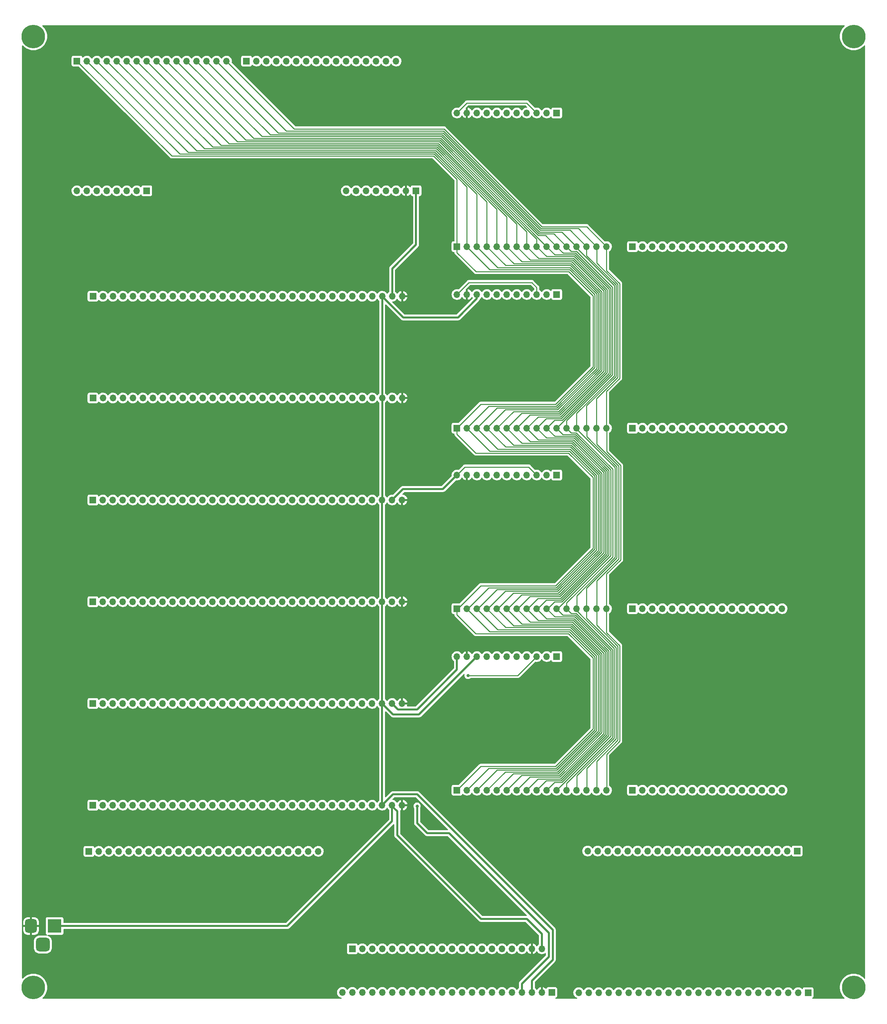
<source format=gbr>
%TF.GenerationSoftware,KiCad,Pcbnew,(6.0.0-0)*%
%TF.CreationDate,2022-01-11T21:03:15-05:00*%
%TF.ProjectId,new-register-backplane,6e65772d-7265-4676-9973-7465722d6261,rev?*%
%TF.SameCoordinates,Original*%
%TF.FileFunction,Copper,L2,Bot*%
%TF.FilePolarity,Positive*%
%FSLAX46Y46*%
G04 Gerber Fmt 4.6, Leading zero omitted, Abs format (unit mm)*
G04 Created by KiCad (PCBNEW (6.0.0-0)) date 2022-01-11 21:03:15*
%MOMM*%
%LPD*%
G01*
G04 APERTURE LIST*
G04 Aperture macros list*
%AMRoundRect*
0 Rectangle with rounded corners*
0 $1 Rounding radius*
0 $2 $3 $4 $5 $6 $7 $8 $9 X,Y pos of 4 corners*
0 Add a 4 corners polygon primitive as box body*
4,1,4,$2,$3,$4,$5,$6,$7,$8,$9,$2,$3,0*
0 Add four circle primitives for the rounded corners*
1,1,$1+$1,$2,$3*
1,1,$1+$1,$4,$5*
1,1,$1+$1,$6,$7*
1,1,$1+$1,$8,$9*
0 Add four rect primitives between the rounded corners*
20,1,$1+$1,$2,$3,$4,$5,0*
20,1,$1+$1,$4,$5,$6,$7,0*
20,1,$1+$1,$6,$7,$8,$9,0*
20,1,$1+$1,$8,$9,$2,$3,0*%
G04 Aperture macros list end*
%TA.AperFunction,ComponentPad*%
%ADD10C,6.000000*%
%TD*%
%TA.AperFunction,ComponentPad*%
%ADD11C,0.800000*%
%TD*%
%TA.AperFunction,ComponentPad*%
%ADD12R,1.700000X1.700000*%
%TD*%
%TA.AperFunction,ComponentPad*%
%ADD13O,1.700000X1.700000*%
%TD*%
%TA.AperFunction,ComponentPad*%
%ADD14R,3.500000X3.500000*%
%TD*%
%TA.AperFunction,ComponentPad*%
%ADD15RoundRect,0.750000X-0.750000X-1.000000X0.750000X-1.000000X0.750000X1.000000X-0.750000X1.000000X0*%
%TD*%
%TA.AperFunction,ComponentPad*%
%ADD16RoundRect,0.875000X-0.875000X-0.875000X0.875000X-0.875000X0.875000X0.875000X-0.875000X0.875000X0*%
%TD*%
%TA.AperFunction,ViaPad*%
%ADD17C,0.800000*%
%TD*%
%TA.AperFunction,Conductor*%
%ADD18C,0.250000*%
%TD*%
%TA.AperFunction,Conductor*%
%ADD19C,0.500000*%
%TD*%
G04 APERTURE END LIST*
D10*
%TO.P,REF\u002A\u002A,1*%
%TO.N,N/C*%
X290000000Y-269200000D03*
D11*
X292250000Y-269200000D03*
X291590990Y-270790990D03*
X290000000Y-271450000D03*
X288409010Y-270790990D03*
X287750000Y-269200000D03*
X288409010Y-267609010D03*
X290000000Y-266950000D03*
X291590990Y-267609010D03*
%TD*%
D10*
%TO.P,REF\u002A\u002A,1*%
%TO.N,N/C*%
X81100000Y-269200000D03*
D11*
X83350000Y-269200000D03*
X82690990Y-270790990D03*
X81100000Y-271450000D03*
X79509010Y-270790990D03*
X78850000Y-269200000D03*
X79509010Y-267609010D03*
X81100000Y-266950000D03*
X82690990Y-267609010D03*
%TD*%
D10*
%TO.P,REF\u002A\u002A,1*%
%TO.N,N/C*%
X81100000Y-27000000D03*
D11*
X83350000Y-27000000D03*
X82690990Y-28590990D03*
X81100000Y-29250000D03*
X79509010Y-28590990D03*
X78850000Y-27000000D03*
X79509010Y-25409010D03*
X81100000Y-24750000D03*
X82690990Y-25409010D03*
%TD*%
D10*
%TO.P,REF\u002A\u002A,1*%
%TO.N,N/C*%
X290000000Y-27000000D03*
D11*
X292250000Y-27000000D03*
X291590990Y-28590990D03*
X290000000Y-29250000D03*
X288409010Y-28590990D03*
X287750000Y-27000000D03*
X288409010Y-25409010D03*
X290000000Y-24750000D03*
X291590990Y-25409010D03*
%TD*%
D12*
%TO.P,J14,1,Pin_1*%
%TO.N,SCRATCH4_0*%
X233675000Y-126746000D03*
D13*
%TO.P,J14,2,Pin_2*%
%TO.N,SCRATCH4_1*%
X236215000Y-126746000D03*
%TO.P,J14,3,Pin_3*%
%TO.N,SCRATCH4_2*%
X238755000Y-126746000D03*
%TO.P,J14,4,Pin_4*%
%TO.N,SCRATCH4_3*%
X241295000Y-126746000D03*
%TO.P,J14,5,Pin_5*%
%TO.N,SCRATCH4_4*%
X243835000Y-126746000D03*
%TO.P,J14,6,Pin_6*%
%TO.N,SCRATCH4_5*%
X246375000Y-126746000D03*
%TO.P,J14,7,Pin_7*%
%TO.N,SCRATCH4_6*%
X248915000Y-126746000D03*
%TO.P,J14,8,Pin_8*%
%TO.N,SCRATCH4_7*%
X251455000Y-126746000D03*
%TO.P,J14,9,Pin_9*%
%TO.N,SCRATCH4_8*%
X253995000Y-126746000D03*
%TO.P,J14,10,Pin_10*%
%TO.N,SCRATCH4_9*%
X256535000Y-126746000D03*
%TO.P,J14,11,Pin_11*%
%TO.N,SCRATCH4_10*%
X259075000Y-126746000D03*
%TO.P,J14,12,Pin_12*%
%TO.N,SCRATCH4_11*%
X261615000Y-126746000D03*
%TO.P,J14,13,Pin_13*%
%TO.N,SCRATCH4_12*%
X264155000Y-126746000D03*
%TO.P,J14,14,Pin_14*%
%TO.N,SCRATCH4_13*%
X266695000Y-126746000D03*
%TO.P,J14,15,Pin_15*%
%TO.N,SCRATCH4_14*%
X269235000Y-126746000D03*
%TO.P,J14,16,Pin_16*%
%TO.N,SCRATCH4_15*%
X271775000Y-126746000D03*
%TD*%
D12*
%TO.P,J3,1,Pin_1*%
%TO.N,~{MS_A}*%
X96261000Y-145034000D03*
D13*
%TO.P,J3,2,Pin_2*%
%TO.N,~{LS_A}*%
X98801000Y-145034000D03*
%TO.P,J3,3,Pin_3*%
%TO.N,~{BS_A}*%
X101341000Y-145034000D03*
%TO.P,J3,4,Pin_4*%
%TO.N,EN_A*%
X103881000Y-145034000D03*
%TO.P,J3,5,Pin_5*%
%TO.N,B0*%
X106421000Y-145034000D03*
%TO.P,J3,6,Pin_6*%
%TO.N,B1*%
X108961000Y-145034000D03*
%TO.P,J3,7,Pin_7*%
%TO.N,B2*%
X111501000Y-145034000D03*
%TO.P,J3,8,Pin_8*%
%TO.N,B3*%
X114041000Y-145034000D03*
%TO.P,J3,9,Pin_9*%
%TO.N,B4*%
X116581000Y-145034000D03*
%TO.P,J3,10,Pin_10*%
%TO.N,B5*%
X119121000Y-145034000D03*
%TO.P,J3,11,Pin_11*%
%TO.N,B6*%
X121661000Y-145034000D03*
%TO.P,J3,12,Pin_12*%
%TO.N,B7*%
X124201000Y-145034000D03*
%TO.P,J3,13,Pin_13*%
%TO.N,L0*%
X126741000Y-145034000D03*
%TO.P,J3,14,Pin_14*%
%TO.N,L1*%
X129281000Y-145034000D03*
%TO.P,J3,15,Pin_15*%
%TO.N,L2*%
X131821000Y-145034000D03*
%TO.P,J3,16,Pin_16*%
%TO.N,L3*%
X134361000Y-145034000D03*
%TO.P,J3,17,Pin_17*%
%TO.N,L4*%
X136901000Y-145034000D03*
%TO.P,J3,18,Pin_18*%
%TO.N,L5*%
X139441000Y-145034000D03*
%TO.P,J3,19,Pin_19*%
%TO.N,L6*%
X141981000Y-145034000D03*
%TO.P,J3,20,Pin_20*%
%TO.N,L7*%
X144521000Y-145034000D03*
%TO.P,J3,21,Pin_21*%
%TO.N,M0*%
X147061000Y-145034000D03*
%TO.P,J3,22,Pin_22*%
%TO.N,M1*%
X149601000Y-145034000D03*
%TO.P,J3,23,Pin_23*%
%TO.N,M2*%
X152141000Y-145034000D03*
%TO.P,J3,24,Pin_24*%
%TO.N,M3*%
X154681000Y-145034000D03*
%TO.P,J3,25,Pin_25*%
%TO.N,M4*%
X157221000Y-145034000D03*
%TO.P,J3,26,Pin_26*%
%TO.N,M5*%
X159761000Y-145034000D03*
%TO.P,J3,27,Pin_27*%
%TO.N,M6*%
X162301000Y-145034000D03*
%TO.P,J3,28,Pin_28*%
%TO.N,M7*%
X164841000Y-145034000D03*
%TO.P,J3,29,Pin_29*%
%TO.N,unconnected-(J3-Pad29)*%
X167381000Y-145034000D03*
%TO.P,J3,30,Pin_30*%
%TO.N,CLOCK*%
X169921000Y-145034000D03*
%TO.P,J3,31,Pin_31*%
%TO.N,VCC*%
X172461000Y-145034000D03*
%TO.P,J3,32,Pin_32*%
%TO.N,GND*%
X175001000Y-145034000D03*
%TD*%
D12*
%TO.P,J25,1,Pin_1*%
%TO.N,VCC*%
X178557000Y-66294000D03*
D13*
%TO.P,J25,2,Pin_2*%
%TO.N,GND*%
X176017000Y-66294000D03*
%TO.P,J25,3,Pin_3*%
%TO.N,~{TX_ASSERT_ADDRESS}*%
X173477000Y-66294000D03*
%TO.P,J25,4,Pin_4*%
%TO.N,~{TX_ASSERT_MSB_MAIN}*%
X170937000Y-66294000D03*
%TO.P,J25,5,Pin_5*%
%TO.N,~{TX_ASSERT_LSB_MAIN}*%
X168397000Y-66294000D03*
%TO.P,J25,6,Pin_6*%
%TO.N,TX_LATCH_MSB*%
X165857000Y-66294000D03*
%TO.P,J25,7,Pin_7*%
%TO.N,TX_LATCH_LSB*%
X163317000Y-66294000D03*
%TO.P,J25,8,Pin_8*%
%TO.N,TX_BUS_SELECT*%
X160777000Y-66294000D03*
%TD*%
D12*
%TO.P,J8,1,Pin_1*%
%TO.N,~{MS_S1}*%
X96265000Y-93170000D03*
D13*
%TO.P,J8,2,Pin_2*%
%TO.N,~{LS_S1}*%
X98805000Y-93170000D03*
%TO.P,J8,3,Pin_3*%
%TO.N,~{BS_S1}*%
X101345000Y-93170000D03*
%TO.P,J8,4,Pin_4*%
%TO.N,EN_S1*%
X103885000Y-93170000D03*
%TO.P,J8,5,Pin_5*%
%TO.N,B0*%
X106425000Y-93170000D03*
%TO.P,J8,6,Pin_6*%
%TO.N,B1*%
X108965000Y-93170000D03*
%TO.P,J8,7,Pin_7*%
%TO.N,B2*%
X111505000Y-93170000D03*
%TO.P,J8,8,Pin_8*%
%TO.N,B3*%
X114045000Y-93170000D03*
%TO.P,J8,9,Pin_9*%
%TO.N,B4*%
X116585000Y-93170000D03*
%TO.P,J8,10,Pin_10*%
%TO.N,B5*%
X119125000Y-93170000D03*
%TO.P,J8,11,Pin_11*%
%TO.N,B6*%
X121665000Y-93170000D03*
%TO.P,J8,12,Pin_12*%
%TO.N,B7*%
X124205000Y-93170000D03*
%TO.P,J8,13,Pin_13*%
%TO.N,L0*%
X126745000Y-93170000D03*
%TO.P,J8,14,Pin_14*%
%TO.N,L1*%
X129285000Y-93170000D03*
%TO.P,J8,15,Pin_15*%
%TO.N,L2*%
X131825000Y-93170000D03*
%TO.P,J8,16,Pin_16*%
%TO.N,L3*%
X134365000Y-93170000D03*
%TO.P,J8,17,Pin_17*%
%TO.N,L4*%
X136905000Y-93170000D03*
%TO.P,J8,18,Pin_18*%
%TO.N,L5*%
X139445000Y-93170000D03*
%TO.P,J8,19,Pin_19*%
%TO.N,L6*%
X141985000Y-93170000D03*
%TO.P,J8,20,Pin_20*%
%TO.N,L7*%
X144525000Y-93170000D03*
%TO.P,J8,21,Pin_21*%
%TO.N,M0*%
X147065000Y-93170000D03*
%TO.P,J8,22,Pin_22*%
%TO.N,M1*%
X149605000Y-93170000D03*
%TO.P,J8,23,Pin_23*%
%TO.N,M2*%
X152145000Y-93170000D03*
%TO.P,J8,24,Pin_24*%
%TO.N,M3*%
X154685000Y-93170000D03*
%TO.P,J8,25,Pin_25*%
%TO.N,M4*%
X157225000Y-93170000D03*
%TO.P,J8,26,Pin_26*%
%TO.N,M5*%
X159765000Y-93170000D03*
%TO.P,J8,27,Pin_27*%
%TO.N,M6*%
X162305000Y-93170000D03*
%TO.P,J8,28,Pin_28*%
%TO.N,M7*%
X164845000Y-93170000D03*
%TO.P,J8,29,Pin_29*%
%TO.N,unconnected-(J8-Pad29)*%
X167385000Y-93170000D03*
%TO.P,J8,30,Pin_30*%
%TO.N,CLOCK*%
X169925000Y-93170000D03*
%TO.P,J8,31,Pin_31*%
%TO.N,VCC*%
X172465000Y-93170000D03*
%TO.P,J8,32,Pin_32*%
%TO.N,GND*%
X175005000Y-93170000D03*
%TD*%
D12*
%TO.P,J1,1,Pin_1*%
%TO.N,VCC*%
X213111000Y-270453000D03*
D13*
%TO.P,J1,2,Pin_2*%
%TO.N,GND*%
X210571000Y-270453000D03*
%TO.P,J1,3,Pin_3*%
%TO.N,CLOCK*%
X208031000Y-270453000D03*
%TO.P,J1,4,Pin_4*%
%TO.N,RESET*%
X205491000Y-270453000D03*
%TO.P,J1,5,Pin_5*%
%TO.N,~{RD}*%
X202951000Y-270453000D03*
%TO.P,J1,6,Pin_6*%
%TO.N,~{WR}*%
X200411000Y-270453000D03*
%TO.P,J1,7,Pin_7*%
%TO.N,C0*%
X197871000Y-270453000D03*
%TO.P,J1,8,Pin_8*%
%TO.N,C1*%
X195331000Y-270453000D03*
%TO.P,J1,9,Pin_9*%
%TO.N,C2*%
X192791000Y-270453000D03*
%TO.P,J1,10,Pin_10*%
%TO.N,C3*%
X190251000Y-270453000D03*
%TO.P,J1,11,Pin_11*%
%TO.N,C4*%
X187711000Y-270453000D03*
%TO.P,J1,12,Pin_12*%
%TO.N,C5*%
X185171000Y-270453000D03*
%TO.P,J1,13,Pin_13*%
%TO.N,C6*%
X182631000Y-270453000D03*
%TO.P,J1,14,Pin_14*%
%TO.N,C7*%
X180091000Y-270453000D03*
%TO.P,J1,15,Pin_15*%
%TO.N,C8*%
X177551000Y-270453000D03*
%TO.P,J1,16,Pin_16*%
%TO.N,C9*%
X175011000Y-270453000D03*
%TO.P,J1,17,Pin_17*%
%TO.N,C10*%
X172471000Y-270453000D03*
%TO.P,J1,18,Pin_18*%
%TO.N,C11*%
X169931000Y-270453000D03*
%TO.P,J1,19,Pin_19*%
%TO.N,C12*%
X167391000Y-270453000D03*
%TO.P,J1,20,Pin_20*%
%TO.N,C13*%
X164851000Y-270453000D03*
%TO.P,J1,21,Pin_21*%
%TO.N,C14*%
X162311000Y-270453000D03*
%TO.P,J1,22,Pin_22*%
%TO.N,C15*%
X159771000Y-270453000D03*
%TD*%
D12*
%TO.P,J28,1,Pin_1*%
%TO.N,~{DEC_G}*%
X275590000Y-234442000D03*
D13*
%TO.P,J28,2,Pin_2*%
%TO.N,~{INC_G}*%
X273050000Y-234442000D03*
%TO.P,J28,3,Pin_3*%
%TO.N,~{LD_G}*%
X270510000Y-234442000D03*
%TO.P,J28,4,Pin_4*%
%TO.N,~{BO_G}*%
X267970000Y-234442000D03*
%TO.P,J28,5,Pin_5*%
%TO.N,~{DEC_F}*%
X265430000Y-234442000D03*
%TO.P,J28,6,Pin_6*%
%TO.N,~{INC_F}*%
X262890000Y-234442000D03*
%TO.P,J28,7,Pin_7*%
%TO.N,~{LD_F}*%
X260350000Y-234442000D03*
%TO.P,J28,8,Pin_8*%
%TO.N,~{BO_F}*%
X257810000Y-234442000D03*
%TO.P,J28,9,Pin_9*%
%TO.N,~{DEC_S4}*%
X255270000Y-234442000D03*
%TO.P,J28,10,Pin_10*%
%TO.N,~{INC_S4}*%
X252730000Y-234442000D03*
%TO.P,J28,11,Pin_11*%
%TO.N,~{LD_S4}*%
X250190000Y-234442000D03*
%TO.P,J28,12,Pin_12*%
%TO.N,~{BO_S4}*%
X247650000Y-234442000D03*
%TO.P,J28,13,Pin_13*%
%TO.N,~{DEC_S3}*%
X245110000Y-234442000D03*
%TO.P,J28,14,Pin_14*%
%TO.N,~{INC_S3}*%
X242570000Y-234442000D03*
%TO.P,J28,15,Pin_15*%
%TO.N,~{LD_S3}*%
X240030000Y-234442000D03*
%TO.P,J28,16,Pin_16*%
%TO.N,~{BO_S3}*%
X237490000Y-234442000D03*
%TO.P,J28,17,Pin_17*%
%TO.N,TX_BUS_SELECT*%
X234950000Y-234442000D03*
%TO.P,J28,18,Pin_18*%
%TO.N,TX_LATCH_LSB*%
X232410000Y-234442000D03*
%TO.P,J28,19,Pin_19*%
%TO.N,TX_LATCH_MSB*%
X229870000Y-234442000D03*
%TO.P,J28,20,Pin_20*%
%TO.N,~{TX_ASSERT_LSB_MAIN}*%
X227330000Y-234442000D03*
%TO.P,J28,21,Pin_21*%
%TO.N,~{TX_ASSERT_MSB_MAIN}*%
X224790000Y-234442000D03*
%TO.P,J28,22,Pin_22*%
%TO.N,~{TX_ASSERT_ADDRESS}*%
X222250000Y-234442000D03*
%TD*%
D12*
%TO.P,J6,1,Pin_1*%
%TO.N,~{MS_D}*%
X96261000Y-196850000D03*
D13*
%TO.P,J6,2,Pin_2*%
%TO.N,~{LS_D}*%
X98801000Y-196850000D03*
%TO.P,J6,3,Pin_3*%
%TO.N,~{BS_D}*%
X101341000Y-196850000D03*
%TO.P,J6,4,Pin_4*%
%TO.N,EN_D*%
X103881000Y-196850000D03*
%TO.P,J6,5,Pin_5*%
%TO.N,B0*%
X106421000Y-196850000D03*
%TO.P,J6,6,Pin_6*%
%TO.N,B1*%
X108961000Y-196850000D03*
%TO.P,J6,7,Pin_7*%
%TO.N,B2*%
X111501000Y-196850000D03*
%TO.P,J6,8,Pin_8*%
%TO.N,B3*%
X114041000Y-196850000D03*
%TO.P,J6,9,Pin_9*%
%TO.N,B4*%
X116581000Y-196850000D03*
%TO.P,J6,10,Pin_10*%
%TO.N,B5*%
X119121000Y-196850000D03*
%TO.P,J6,11,Pin_11*%
%TO.N,B6*%
X121661000Y-196850000D03*
%TO.P,J6,12,Pin_12*%
%TO.N,B7*%
X124201000Y-196850000D03*
%TO.P,J6,13,Pin_13*%
%TO.N,L0*%
X126741000Y-196850000D03*
%TO.P,J6,14,Pin_14*%
%TO.N,L1*%
X129281000Y-196850000D03*
%TO.P,J6,15,Pin_15*%
%TO.N,L2*%
X131821000Y-196850000D03*
%TO.P,J6,16,Pin_16*%
%TO.N,L3*%
X134361000Y-196850000D03*
%TO.P,J6,17,Pin_17*%
%TO.N,L4*%
X136901000Y-196850000D03*
%TO.P,J6,18,Pin_18*%
%TO.N,L5*%
X139441000Y-196850000D03*
%TO.P,J6,19,Pin_19*%
%TO.N,L6*%
X141981000Y-196850000D03*
%TO.P,J6,20,Pin_20*%
%TO.N,L7*%
X144521000Y-196850000D03*
%TO.P,J6,21,Pin_21*%
%TO.N,M0*%
X147061000Y-196850000D03*
%TO.P,J6,22,Pin_22*%
%TO.N,M1*%
X149601000Y-196850000D03*
%TO.P,J6,23,Pin_23*%
%TO.N,M2*%
X152141000Y-196850000D03*
%TO.P,J6,24,Pin_24*%
%TO.N,M3*%
X154681000Y-196850000D03*
%TO.P,J6,25,Pin_25*%
%TO.N,M4*%
X157221000Y-196850000D03*
%TO.P,J6,26,Pin_26*%
%TO.N,M5*%
X159761000Y-196850000D03*
%TO.P,J6,27,Pin_27*%
%TO.N,M6*%
X162301000Y-196850000D03*
%TO.P,J6,28,Pin_28*%
%TO.N,M7*%
X164841000Y-196850000D03*
%TO.P,J6,29,Pin_29*%
%TO.N,unconnected-(J6-Pad29)*%
X167381000Y-196850000D03*
%TO.P,J6,30,Pin_30*%
%TO.N,CLOCK*%
X169921000Y-196850000D03*
%TO.P,J6,31,Pin_31*%
%TO.N,VCC*%
X172461000Y-196850000D03*
%TO.P,J6,32,Pin_32*%
%TO.N,GND*%
X175001000Y-196850000D03*
%TD*%
D12*
%TO.P,J19,1,Pin_1*%
%TO.N,G0*%
X233675000Y-218948000D03*
D13*
%TO.P,J19,2,Pin_2*%
%TO.N,G1*%
X236215000Y-218948000D03*
%TO.P,J19,3,Pin_3*%
%TO.N,G2*%
X238755000Y-218948000D03*
%TO.P,J19,4,Pin_4*%
%TO.N,G3*%
X241295000Y-218948000D03*
%TO.P,J19,5,Pin_5*%
%TO.N,G4*%
X243835000Y-218948000D03*
%TO.P,J19,6,Pin_6*%
%TO.N,G5*%
X246375000Y-218948000D03*
%TO.P,J19,7,Pin_7*%
%TO.N,G6*%
X248915000Y-218948000D03*
%TO.P,J19,8,Pin_8*%
%TO.N,G7*%
X251455000Y-218948000D03*
%TO.P,J19,9,Pin_9*%
%TO.N,G8*%
X253995000Y-218948000D03*
%TO.P,J19,10,Pin_10*%
%TO.N,G9*%
X256535000Y-218948000D03*
%TO.P,J19,11,Pin_11*%
%TO.N,G10*%
X259075000Y-218948000D03*
%TO.P,J19,12,Pin_12*%
%TO.N,G11*%
X261615000Y-218948000D03*
%TO.P,J19,13,Pin_13*%
%TO.N,G12*%
X264155000Y-218948000D03*
%TO.P,J19,14,Pin_14*%
%TO.N,G13*%
X266695000Y-218948000D03*
%TO.P,J19,15,Pin_15*%
%TO.N,G14*%
X269235000Y-218948000D03*
%TO.P,J19,16,Pin_16*%
%TO.N,G15*%
X271775000Y-218948000D03*
%TD*%
D12*
%TO.P,J11,1,Pin_1*%
%TO.N,L0*%
X188971000Y-80518000D03*
D13*
%TO.P,J11,2,Pin_2*%
%TO.N,L1*%
X191511000Y-80518000D03*
%TO.P,J11,3,Pin_3*%
%TO.N,L2*%
X194051000Y-80518000D03*
%TO.P,J11,4,Pin_4*%
%TO.N,L3*%
X196591000Y-80518000D03*
%TO.P,J11,5,Pin_5*%
%TO.N,L4*%
X199131000Y-80518000D03*
%TO.P,J11,6,Pin_6*%
%TO.N,L5*%
X201671000Y-80518000D03*
%TO.P,J11,7,Pin_7*%
%TO.N,L6*%
X204211000Y-80518000D03*
%TO.P,J11,8,Pin_8*%
%TO.N,L7*%
X206751000Y-80518000D03*
%TO.P,J11,9,Pin_9*%
%TO.N,M0*%
X209291000Y-80518000D03*
%TO.P,J11,10,Pin_10*%
%TO.N,M1*%
X211831000Y-80518000D03*
%TO.P,J11,11,Pin_11*%
%TO.N,M2*%
X214371000Y-80518000D03*
%TO.P,J11,12,Pin_12*%
%TO.N,M3*%
X216911000Y-80518000D03*
%TO.P,J11,13,Pin_13*%
%TO.N,M4*%
X219451000Y-80518000D03*
%TO.P,J11,14,Pin_14*%
%TO.N,M5*%
X221991000Y-80518000D03*
%TO.P,J11,15,Pin_15*%
%TO.N,M6*%
X224531000Y-80518000D03*
%TO.P,J11,16,Pin_16*%
%TO.N,M7*%
X227071000Y-80518000D03*
%TD*%
D12*
%TO.P,J21,1,Pin_1*%
%TO.N,unconnected-(J21-Pad1)*%
X214371000Y-184912000D03*
D13*
%TO.P,J21,2,Pin_2*%
%TO.N,unconnected-(J21-Pad2)*%
X211831000Y-184912000D03*
%TO.P,J21,3,Pin_3*%
%TO.N,VCC*%
X209291000Y-184912000D03*
%TO.P,J21,4,Pin_4*%
%TO.N,~{BO_G}*%
X206751000Y-184912000D03*
%TO.P,J21,5,Pin_5*%
%TO.N,~{LD_G}*%
X204211000Y-184912000D03*
%TO.P,J21,6,Pin_6*%
%TO.N,~{INC_G}*%
X201671000Y-184912000D03*
%TO.P,J21,7,Pin_7*%
%TO.N,~{DEC_G}*%
X199131000Y-184912000D03*
%TO.P,J21,8,Pin_8*%
%TO.N,RESET*%
X196591000Y-184912000D03*
%TO.P,J21,9,Pin_9*%
%TO.N,CLOCK*%
X194051000Y-184912000D03*
%TO.P,J21,10,Pin_10*%
%TO.N,GND*%
X191511000Y-184912000D03*
%TO.P,J21,11,Pin_11*%
%TO.N,VCC*%
X188971000Y-184912000D03*
%TD*%
D12*
%TO.P,J15,1,Pin_1*%
%TO.N,unconnected-(J15-Pad1)*%
X214371000Y-92710000D03*
D13*
%TO.P,J15,2,Pin_2*%
%TO.N,unconnected-(J15-Pad2)*%
X211831000Y-92710000D03*
%TO.P,J15,3,Pin_3*%
%TO.N,VCC*%
X209291000Y-92710000D03*
%TO.P,J15,4,Pin_4*%
%TO.N,~{BO_S4}*%
X206751000Y-92710000D03*
%TO.P,J15,5,Pin_5*%
%TO.N,~{LD_S4}*%
X204211000Y-92710000D03*
%TO.P,J15,6,Pin_6*%
%TO.N,~{INC_S4}*%
X201671000Y-92710000D03*
%TO.P,J15,7,Pin_7*%
%TO.N,~{DEC_S4}*%
X199131000Y-92710000D03*
%TO.P,J15,8,Pin_8*%
%TO.N,RESET*%
X196591000Y-92710000D03*
%TO.P,J15,9,Pin_9*%
%TO.N,CLOCK*%
X194051000Y-92710000D03*
%TO.P,J15,10,Pin_10*%
%TO.N,GND*%
X191511000Y-92710000D03*
%TO.P,J15,11,Pin_11*%
%TO.N,VCC*%
X188971000Y-92710000D03*
%TD*%
D12*
%TO.P,J7,1,Pin_1*%
%TO.N,~{MS_E}*%
X96261000Y-222758000D03*
D13*
%TO.P,J7,2,Pin_2*%
%TO.N,~{LS_E}*%
X98801000Y-222758000D03*
%TO.P,J7,3,Pin_3*%
%TO.N,~{BS_E}*%
X101341000Y-222758000D03*
%TO.P,J7,4,Pin_4*%
%TO.N,EN_E*%
X103881000Y-222758000D03*
%TO.P,J7,5,Pin_5*%
%TO.N,B0*%
X106421000Y-222758000D03*
%TO.P,J7,6,Pin_6*%
%TO.N,B1*%
X108961000Y-222758000D03*
%TO.P,J7,7,Pin_7*%
%TO.N,B2*%
X111501000Y-222758000D03*
%TO.P,J7,8,Pin_8*%
%TO.N,B3*%
X114041000Y-222758000D03*
%TO.P,J7,9,Pin_9*%
%TO.N,B4*%
X116581000Y-222758000D03*
%TO.P,J7,10,Pin_10*%
%TO.N,B5*%
X119121000Y-222758000D03*
%TO.P,J7,11,Pin_11*%
%TO.N,B6*%
X121661000Y-222758000D03*
%TO.P,J7,12,Pin_12*%
%TO.N,B7*%
X124201000Y-222758000D03*
%TO.P,J7,13,Pin_13*%
%TO.N,L0*%
X126741000Y-222758000D03*
%TO.P,J7,14,Pin_14*%
%TO.N,L1*%
X129281000Y-222758000D03*
%TO.P,J7,15,Pin_15*%
%TO.N,L2*%
X131821000Y-222758000D03*
%TO.P,J7,16,Pin_16*%
%TO.N,L3*%
X134361000Y-222758000D03*
%TO.P,J7,17,Pin_17*%
%TO.N,L4*%
X136901000Y-222758000D03*
%TO.P,J7,18,Pin_18*%
%TO.N,L5*%
X139441000Y-222758000D03*
%TO.P,J7,19,Pin_19*%
%TO.N,L6*%
X141981000Y-222758000D03*
%TO.P,J7,20,Pin_20*%
%TO.N,L7*%
X144521000Y-222758000D03*
%TO.P,J7,21,Pin_21*%
%TO.N,M0*%
X147061000Y-222758000D03*
%TO.P,J7,22,Pin_22*%
%TO.N,M1*%
X149601000Y-222758000D03*
%TO.P,J7,23,Pin_23*%
%TO.N,M2*%
X152141000Y-222758000D03*
%TO.P,J7,24,Pin_24*%
%TO.N,M3*%
X154681000Y-222758000D03*
%TO.P,J7,25,Pin_25*%
%TO.N,M4*%
X157221000Y-222758000D03*
%TO.P,J7,26,Pin_26*%
%TO.N,M5*%
X159761000Y-222758000D03*
%TO.P,J7,27,Pin_27*%
%TO.N,M6*%
X162301000Y-222758000D03*
%TO.P,J7,28,Pin_28*%
%TO.N,M7*%
X164841000Y-222758000D03*
%TO.P,J7,29,Pin_29*%
%TO.N,unconnected-(J7-Pad29)*%
X167381000Y-222758000D03*
%TO.P,J7,30,Pin_30*%
%TO.N,CLOCK*%
X169921000Y-222758000D03*
%TO.P,J7,31,Pin_31*%
%TO.N,VCC*%
X172461000Y-222758000D03*
%TO.P,J7,32,Pin_32*%
%TO.N,GND*%
X175001000Y-222758000D03*
%TD*%
D12*
%TO.P,J22,1,Pin_1*%
%TO.N,B7*%
X109962000Y-66294000D03*
D13*
%TO.P,J22,2,Pin_2*%
%TO.N,B6*%
X107422000Y-66294000D03*
%TO.P,J22,3,Pin_3*%
%TO.N,B5*%
X104882000Y-66294000D03*
%TO.P,J22,4,Pin_4*%
%TO.N,B4*%
X102342000Y-66294000D03*
%TO.P,J22,5,Pin_5*%
%TO.N,B3*%
X99802000Y-66294000D03*
%TO.P,J22,6,Pin_6*%
%TO.N,B2*%
X97262000Y-66294000D03*
%TO.P,J22,7,Pin_7*%
%TO.N,B1*%
X94722000Y-66294000D03*
%TO.P,J22,8,Pin_8*%
%TO.N,B0*%
X92182000Y-66294000D03*
%TD*%
D12*
%TO.P,J29,1,Pin_1*%
%TO.N,EN_E*%
X95245000Y-234515000D03*
D13*
%TO.P,J29,2,Pin_2*%
%TO.N,~{BS_E}*%
X97785000Y-234515000D03*
%TO.P,J29,3,Pin_3*%
%TO.N,~{LS_E}*%
X100325000Y-234515000D03*
%TO.P,J29,4,Pin_4*%
%TO.N,~{MS_E}*%
X102865000Y-234515000D03*
%TO.P,J29,5,Pin_5*%
%TO.N,EN_D*%
X105405000Y-234515000D03*
%TO.P,J29,6,Pin_6*%
%TO.N,~{BS_D}*%
X107945000Y-234515000D03*
%TO.P,J29,7,Pin_7*%
%TO.N,~{LS_D}*%
X110485000Y-234515000D03*
%TO.P,J29,8,Pin_8*%
%TO.N,~{MS_D}*%
X113025000Y-234515000D03*
%TO.P,J29,9,Pin_9*%
%TO.N,EN_C*%
X115565000Y-234515000D03*
%TO.P,J29,10,Pin_10*%
%TO.N,~{BS_C}*%
X118105000Y-234515000D03*
%TO.P,J29,11,Pin_11*%
%TO.N,~{LS_C}*%
X120645000Y-234515000D03*
%TO.P,J29,12,Pin_12*%
%TO.N,~{MS_C}*%
X123185000Y-234515000D03*
%TO.P,J29,13,Pin_13*%
%TO.N,EN_A*%
X125725000Y-234515000D03*
%TO.P,J29,14,Pin_14*%
%TO.N,~{BS_A}*%
X128265000Y-234515000D03*
%TO.P,J29,15,Pin_15*%
%TO.N,~{LS_A}*%
X130805000Y-234515000D03*
%TO.P,J29,16,Pin_16*%
%TO.N,~{MS_A}*%
X133345000Y-234515000D03*
%TO.P,J29,17,Pin_17*%
%TO.N,EN_S2*%
X135885000Y-234515000D03*
%TO.P,J29,18,Pin_18*%
%TO.N,~{BS_S2}*%
X138425000Y-234515000D03*
%TO.P,J29,19,Pin_19*%
%TO.N,~{LS_S2}*%
X140965000Y-234515000D03*
%TO.P,J29,20,Pin_20*%
%TO.N,~{MS_S2}*%
X143505000Y-234515000D03*
%TO.P,J29,21,Pin_21*%
%TO.N,EN_S1*%
X146045000Y-234515000D03*
%TO.P,J29,22,Pin_22*%
%TO.N,~{BS_S1}*%
X148585000Y-234515000D03*
%TO.P,J29,23,Pin_23*%
%TO.N,~{LS_S1}*%
X151125000Y-234515000D03*
%TO.P,J29,24,Pin_24*%
%TO.N,~{MS_S1}*%
X153665000Y-234515000D03*
%TD*%
D12*
%TO.P,J17,1,Pin_1*%
%TO.N,L0*%
X188971000Y-172720000D03*
D13*
%TO.P,J17,2,Pin_2*%
%TO.N,L1*%
X191511000Y-172720000D03*
%TO.P,J17,3,Pin_3*%
%TO.N,L2*%
X194051000Y-172720000D03*
%TO.P,J17,4,Pin_4*%
%TO.N,L3*%
X196591000Y-172720000D03*
%TO.P,J17,5,Pin_5*%
%TO.N,L4*%
X199131000Y-172720000D03*
%TO.P,J17,6,Pin_6*%
%TO.N,L5*%
X201671000Y-172720000D03*
%TO.P,J17,7,Pin_7*%
%TO.N,L6*%
X204211000Y-172720000D03*
%TO.P,J17,8,Pin_8*%
%TO.N,L7*%
X206751000Y-172720000D03*
%TO.P,J17,9,Pin_9*%
%TO.N,M0*%
X209291000Y-172720000D03*
%TO.P,J17,10,Pin_10*%
%TO.N,M1*%
X211831000Y-172720000D03*
%TO.P,J17,11,Pin_11*%
%TO.N,M2*%
X214371000Y-172720000D03*
%TO.P,J17,12,Pin_12*%
%TO.N,M3*%
X216911000Y-172720000D03*
%TO.P,J17,13,Pin_13*%
%TO.N,M4*%
X219451000Y-172720000D03*
%TO.P,J17,14,Pin_14*%
%TO.N,M5*%
X221991000Y-172720000D03*
%TO.P,J17,15,Pin_15*%
%TO.N,M6*%
X224531000Y-172720000D03*
%TO.P,J17,16,Pin_16*%
%TO.N,M7*%
X227071000Y-172720000D03*
%TD*%
D12*
%TO.P,J13,1,Pin_1*%
%TO.N,L0*%
X188971000Y-126746000D03*
D13*
%TO.P,J13,2,Pin_2*%
%TO.N,L1*%
X191511000Y-126746000D03*
%TO.P,J13,3,Pin_3*%
%TO.N,L2*%
X194051000Y-126746000D03*
%TO.P,J13,4,Pin_4*%
%TO.N,L3*%
X196591000Y-126746000D03*
%TO.P,J13,5,Pin_5*%
%TO.N,L4*%
X199131000Y-126746000D03*
%TO.P,J13,6,Pin_6*%
%TO.N,L5*%
X201671000Y-126746000D03*
%TO.P,J13,7,Pin_7*%
%TO.N,L6*%
X204211000Y-126746000D03*
%TO.P,J13,8,Pin_8*%
%TO.N,L7*%
X206751000Y-126746000D03*
%TO.P,J13,9,Pin_9*%
%TO.N,M0*%
X209291000Y-126746000D03*
%TO.P,J13,10,Pin_10*%
%TO.N,M1*%
X211831000Y-126746000D03*
%TO.P,J13,11,Pin_11*%
%TO.N,M2*%
X214371000Y-126746000D03*
%TO.P,J13,12,Pin_12*%
%TO.N,M3*%
X216911000Y-126746000D03*
%TO.P,J13,13,Pin_13*%
%TO.N,M4*%
X219451000Y-126746000D03*
%TO.P,J13,14,Pin_14*%
%TO.N,M5*%
X221991000Y-126746000D03*
%TO.P,J13,15,Pin_15*%
%TO.N,M6*%
X224531000Y-126746000D03*
%TO.P,J13,16,Pin_16*%
%TO.N,M7*%
X227071000Y-126746000D03*
%TD*%
D12*
%TO.P,J9,1,Pin_1*%
%TO.N,~{MS_S2}*%
X96265000Y-119078000D03*
D13*
%TO.P,J9,2,Pin_2*%
%TO.N,~{LS_S2}*%
X98805000Y-119078000D03*
%TO.P,J9,3,Pin_3*%
%TO.N,~{BS_S2}*%
X101345000Y-119078000D03*
%TO.P,J9,4,Pin_4*%
%TO.N,EN_S2*%
X103885000Y-119078000D03*
%TO.P,J9,5,Pin_5*%
%TO.N,B0*%
X106425000Y-119078000D03*
%TO.P,J9,6,Pin_6*%
%TO.N,B1*%
X108965000Y-119078000D03*
%TO.P,J9,7,Pin_7*%
%TO.N,B2*%
X111505000Y-119078000D03*
%TO.P,J9,8,Pin_8*%
%TO.N,B3*%
X114045000Y-119078000D03*
%TO.P,J9,9,Pin_9*%
%TO.N,B4*%
X116585000Y-119078000D03*
%TO.P,J9,10,Pin_10*%
%TO.N,B5*%
X119125000Y-119078000D03*
%TO.P,J9,11,Pin_11*%
%TO.N,B6*%
X121665000Y-119078000D03*
%TO.P,J9,12,Pin_12*%
%TO.N,B7*%
X124205000Y-119078000D03*
%TO.P,J9,13,Pin_13*%
%TO.N,L0*%
X126745000Y-119078000D03*
%TO.P,J9,14,Pin_14*%
%TO.N,L1*%
X129285000Y-119078000D03*
%TO.P,J9,15,Pin_15*%
%TO.N,L2*%
X131825000Y-119078000D03*
%TO.P,J9,16,Pin_16*%
%TO.N,L3*%
X134365000Y-119078000D03*
%TO.P,J9,17,Pin_17*%
%TO.N,L4*%
X136905000Y-119078000D03*
%TO.P,J9,18,Pin_18*%
%TO.N,L5*%
X139445000Y-119078000D03*
%TO.P,J9,19,Pin_19*%
%TO.N,L6*%
X141985000Y-119078000D03*
%TO.P,J9,20,Pin_20*%
%TO.N,L7*%
X144525000Y-119078000D03*
%TO.P,J9,21,Pin_21*%
%TO.N,M0*%
X147065000Y-119078000D03*
%TO.P,J9,22,Pin_22*%
%TO.N,M1*%
X149605000Y-119078000D03*
%TO.P,J9,23,Pin_23*%
%TO.N,M2*%
X152145000Y-119078000D03*
%TO.P,J9,24,Pin_24*%
%TO.N,M3*%
X154685000Y-119078000D03*
%TO.P,J9,25,Pin_25*%
%TO.N,M4*%
X157225000Y-119078000D03*
%TO.P,J9,26,Pin_26*%
%TO.N,M5*%
X159765000Y-119078000D03*
%TO.P,J9,27,Pin_27*%
%TO.N,M6*%
X162305000Y-119078000D03*
%TO.P,J9,28,Pin_28*%
%TO.N,M7*%
X164845000Y-119078000D03*
%TO.P,J9,29,Pin_29*%
%TO.N,unconnected-(J9-Pad29)*%
X167385000Y-119078000D03*
%TO.P,J9,30,Pin_30*%
%TO.N,CLOCK*%
X169925000Y-119078000D03*
%TO.P,J9,31,Pin_31*%
%TO.N,VCC*%
X172465000Y-119078000D03*
%TO.P,J9,32,Pin_32*%
%TO.N,GND*%
X175005000Y-119078000D03*
%TD*%
D12*
%TO.P,J24,1,Pin_1*%
%TO.N,L0*%
X92197000Y-33274000D03*
D13*
%TO.P,J24,2,Pin_2*%
%TO.N,L1*%
X94737000Y-33274000D03*
%TO.P,J24,3,Pin_3*%
%TO.N,L2*%
X97277000Y-33274000D03*
%TO.P,J24,4,Pin_4*%
%TO.N,L3*%
X99817000Y-33274000D03*
%TO.P,J24,5,Pin_5*%
%TO.N,L4*%
X102357000Y-33274000D03*
%TO.P,J24,6,Pin_6*%
%TO.N,L5*%
X104897000Y-33274000D03*
%TO.P,J24,7,Pin_7*%
%TO.N,L6*%
X107437000Y-33274000D03*
%TO.P,J24,8,Pin_8*%
%TO.N,L7*%
X109977000Y-33274000D03*
%TO.P,J24,9,Pin_9*%
%TO.N,M0*%
X112517000Y-33274000D03*
%TO.P,J24,10,Pin_10*%
%TO.N,M1*%
X115057000Y-33274000D03*
%TO.P,J24,11,Pin_11*%
%TO.N,M2*%
X117597000Y-33274000D03*
%TO.P,J24,12,Pin_12*%
%TO.N,M3*%
X120137000Y-33274000D03*
%TO.P,J24,13,Pin_13*%
%TO.N,M4*%
X122677000Y-33274000D03*
%TO.P,J24,14,Pin_14*%
%TO.N,M5*%
X125217000Y-33274000D03*
%TO.P,J24,15,Pin_15*%
%TO.N,M6*%
X127757000Y-33274000D03*
%TO.P,J24,16,Pin_16*%
%TO.N,M7*%
X130297000Y-33274000D03*
%TD*%
D12*
%TO.P,J5,1,Pin_1*%
%TO.N,~{MS_C}*%
X96261000Y-170942000D03*
D13*
%TO.P,J5,2,Pin_2*%
%TO.N,~{LS_C}*%
X98801000Y-170942000D03*
%TO.P,J5,3,Pin_3*%
%TO.N,~{BS_C}*%
X101341000Y-170942000D03*
%TO.P,J5,4,Pin_4*%
%TO.N,EN_C*%
X103881000Y-170942000D03*
%TO.P,J5,5,Pin_5*%
%TO.N,B0*%
X106421000Y-170942000D03*
%TO.P,J5,6,Pin_6*%
%TO.N,B1*%
X108961000Y-170942000D03*
%TO.P,J5,7,Pin_7*%
%TO.N,B2*%
X111501000Y-170942000D03*
%TO.P,J5,8,Pin_8*%
%TO.N,B3*%
X114041000Y-170942000D03*
%TO.P,J5,9,Pin_9*%
%TO.N,B4*%
X116581000Y-170942000D03*
%TO.P,J5,10,Pin_10*%
%TO.N,B5*%
X119121000Y-170942000D03*
%TO.P,J5,11,Pin_11*%
%TO.N,B6*%
X121661000Y-170942000D03*
%TO.P,J5,12,Pin_12*%
%TO.N,B7*%
X124201000Y-170942000D03*
%TO.P,J5,13,Pin_13*%
%TO.N,L0*%
X126741000Y-170942000D03*
%TO.P,J5,14,Pin_14*%
%TO.N,L1*%
X129281000Y-170942000D03*
%TO.P,J5,15,Pin_15*%
%TO.N,L2*%
X131821000Y-170942000D03*
%TO.P,J5,16,Pin_16*%
%TO.N,L3*%
X134361000Y-170942000D03*
%TO.P,J5,17,Pin_17*%
%TO.N,L4*%
X136901000Y-170942000D03*
%TO.P,J5,18,Pin_18*%
%TO.N,L5*%
X139441000Y-170942000D03*
%TO.P,J5,19,Pin_19*%
%TO.N,L6*%
X141981000Y-170942000D03*
%TO.P,J5,20,Pin_20*%
%TO.N,L7*%
X144521000Y-170942000D03*
%TO.P,J5,21,Pin_21*%
%TO.N,M0*%
X147061000Y-170942000D03*
%TO.P,J5,22,Pin_22*%
%TO.N,M1*%
X149601000Y-170942000D03*
%TO.P,J5,23,Pin_23*%
%TO.N,M2*%
X152141000Y-170942000D03*
%TO.P,J5,24,Pin_24*%
%TO.N,M3*%
X154681000Y-170942000D03*
%TO.P,J5,25,Pin_25*%
%TO.N,M4*%
X157221000Y-170942000D03*
%TO.P,J5,26,Pin_26*%
%TO.N,M5*%
X159761000Y-170942000D03*
%TO.P,J5,27,Pin_27*%
%TO.N,M6*%
X162301000Y-170942000D03*
%TO.P,J5,28,Pin_28*%
%TO.N,M7*%
X164841000Y-170942000D03*
%TO.P,J5,29,Pin_29*%
%TO.N,unconnected-(J5-Pad29)*%
X167381000Y-170942000D03*
%TO.P,J5,30,Pin_30*%
%TO.N,CLOCK*%
X169921000Y-170942000D03*
%TO.P,J5,31,Pin_31*%
%TO.N,VCC*%
X172461000Y-170942000D03*
%TO.P,J5,32,Pin_32*%
%TO.N,GND*%
X175001000Y-170942000D03*
%TD*%
D12*
%TO.P,J2,1,Pin_1*%
%TO.N,C15*%
X162306000Y-259334000D03*
D13*
%TO.P,J2,2,Pin_2*%
%TO.N,C14*%
X164846000Y-259334000D03*
%TO.P,J2,3,Pin_3*%
%TO.N,C13*%
X167386000Y-259334000D03*
%TO.P,J2,4,Pin_4*%
%TO.N,C12*%
X169926000Y-259334000D03*
%TO.P,J2,5,Pin_5*%
%TO.N,C11*%
X172466000Y-259334000D03*
%TO.P,J2,6,Pin_6*%
%TO.N,C10*%
X175006000Y-259334000D03*
%TO.P,J2,7,Pin_7*%
%TO.N,C9*%
X177546000Y-259334000D03*
%TO.P,J2,8,Pin_8*%
%TO.N,C8*%
X180086000Y-259334000D03*
%TO.P,J2,9,Pin_9*%
%TO.N,C7*%
X182626000Y-259334000D03*
%TO.P,J2,10,Pin_10*%
%TO.N,C6*%
X185166000Y-259334000D03*
%TO.P,J2,11,Pin_11*%
%TO.N,C5*%
X187706000Y-259334000D03*
%TO.P,J2,12,Pin_12*%
%TO.N,C4*%
X190246000Y-259334000D03*
%TO.P,J2,13,Pin_13*%
%TO.N,C3*%
X192786000Y-259334000D03*
%TO.P,J2,14,Pin_14*%
%TO.N,C2*%
X195326000Y-259334000D03*
%TO.P,J2,15,Pin_15*%
%TO.N,C1*%
X197866000Y-259334000D03*
%TO.P,J2,16,Pin_16*%
%TO.N,C0*%
X200406000Y-259334000D03*
%TO.P,J2,17,Pin_17*%
%TO.N,~{WR}*%
X202946000Y-259334000D03*
%TO.P,J2,18,Pin_18*%
%TO.N,~{RD}*%
X205486000Y-259334000D03*
%TO.P,J2,19,Pin_19*%
%TO.N,GND*%
X208026000Y-259334000D03*
%TO.P,J2,20,Pin_20*%
%TO.N,VCC*%
X210566000Y-259334000D03*
%TD*%
D12*
%TO.P,J20,1,Pin_1*%
%TO.N,L0*%
X188971000Y-218948000D03*
D13*
%TO.P,J20,2,Pin_2*%
%TO.N,L1*%
X191511000Y-218948000D03*
%TO.P,J20,3,Pin_3*%
%TO.N,L2*%
X194051000Y-218948000D03*
%TO.P,J20,4,Pin_4*%
%TO.N,L3*%
X196591000Y-218948000D03*
%TO.P,J20,5,Pin_5*%
%TO.N,L4*%
X199131000Y-218948000D03*
%TO.P,J20,6,Pin_6*%
%TO.N,L5*%
X201671000Y-218948000D03*
%TO.P,J20,7,Pin_7*%
%TO.N,L6*%
X204211000Y-218948000D03*
%TO.P,J20,8,Pin_8*%
%TO.N,L7*%
X206751000Y-218948000D03*
%TO.P,J20,9,Pin_9*%
%TO.N,M0*%
X209291000Y-218948000D03*
%TO.P,J20,10,Pin_10*%
%TO.N,M1*%
X211831000Y-218948000D03*
%TO.P,J20,11,Pin_11*%
%TO.N,M2*%
X214371000Y-218948000D03*
%TO.P,J20,12,Pin_12*%
%TO.N,M3*%
X216911000Y-218948000D03*
%TO.P,J20,13,Pin_13*%
%TO.N,M4*%
X219451000Y-218948000D03*
%TO.P,J20,14,Pin_14*%
%TO.N,M5*%
X221991000Y-218948000D03*
%TO.P,J20,15,Pin_15*%
%TO.N,M6*%
X224531000Y-218948000D03*
%TO.P,J20,16,Pin_16*%
%TO.N,M7*%
X227071000Y-218948000D03*
%TD*%
D12*
%TO.P,J10,1,Pin_1*%
%TO.N,unconnected-(J10-Pad1)*%
X214371000Y-46482000D03*
D13*
%TO.P,J10,2,Pin_2*%
%TO.N,unconnected-(J10-Pad2)*%
X211831000Y-46482000D03*
%TO.P,J10,3,Pin_3*%
%TO.N,VCC*%
X209291000Y-46482000D03*
%TO.P,J10,4,Pin_4*%
%TO.N,~{BO_S3}*%
X206751000Y-46482000D03*
%TO.P,J10,5,Pin_5*%
%TO.N,~{LD_S3}*%
X204211000Y-46482000D03*
%TO.P,J10,6,Pin_6*%
%TO.N,~{INC_S3}*%
X201671000Y-46482000D03*
%TO.P,J10,7,Pin_7*%
%TO.N,~{DEC_S3}*%
X199131000Y-46482000D03*
%TO.P,J10,8,Pin_8*%
%TO.N,RESET*%
X196591000Y-46482000D03*
%TO.P,J10,9,Pin_9*%
%TO.N,CLOCK*%
X194051000Y-46482000D03*
%TO.P,J10,10,Pin_10*%
%TO.N,GND*%
X191511000Y-46482000D03*
%TO.P,J10,11,Pin_11*%
%TO.N,VCC*%
X188971000Y-46482000D03*
%TD*%
D12*
%TO.P,J16,1,Pin_1*%
%TO.N,F0*%
X233675000Y-172720000D03*
D13*
%TO.P,J16,2,Pin_2*%
%TO.N,F1*%
X236215000Y-172720000D03*
%TO.P,J16,3,Pin_3*%
%TO.N,F2*%
X238755000Y-172720000D03*
%TO.P,J16,4,Pin_4*%
%TO.N,F3*%
X241295000Y-172720000D03*
%TO.P,J16,5,Pin_5*%
%TO.N,F4*%
X243835000Y-172720000D03*
%TO.P,J16,6,Pin_6*%
%TO.N,F5*%
X246375000Y-172720000D03*
%TO.P,J16,7,Pin_7*%
%TO.N,F6*%
X248915000Y-172720000D03*
%TO.P,J16,8,Pin_8*%
%TO.N,F7*%
X251455000Y-172720000D03*
%TO.P,J16,9,Pin_9*%
%TO.N,F8*%
X253995000Y-172720000D03*
%TO.P,J16,10,Pin_10*%
%TO.N,F9*%
X256535000Y-172720000D03*
%TO.P,J16,11,Pin_11*%
%TO.N,F10*%
X259075000Y-172720000D03*
%TO.P,J16,12,Pin_12*%
%TO.N,F11*%
X261615000Y-172720000D03*
%TO.P,J16,13,Pin_13*%
%TO.N,F12*%
X264155000Y-172720000D03*
%TO.P,J16,14,Pin_14*%
%TO.N,F13*%
X266695000Y-172720000D03*
%TO.P,J16,15,Pin_15*%
%TO.N,F14*%
X269235000Y-172720000D03*
%TO.P,J16,16,Pin_16*%
%TO.N,F15*%
X271775000Y-172720000D03*
%TD*%
D12*
%TO.P,J23,1,Pin_1*%
%TO.N,TX0*%
X135377000Y-33274000D03*
D13*
%TO.P,J23,2,Pin_2*%
%TO.N,TX1*%
X137917000Y-33274000D03*
%TO.P,J23,3,Pin_3*%
%TO.N,TX2*%
X140457000Y-33274000D03*
%TO.P,J23,4,Pin_4*%
%TO.N,TX3*%
X142997000Y-33274000D03*
%TO.P,J23,5,Pin_5*%
%TO.N,TX4*%
X145537000Y-33274000D03*
%TO.P,J23,6,Pin_6*%
%TO.N,TX5*%
X148077000Y-33274000D03*
%TO.P,J23,7,Pin_7*%
%TO.N,TX6*%
X150617000Y-33274000D03*
%TO.P,J23,8,Pin_8*%
%TO.N,TX7*%
X153157000Y-33274000D03*
%TO.P,J23,9,Pin_9*%
%TO.N,TX8*%
X155697000Y-33274000D03*
%TO.P,J23,10,Pin_10*%
%TO.N,TX9*%
X158237000Y-33274000D03*
%TO.P,J23,11,Pin_11*%
%TO.N,TX10*%
X160777000Y-33274000D03*
%TO.P,J23,12,Pin_12*%
%TO.N,TX11*%
X163317000Y-33274000D03*
%TO.P,J23,13,Pin_13*%
%TO.N,TX12*%
X165857000Y-33274000D03*
%TO.P,J23,14,Pin_14*%
%TO.N,TX13*%
X168397000Y-33274000D03*
%TO.P,J23,15,Pin_15*%
%TO.N,TX14*%
X170937000Y-33274000D03*
%TO.P,J23,16,Pin_16*%
%TO.N,TX15*%
X173477000Y-33274000D03*
%TD*%
D14*
%TO.P,J31,1*%
%TO.N,VCC*%
X86513000Y-253550500D03*
D15*
%TO.P,J31,2*%
%TO.N,GND*%
X80513000Y-253550500D03*
D16*
%TO.P,J31,3*%
%TO.N,N/C*%
X83513000Y-258250500D03*
%TD*%
D12*
%TO.P,J12,1,Pin_1*%
%TO.N,SCRATCH3_0*%
X233675000Y-80518000D03*
D13*
%TO.P,J12,2,Pin_2*%
%TO.N,SCRATCH3_1*%
X236215000Y-80518000D03*
%TO.P,J12,3,Pin_3*%
%TO.N,SCRATCH3_2*%
X238755000Y-80518000D03*
%TO.P,J12,4,Pin_4*%
%TO.N,SCRATCH3_3*%
X241295000Y-80518000D03*
%TO.P,J12,5,Pin_5*%
%TO.N,SCRATCH3_4*%
X243835000Y-80518000D03*
%TO.P,J12,6,Pin_6*%
%TO.N,SCRATCH3_5*%
X246375000Y-80518000D03*
%TO.P,J12,7,Pin_7*%
%TO.N,SCRATCH3_6*%
X248915000Y-80518000D03*
%TO.P,J12,8,Pin_8*%
%TO.N,SCRATCH3_7*%
X251455000Y-80518000D03*
%TO.P,J12,9,Pin_9*%
%TO.N,SCRATCH3_8*%
X253995000Y-80518000D03*
%TO.P,J12,10,Pin_10*%
%TO.N,SCRATCH3_9*%
X256535000Y-80518000D03*
%TO.P,J12,11,Pin_11*%
%TO.N,SCRATCH3_10*%
X259075000Y-80518000D03*
%TO.P,J12,12,Pin_12*%
%TO.N,SCRATCH3_11*%
X261615000Y-80518000D03*
%TO.P,J12,13,Pin_13*%
%TO.N,SCRATCH3_12*%
X264155000Y-80518000D03*
%TO.P,J12,14,Pin_14*%
%TO.N,SCRATCH3_13*%
X266695000Y-80518000D03*
%TO.P,J12,15,Pin_15*%
%TO.N,SCRATCH3_14*%
X269235000Y-80518000D03*
%TO.P,J12,16,Pin_16*%
%TO.N,SCRATCH3_15*%
X271775000Y-80518000D03*
%TD*%
D12*
%TO.P,J4,1,Pin_1*%
%TO.N,M7*%
X278384000Y-270510000D03*
D13*
%TO.P,J4,2,Pin_2*%
%TO.N,M6*%
X275844000Y-270510000D03*
%TO.P,J4,3,Pin_3*%
%TO.N,M5*%
X273304000Y-270510000D03*
%TO.P,J4,4,Pin_4*%
%TO.N,M4*%
X270764000Y-270510000D03*
%TO.P,J4,5,Pin_5*%
%TO.N,M3*%
X268224000Y-270510000D03*
%TO.P,J4,6,Pin_6*%
%TO.N,M2*%
X265684000Y-270510000D03*
%TO.P,J4,7,Pin_7*%
%TO.N,M1*%
X263144000Y-270510000D03*
%TO.P,J4,8,Pin_8*%
%TO.N,M0*%
X260604000Y-270510000D03*
%TO.P,J4,9,Pin_9*%
%TO.N,L7*%
X258064000Y-270510000D03*
%TO.P,J4,10,Pin_10*%
%TO.N,L6*%
X255524000Y-270510000D03*
%TO.P,J4,11,Pin_11*%
%TO.N,L5*%
X252984000Y-270510000D03*
%TO.P,J4,12,Pin_12*%
%TO.N,L4*%
X250444000Y-270510000D03*
%TO.P,J4,13,Pin_13*%
%TO.N,L3*%
X247904000Y-270510000D03*
%TO.P,J4,14,Pin_14*%
%TO.N,L2*%
X245364000Y-270510000D03*
%TO.P,J4,15,Pin_15*%
%TO.N,L1*%
X242824000Y-270510000D03*
%TO.P,J4,16,Pin_16*%
%TO.N,L0*%
X240284000Y-270510000D03*
%TO.P,J4,17,Pin_17*%
%TO.N,B7*%
X237744000Y-270510000D03*
%TO.P,J4,18,Pin_18*%
%TO.N,B6*%
X235204000Y-270510000D03*
%TO.P,J4,19,Pin_19*%
%TO.N,B5*%
X232664000Y-270510000D03*
%TO.P,J4,20,Pin_20*%
%TO.N,B4*%
X230124000Y-270510000D03*
%TO.P,J4,21,Pin_21*%
%TO.N,B3*%
X227584000Y-270510000D03*
%TO.P,J4,22,Pin_22*%
%TO.N,B2*%
X225044000Y-270510000D03*
%TO.P,J4,23,Pin_23*%
%TO.N,B1*%
X222504000Y-270510000D03*
%TO.P,J4,24,Pin_24*%
%TO.N,B0*%
X219964000Y-270510000D03*
%TD*%
D12*
%TO.P,J18,1,Pin_1*%
%TO.N,unconnected-(J18-Pad1)*%
X214371000Y-138684000D03*
D13*
%TO.P,J18,2,Pin_2*%
%TO.N,unconnected-(J18-Pad2)*%
X211831000Y-138684000D03*
%TO.P,J18,3,Pin_3*%
%TO.N,VCC*%
X209291000Y-138684000D03*
%TO.P,J18,4,Pin_4*%
%TO.N,~{BO_F}*%
X206751000Y-138684000D03*
%TO.P,J18,5,Pin_5*%
%TO.N,~{LD_F}*%
X204211000Y-138684000D03*
%TO.P,J18,6,Pin_6*%
%TO.N,~{INC_F}*%
X201671000Y-138684000D03*
%TO.P,J18,7,Pin_7*%
%TO.N,~{DEC_F}*%
X199131000Y-138684000D03*
%TO.P,J18,8,Pin_8*%
%TO.N,RESET*%
X196591000Y-138684000D03*
%TO.P,J18,9,Pin_9*%
%TO.N,CLOCK*%
X194051000Y-138684000D03*
%TO.P,J18,10,Pin_10*%
%TO.N,GND*%
X191511000Y-138684000D03*
%TO.P,J18,11,Pin_11*%
%TO.N,VCC*%
X188971000Y-138684000D03*
%TD*%
D17*
%TO.N,VCC*%
X191770000Y-189738000D03*
%TO.N,RESET*%
X178816000Y-223012000D03*
%TD*%
D18*
%TO.N,L0*%
X214109960Y-120650000D02*
X223635335Y-111124625D01*
X188971000Y-80518000D02*
X188971000Y-63378560D01*
X195050277Y-166878000D02*
X214093237Y-166878000D01*
X193785277Y-179091722D02*
X188954277Y-174260722D01*
X214093237Y-166878000D02*
X223618612Y-157352625D01*
X195050277Y-212873722D02*
X214093237Y-212873722D01*
X217424000Y-86868000D02*
X193802000Y-86868000D01*
X223618612Y-157352625D02*
X223618612Y-139307335D01*
X188954277Y-174260722D02*
X188954277Y-172741722D01*
X223635335Y-111124625D02*
X223635335Y-93079335D01*
X188954277Y-128265000D02*
X188954277Y-126746000D01*
X214093237Y-212873722D02*
X223618612Y-203348347D01*
X116328643Y-57405643D02*
X92197000Y-33274000D01*
X217407277Y-133096000D02*
X193785277Y-133096000D01*
X193785277Y-133096000D02*
X188954277Y-128265000D01*
X188954277Y-218969722D02*
X195050277Y-212873722D01*
X223635335Y-93079335D02*
X217424000Y-86868000D01*
X188971000Y-126746000D02*
X195067000Y-120650000D01*
X182998084Y-57405644D02*
X116328643Y-57405643D01*
X193802000Y-86868000D02*
X188971000Y-82037000D01*
X188954277Y-172974000D02*
X195050277Y-166878000D01*
X223618612Y-203348347D02*
X223618612Y-185303057D01*
X217407277Y-179091722D02*
X193785277Y-179091722D01*
X188971000Y-82037000D02*
X188971000Y-80518000D01*
X195067000Y-120650000D02*
X214109960Y-120650000D01*
X223618612Y-185303057D02*
X217407277Y-179091722D01*
X188971000Y-63378560D02*
X182998084Y-57405644D01*
X223618612Y-139307335D02*
X217407277Y-133096000D01*
%TO.N,L1*%
X191494277Y-126746000D02*
X197336277Y-132588000D01*
X214237665Y-121157999D02*
X197099002Y-121157998D01*
X217661277Y-132588000D02*
X224068123Y-138994846D01*
X224084846Y-111310818D02*
X214237665Y-121157999D01*
X224068123Y-203534540D02*
X214220942Y-213381721D01*
X217661277Y-178583722D02*
X224068123Y-184990568D01*
X191511000Y-80518000D02*
X197353000Y-86360000D01*
X197082279Y-213381720D02*
X191494277Y-218969722D01*
X191494277Y-172741722D02*
X197336277Y-178583722D01*
X224068123Y-157538818D02*
X214220942Y-167385999D01*
X214220942Y-167385999D02*
X197082279Y-167385998D01*
X214220942Y-213381721D02*
X197082279Y-213381720D01*
X191511000Y-65282856D02*
X191511000Y-80518000D01*
X197336277Y-132588000D02*
X217661277Y-132588000D01*
X197099002Y-121157998D02*
X191511000Y-126746000D01*
X224084846Y-92766846D02*
X224084846Y-111310818D01*
X118419133Y-56956133D02*
X183184277Y-56956133D01*
X197082279Y-167385998D02*
X191494277Y-172974000D01*
X183184277Y-56956133D02*
X191511000Y-65282856D01*
X94737000Y-33274000D02*
X118419133Y-56956133D01*
X224068123Y-184990568D02*
X224068123Y-203534540D01*
X197353000Y-86360000D02*
X217678000Y-86360000D01*
X224068123Y-138994846D02*
X224068123Y-157538818D01*
X217678000Y-86360000D02*
X224084846Y-92766846D01*
X197336277Y-178583722D02*
X217661277Y-178583722D01*
%TO.N,L2*%
X214407135Y-167835510D02*
X224517634Y-157725011D01*
X224517634Y-157725011D02*
X224517634Y-138808653D01*
X194051000Y-80518000D02*
X194051000Y-67187152D01*
X199189491Y-121607509D02*
X214423858Y-121607510D01*
X217788981Y-132080000D02*
X199368277Y-132080000D01*
X199172768Y-213831231D02*
X214407135Y-213831232D01*
X214407135Y-213831232D02*
X224517634Y-203720733D01*
X194051000Y-126746000D02*
X199189491Y-121607509D01*
X224517634Y-138808653D02*
X217788981Y-132080000D01*
X194051000Y-67187152D02*
X183370469Y-56506621D01*
X199368277Y-178075722D02*
X194034277Y-172741722D01*
X199368277Y-132080000D02*
X194034277Y-126746000D01*
X214423858Y-121607510D02*
X224534357Y-111497011D01*
X183370469Y-56506621D02*
X120509621Y-56506621D01*
X217788981Y-178075722D02*
X199368277Y-178075722D01*
X194034277Y-218969722D02*
X199172768Y-213831231D01*
X217805704Y-85852000D02*
X199385000Y-85852000D01*
X120509621Y-56506621D02*
X97277000Y-33274000D01*
X224517634Y-203720733D02*
X224517634Y-184804375D01*
X199385000Y-85852000D02*
X194051000Y-80518000D01*
X224534357Y-92580653D02*
X217805704Y-85852000D01*
X224517634Y-184804375D02*
X217788981Y-178075722D01*
X194034277Y-172974000D02*
X199172768Y-167835509D01*
X199172768Y-167835509D02*
X214407135Y-167835510D01*
X224534357Y-111497011D02*
X224534357Y-92580653D01*
%TO.N,L3*%
X214593328Y-168285021D02*
X201263257Y-168285020D01*
X122600112Y-56057112D02*
X183556664Y-56057112D01*
X217861282Y-177512319D02*
X224967145Y-184618182D01*
X214610051Y-122057021D02*
X201279980Y-122057020D01*
X224983868Y-111683204D02*
X214610051Y-122057021D01*
X201263257Y-214280742D02*
X196574277Y-218969722D01*
X224967145Y-184618182D02*
X224967145Y-203906926D01*
X183556664Y-56057112D02*
X196591000Y-69091448D01*
X196591000Y-80518000D02*
X201361597Y-85288597D01*
X214593328Y-214280743D02*
X201263257Y-214280742D01*
X224967145Y-157911204D02*
X214593328Y-168285021D01*
X201263257Y-168285020D02*
X196574277Y-172974000D01*
X217861282Y-131516597D02*
X224967145Y-138622460D01*
X224967145Y-138622460D02*
X224967145Y-157911204D01*
X196574277Y-126746000D02*
X201344874Y-131516597D01*
X217878005Y-85288597D02*
X224983868Y-92394460D01*
X201279980Y-122057020D02*
X196591000Y-126746000D01*
X201361597Y-85288597D02*
X217878005Y-85288597D01*
X224983868Y-92394460D02*
X224983868Y-111683204D01*
X196591000Y-69091448D02*
X196591000Y-80518000D01*
X196574277Y-172741722D02*
X201344874Y-177512319D01*
X224967145Y-203906926D02*
X214593328Y-214280743D01*
X201344874Y-131516597D02*
X217861282Y-131516597D01*
X99817000Y-33274000D02*
X122600112Y-56057112D01*
X201344874Y-177512319D02*
X217861282Y-177512319D01*
%TO.N,L4*%
X199131000Y-70995744D02*
X183742855Y-55607599D01*
X225433379Y-92208267D02*
X218064199Y-84839087D01*
X218047476Y-131067087D02*
X203435364Y-131067087D01*
X225433379Y-111869397D02*
X225433379Y-92208267D01*
X214796245Y-122506531D02*
X225433379Y-111869397D01*
X225416656Y-204093119D02*
X225416656Y-184431989D01*
X124690599Y-55607599D02*
X102357000Y-33274000D01*
X225416656Y-158097397D02*
X225416656Y-138436267D01*
X183742855Y-55607599D02*
X124690599Y-55607599D01*
X199114277Y-218969722D02*
X203353746Y-214730253D01*
X203435364Y-131067087D02*
X199114277Y-126746000D01*
X225416656Y-138436267D02*
X218047476Y-131067087D01*
X203452087Y-84839087D02*
X199131000Y-80518000D01*
X199131000Y-126746000D02*
X203370469Y-122506531D01*
X203370469Y-122506531D02*
X214796245Y-122506531D01*
X214779522Y-214730253D02*
X225416656Y-204093119D01*
X214779522Y-168734531D02*
X225416656Y-158097397D01*
X218047476Y-177062809D02*
X203435364Y-177062809D01*
X203435364Y-177062809D02*
X199114277Y-172741722D01*
X218064199Y-84839087D02*
X203452087Y-84839087D01*
X203353746Y-168734531D02*
X214779522Y-168734531D01*
X199131000Y-80518000D02*
X199131000Y-70995744D01*
X203353746Y-214730253D02*
X214779522Y-214730253D01*
X199114277Y-172974000D02*
X203353746Y-168734531D01*
X225416656Y-184431989D02*
X218047476Y-177062809D01*
%TO.N,L5*%
X201654277Y-126746000D02*
X205525853Y-130617576D01*
X225882890Y-112055590D02*
X214982438Y-122956042D01*
X205525853Y-130617576D02*
X218233669Y-130617576D01*
X205542576Y-84389576D02*
X218250392Y-84389576D01*
X218250392Y-84389576D02*
X225882890Y-92022074D01*
X225866167Y-138250074D02*
X225866167Y-158283590D01*
X205525853Y-176613298D02*
X218233669Y-176613298D01*
X214965715Y-215179764D02*
X205444235Y-215179764D01*
X225866167Y-158283590D02*
X214965715Y-169184042D01*
X218233669Y-130617576D02*
X225866167Y-138250074D01*
X218233669Y-176613298D02*
X225866167Y-184245796D01*
X225882890Y-92022074D02*
X225882890Y-112055590D01*
X201654277Y-172741722D02*
X205525853Y-176613298D01*
X104897000Y-33274000D02*
X126781091Y-55158091D01*
X225866167Y-204279312D02*
X214965715Y-215179764D01*
X126781091Y-55158091D02*
X183929051Y-55158091D01*
X201671000Y-80518000D02*
X205542576Y-84389576D01*
X214982438Y-122956042D02*
X205460958Y-122956042D01*
X205444235Y-215179764D02*
X201654277Y-218969722D01*
X183929051Y-55158091D02*
X201671000Y-72900040D01*
X225866167Y-184245796D02*
X225866167Y-204279312D01*
X201671000Y-72900040D02*
X201671000Y-80518000D01*
X205460958Y-122956042D02*
X201671000Y-126746000D01*
X214965715Y-169184042D02*
X205444235Y-169184042D01*
X205444235Y-169184042D02*
X201654277Y-172974000D01*
%TO.N,L6*%
X215168632Y-123405552D02*
X226332401Y-112241783D01*
X218419862Y-130168065D02*
X207616341Y-130168064D01*
X226332401Y-91835881D02*
X218436585Y-83940065D01*
X207551448Y-123405552D02*
X215168632Y-123405552D01*
X128871577Y-54708577D02*
X107437000Y-33274000D01*
X207616341Y-176163786D02*
X204194277Y-172741722D01*
X207534725Y-169633552D02*
X215151909Y-169633552D01*
X226332401Y-112241783D02*
X226332401Y-91835881D01*
X226315678Y-138063881D02*
X218419862Y-130168065D01*
X226315678Y-204465505D02*
X226315678Y-184059603D01*
X204211000Y-126746000D02*
X207551448Y-123405552D01*
X207633064Y-83940064D02*
X204211000Y-80518000D01*
X184115241Y-54708577D02*
X128871577Y-54708577D01*
X215151909Y-169633552D02*
X226315678Y-158469783D01*
X215151909Y-215629274D02*
X226315678Y-204465505D01*
X218436585Y-83940065D02*
X207633064Y-83940064D01*
X204211000Y-74804336D02*
X184115241Y-54708577D01*
X204194277Y-218969722D02*
X207534725Y-215629274D01*
X226315678Y-184059603D02*
X218419862Y-176163787D01*
X207616341Y-130168064D02*
X204194277Y-126746000D01*
X204194277Y-172974000D02*
X207534725Y-169633552D01*
X226315678Y-158469783D02*
X226315678Y-138063881D01*
X207534725Y-215629274D02*
X215151909Y-215629274D01*
X218419862Y-176163787D02*
X207616341Y-176163786D01*
X204211000Y-80518000D02*
X204211000Y-74804336D01*
%TO.N,L7*%
X206734277Y-172741722D02*
X209706830Y-175714275D01*
X209625212Y-216078787D02*
X206734277Y-218969722D01*
X226781912Y-112427976D02*
X215354825Y-123855063D01*
X226781912Y-91649688D02*
X226781912Y-112427976D01*
X218606055Y-175714276D02*
X226765189Y-183873410D01*
X215338102Y-216078785D02*
X209625212Y-216078787D01*
X184301438Y-54259070D02*
X206751000Y-76708632D01*
X226765189Y-204651698D02*
X215338102Y-216078785D01*
X209706830Y-175714275D02*
X218606055Y-175714276D01*
X226765189Y-183873410D02*
X226765189Y-204651698D01*
X206734277Y-126746000D02*
X209706830Y-129718553D01*
X206751000Y-80518000D02*
X209723553Y-83490553D01*
X226765189Y-137877688D02*
X226765189Y-158655976D01*
X218606055Y-129718554D02*
X226765189Y-137877688D01*
X209625212Y-170083065D02*
X206734277Y-172974000D01*
X209706830Y-129718553D02*
X218606055Y-129718554D01*
X215338102Y-170083063D02*
X209625212Y-170083065D01*
X206751000Y-76708632D02*
X206751000Y-80518000D01*
X226765189Y-158655976D02*
X215338102Y-170083063D01*
X209641935Y-123855065D02*
X206751000Y-126746000D01*
X209723553Y-83490553D02*
X218622778Y-83490554D01*
X218622778Y-83490554D02*
X226781912Y-91649688D01*
X130962070Y-54259070D02*
X184301438Y-54259070D01*
X215354825Y-123855063D02*
X209641935Y-123855065D01*
X109977000Y-33274000D02*
X130962070Y-54259070D01*
%TO.N,M0*%
X227214700Y-204837891D02*
X227214700Y-183687217D01*
X218808971Y-83041043D02*
X211814042Y-83041042D01*
X215524296Y-170532573D02*
X227214700Y-158842169D01*
X215524296Y-216528295D02*
X227214700Y-204837891D01*
X227214700Y-183687217D02*
X218792248Y-175264765D01*
X218792248Y-175264765D02*
X211797319Y-175264764D01*
X184487625Y-53809553D02*
X133052553Y-53809553D01*
X211715702Y-216528297D02*
X215524296Y-216528295D01*
X215541019Y-124304573D02*
X227231423Y-112614169D01*
X227231423Y-112614169D02*
X227231423Y-91463495D01*
X209291000Y-126746000D02*
X211732425Y-124304575D01*
X211732425Y-124304575D02*
X215541019Y-124304573D01*
X211797319Y-129269042D02*
X209274277Y-126746000D01*
X133052553Y-53809553D02*
X112517000Y-33274000D01*
X227214700Y-158842169D02*
X227214700Y-137691495D01*
X209274277Y-172974000D02*
X211715702Y-170532575D01*
X209291000Y-78612928D02*
X184487625Y-53809553D01*
X211797319Y-175264764D02*
X209274277Y-172741722D01*
X227231423Y-91463495D02*
X218808971Y-83041043D01*
X209291000Y-80518000D02*
X209291000Y-78612928D01*
X227214700Y-137691495D02*
X218792248Y-129269043D01*
X211814042Y-83041042D02*
X209291000Y-80518000D01*
X209274277Y-218969722D02*
X211715702Y-216528297D01*
X218792248Y-129269043D02*
X211797319Y-129269042D01*
X211715702Y-170532575D02*
X215524296Y-170532573D01*
%TO.N,M1*%
X184673825Y-53360049D02*
X211831000Y-80517224D01*
X213822915Y-124754085D02*
X211831000Y-126746000D01*
X227680934Y-112800362D02*
X215727212Y-124754084D01*
X227664211Y-137505302D02*
X227664211Y-159028362D01*
X213904531Y-82591531D02*
X218995164Y-82591532D01*
X227664211Y-205024084D02*
X215710489Y-216977806D01*
X213806192Y-170982085D02*
X211814277Y-172974000D01*
X227664211Y-183501024D02*
X227664211Y-205024084D01*
X211831000Y-80517224D02*
X211831000Y-80518000D01*
X213806192Y-216977807D02*
X211814277Y-218969722D01*
X227680934Y-91277302D02*
X227680934Y-112800362D01*
X215710489Y-216977806D02*
X213806192Y-216977807D01*
X213887808Y-128819531D02*
X218978441Y-128819532D01*
X215710489Y-170982084D02*
X213806192Y-170982085D01*
X135143049Y-53360049D02*
X184673825Y-53360049D01*
X115057000Y-33274000D02*
X135143049Y-53360049D01*
X215727212Y-124754084D02*
X213822915Y-124754085D01*
X211831000Y-80518000D02*
X213904531Y-82591531D01*
X227664211Y-159028362D02*
X215710489Y-170982084D01*
X211814277Y-172741722D02*
X213887808Y-174815253D01*
X218978441Y-174815254D02*
X227664211Y-183501024D01*
X218978441Y-128819532D02*
X227664211Y-137505302D01*
X211814277Y-126746000D02*
X213887808Y-128819531D01*
X218995164Y-82591532D02*
X227680934Y-91277302D01*
X213887808Y-174815253D02*
X218978441Y-174815254D01*
%TO.N,M2*%
X228130445Y-91091109D02*
X228130445Y-112986555D01*
X228113722Y-183314831D02*
X228113722Y-205210277D01*
X209637533Y-77688053D02*
X184860013Y-52910533D01*
X228113722Y-137319109D02*
X228113722Y-159214555D01*
X219181358Y-82142022D02*
X228130445Y-91091109D01*
X215995020Y-82142020D02*
X219181358Y-82142022D01*
X228113722Y-159214555D02*
X214354277Y-172974000D01*
X219164635Y-174365744D02*
X228113722Y-183314831D01*
X184860013Y-52910533D02*
X137233533Y-52910533D01*
X214371000Y-80518000D02*
X215995020Y-82142020D01*
X219164635Y-128370022D02*
X228113722Y-137319109D01*
X228113722Y-205210277D02*
X214354277Y-218969722D01*
X214354277Y-172741722D02*
X215978297Y-174365742D01*
X214354277Y-126746000D02*
X215978297Y-128370020D01*
X214371000Y-80518000D02*
X211541054Y-77688054D01*
X228130445Y-112986555D02*
X214371000Y-126746000D01*
X211541054Y-77688054D02*
X209637533Y-77688053D01*
X137233533Y-52910533D02*
X117597000Y-33274000D01*
X215978297Y-174365742D02*
X219164635Y-174365744D01*
X215978297Y-128370020D02*
X219164635Y-128370022D01*
%TO.N,M3*%
X228600000Y-159512000D02*
X228600000Y-137169683D01*
X219367552Y-81692512D02*
X228579956Y-90904916D01*
X185046206Y-52461022D02*
X209823727Y-77238543D01*
X216911000Y-171201000D02*
X228600000Y-159512000D01*
X218085510Y-81692510D02*
X219367552Y-81692512D01*
X139324022Y-52461022D02*
X185046206Y-52461022D01*
X228563233Y-183128638D02*
X228563233Y-205522767D01*
X228579956Y-90904916D02*
X228579956Y-113174932D01*
X120137000Y-33274000D02*
X139324022Y-52461022D01*
X216911000Y-217175000D02*
X216911000Y-218948000D01*
X209823727Y-77238543D02*
X213631543Y-77238543D01*
X228600000Y-137169683D02*
X219350829Y-127920512D01*
X218068787Y-127920510D02*
X216894277Y-126746000D01*
X216911000Y-124843888D02*
X216911000Y-126746000D01*
X213631543Y-77238543D02*
X216911000Y-80518000D01*
X216911000Y-172720000D02*
X216911000Y-171201000D01*
X216911000Y-80518000D02*
X218085510Y-81692510D01*
X218068787Y-173916232D02*
X219350829Y-173916234D01*
X228563233Y-205522767D02*
X216911000Y-217175000D01*
X228579956Y-113174932D02*
X216911000Y-124843888D01*
X219350829Y-127920512D02*
X218068787Y-127920510D01*
X216894277Y-172741722D02*
X218068787Y-173916232D01*
X219350829Y-173916234D02*
X228563233Y-183128638D01*
%TO.N,M4*%
X229224978Y-159647614D02*
X229224978Y-136764294D01*
X219451000Y-126746000D02*
X219451000Y-122939592D01*
X229224978Y-136764294D02*
X219461000Y-127000316D01*
X219456000Y-215265704D02*
X229012744Y-205708960D01*
X229012744Y-205708960D02*
X229012744Y-182780060D01*
X122677000Y-33274000D02*
X141414511Y-52011511D01*
X210009920Y-76789032D02*
X215722032Y-76789032D01*
X219456000Y-169416592D02*
X229224978Y-159647614D01*
X219451000Y-122939592D02*
X229029467Y-113361125D01*
X219456000Y-219073204D02*
X219456000Y-215265704D01*
X229029467Y-90474579D02*
X219456000Y-80901112D01*
X219456000Y-172845204D02*
X219456000Y-169416592D01*
X185232399Y-52011511D02*
X210009920Y-76789032D01*
X215722032Y-76789032D02*
X219451000Y-80518000D01*
X229012744Y-182780060D02*
X219461000Y-173228316D01*
X229029467Y-113361125D02*
X229029467Y-90474579D01*
X141414511Y-52011511D02*
X185232399Y-52011511D01*
X219456000Y-80901112D02*
X219456000Y-80518000D01*
%TO.N,M5*%
X221991000Y-167517296D02*
X221991000Y-175122612D01*
X221991000Y-80518000D02*
X217812522Y-76339522D01*
X229674490Y-159833806D02*
X221991000Y-167517296D01*
X229674489Y-136578101D02*
X229674490Y-159833806D01*
X221996000Y-128899612D02*
X229674489Y-136578101D01*
X229483977Y-182615589D02*
X229483977Y-205874523D01*
X143505000Y-51562000D02*
X125217000Y-33274000D01*
X221996000Y-126617204D02*
X221996000Y-128899612D01*
X185418592Y-51562000D02*
X143505000Y-51562000D01*
X210196113Y-76339521D02*
X185418592Y-51562000D01*
X229483977Y-205874523D02*
X221996000Y-213362500D01*
X229478978Y-113547318D02*
X221991000Y-121035296D01*
X229478978Y-90288386D02*
X229478978Y-113547318D01*
X221991000Y-82800408D02*
X229478978Y-90288386D01*
X221996000Y-213362500D02*
X221996000Y-219073204D01*
X221991000Y-80518000D02*
X221991000Y-82800408D01*
X217812522Y-76339522D02*
X210196113Y-76339521D01*
X221991000Y-121035296D02*
X221991000Y-126746000D01*
X221991000Y-175122612D02*
X229483977Y-182615589D01*
%TO.N,M6*%
X229948530Y-205790582D02*
X229948530Y-182324234D01*
X229933488Y-206187012D02*
X229933490Y-205805622D01*
X224541000Y-176916704D02*
X224541000Y-172845204D01*
X224536000Y-211584500D02*
X229933488Y-206187012D01*
X229928489Y-90102193D02*
X224536000Y-84709704D01*
X224536000Y-84709704D02*
X224536000Y-80518000D01*
X224536000Y-165608000D02*
X230124000Y-160020000D01*
X224541000Y-130808908D02*
X224541000Y-126617204D01*
X219903011Y-75890011D02*
X224531000Y-80518000D01*
X230124000Y-136391908D02*
X224541000Y-130808908D01*
X145537000Y-51054000D02*
X185546296Y-51054000D01*
X224531000Y-126746000D02*
X224531000Y-119257296D01*
X185546296Y-51054000D02*
X210382307Y-75890011D01*
X224536000Y-172845204D02*
X224536000Y-165608000D01*
X229928489Y-113859807D02*
X229928489Y-90102193D01*
X229933490Y-205805622D02*
X229948530Y-205790582D01*
X127757000Y-33274000D02*
X145537000Y-51054000D01*
X224536000Y-219073204D02*
X224536000Y-211584500D01*
X229948530Y-182324234D02*
X224541000Y-176916704D01*
X230124000Y-160020000D02*
X230124000Y-136391908D01*
X210382307Y-75890011D02*
X219903011Y-75890011D01*
X224531000Y-119257296D02*
X229928489Y-113859807D01*
%TO.N,M7*%
X221993500Y-75440500D02*
X210568500Y-75440500D01*
X227071000Y-117353000D02*
X227071000Y-126746000D01*
X227071000Y-80518000D02*
X227071000Y-86609000D01*
X227071000Y-163835000D02*
X230632000Y-160274000D01*
X227071000Y-86609000D02*
X230378000Y-89916000D01*
X185674000Y-50546000D02*
X147569000Y-50546000D01*
X227071000Y-80518000D02*
X221993500Y-75440500D01*
X210568500Y-75440500D02*
X185674000Y-50546000D01*
X230632000Y-160274000D02*
X230632000Y-136264204D01*
X227071000Y-178811000D02*
X230398042Y-182138042D01*
X230398042Y-182138042D02*
X230398042Y-206481958D01*
X227071000Y-172720000D02*
X227071000Y-178811000D01*
X227076000Y-132708204D02*
X227076000Y-126617204D01*
X230398042Y-206481958D02*
X227076000Y-209804000D01*
X147569000Y-50546000D02*
X130297000Y-33274000D01*
X227076000Y-209804000D02*
X227076000Y-219073204D01*
X227071000Y-172720000D02*
X227071000Y-163835000D01*
X230378000Y-89916000D02*
X230378000Y-114046000D01*
X230632000Y-136264204D02*
X227076000Y-132708204D01*
X230378000Y-114046000D02*
X227071000Y-117353000D01*
D19*
%TO.N,CLOCK*%
X169925000Y-93217000D02*
X175260000Y-98552000D01*
X178816000Y-219964000D02*
X213360000Y-254508000D01*
X169925000Y-93170000D02*
X169925000Y-119078000D01*
X179319000Y-199644000D02*
X172715000Y-199644000D01*
X169925000Y-93170000D02*
X169925000Y-93217000D01*
X175260000Y-98552000D02*
X189230000Y-98552000D01*
X169925000Y-119078000D02*
X169925000Y-145030000D01*
X169921000Y-145034000D02*
X169921000Y-222758000D01*
X213360000Y-254508000D02*
X213360000Y-262128000D01*
X213360000Y-262128000D02*
X208026000Y-267462000D01*
X172715000Y-199644000D02*
X169921000Y-196850000D01*
X194051000Y-184912000D02*
X179319000Y-199644000D01*
X172715000Y-219964000D02*
X178816000Y-219964000D01*
X208026000Y-267462000D02*
X208026000Y-270510000D01*
X169925000Y-145030000D02*
X169921000Y-145034000D01*
X189230000Y-98552000D02*
X194051000Y-93731000D01*
X194051000Y-93731000D02*
X194051000Y-92710000D01*
X169921000Y-222758000D02*
X172715000Y-219964000D01*
D18*
%TO.N,VCC*%
X191003000Y-136652000D02*
X188971000Y-138684000D01*
D19*
X178557000Y-66294000D02*
X178557000Y-80015000D01*
D18*
X209291000Y-138684000D02*
X207259000Y-136652000D01*
D19*
X195072000Y-251714000D02*
X206756000Y-251714000D01*
D18*
X206751000Y-43942000D02*
X191511000Y-43942000D01*
X192019000Y-89662000D02*
X188971000Y-92710000D01*
X208026000Y-89662000D02*
X192019000Y-89662000D01*
X209291000Y-46482000D02*
X206751000Y-43942000D01*
X191511000Y-43942000D02*
X188971000Y-46482000D01*
X207259000Y-136652000D02*
X191003000Y-136652000D01*
D19*
X172465000Y-86107000D02*
X172465000Y-93170000D01*
X173736000Y-230378000D02*
X195072000Y-251714000D01*
X185415000Y-142240000D02*
X175255000Y-142240000D01*
X173736000Y-224282000D02*
X173736000Y-230378000D01*
X145737500Y-253550500D02*
X86513000Y-253550500D01*
D18*
X201422000Y-189738000D02*
X191770000Y-189738000D01*
D19*
X172461000Y-226827000D02*
X145737500Y-253550500D01*
X178816000Y-198374000D02*
X173985000Y-198374000D01*
X188971000Y-138684000D02*
X185415000Y-142240000D01*
X178557000Y-80015000D02*
X172465000Y-86107000D01*
D18*
X204465000Y-189738000D02*
X201422000Y-189738000D01*
D19*
X173985000Y-198374000D02*
X172461000Y-196850000D01*
X206756000Y-251714000D02*
X210566000Y-255524000D01*
X210566000Y-255524000D02*
X210566000Y-259334000D01*
X172461000Y-222758000D02*
X172461000Y-223007000D01*
X172461000Y-222758000D02*
X172461000Y-226827000D01*
D18*
X209291000Y-90927000D02*
X208026000Y-89662000D01*
D19*
X175255000Y-142240000D02*
X172461000Y-145034000D01*
X188971000Y-188219000D02*
X178816000Y-198374000D01*
D18*
X209291000Y-92710000D02*
X209291000Y-90927000D01*
X209291000Y-184912000D02*
X204465000Y-189738000D01*
D19*
X172461000Y-223007000D02*
X173736000Y-224282000D01*
X188971000Y-184912000D02*
X188971000Y-188219000D01*
%TO.N,GND*%
X175001000Y-222758000D02*
X175001000Y-223261000D01*
%TO.N,RESET*%
X212344000Y-255270000D02*
X212344000Y-261366000D01*
X205486000Y-268224000D02*
X205486000Y-270510000D01*
X186944000Y-229870000D02*
X212344000Y-255270000D01*
X178816000Y-227330000D02*
X181356000Y-229870000D01*
X212344000Y-261366000D02*
X205486000Y-268224000D01*
X178816000Y-223012000D02*
X178816000Y-227330000D01*
X181356000Y-229870000D02*
X186944000Y-229870000D01*
%TD*%
%TA.AperFunction,Conductor*%
%TO.N,GND*%
G36*
X287681401Y-24150002D02*
G01*
X287727894Y-24203658D01*
X287737998Y-24273932D01*
X287708504Y-24338512D01*
X287692579Y-24353916D01*
X287649133Y-24389098D01*
X287389098Y-24649133D01*
X287157668Y-24934925D01*
X286957380Y-25243343D01*
X286790427Y-25571006D01*
X286658639Y-25914326D01*
X286563459Y-26269541D01*
X286505931Y-26632759D01*
X286486685Y-27000000D01*
X286505931Y-27367241D01*
X286563459Y-27730459D01*
X286658639Y-28085674D01*
X286790427Y-28428994D01*
X286957380Y-28756657D01*
X287157668Y-29065075D01*
X287389098Y-29350867D01*
X287649133Y-29610902D01*
X287934925Y-29842332D01*
X288243342Y-30042620D01*
X288246276Y-30044115D01*
X288246283Y-30044119D01*
X288568066Y-30208075D01*
X288571006Y-30209573D01*
X288914326Y-30341361D01*
X289269541Y-30436541D01*
X289462558Y-30467112D01*
X289629511Y-30493555D01*
X289629519Y-30493556D01*
X289632759Y-30494069D01*
X290000000Y-30513315D01*
X290367241Y-30494069D01*
X290370481Y-30493556D01*
X290370489Y-30493555D01*
X290537442Y-30467112D01*
X290730459Y-30436541D01*
X291085674Y-30341361D01*
X291428994Y-30209573D01*
X291431934Y-30208075D01*
X291753717Y-30044119D01*
X291753724Y-30044115D01*
X291756658Y-30042620D01*
X292065075Y-29842332D01*
X292350867Y-29610902D01*
X292610902Y-29350867D01*
X292661082Y-29288900D01*
X292719494Y-29248550D01*
X292790451Y-29246184D01*
X292851423Y-29282557D01*
X292883051Y-29346119D01*
X292885000Y-29368196D01*
X292885000Y-266831804D01*
X292864998Y-266899925D01*
X292811342Y-266946418D01*
X292741068Y-266956522D01*
X292676488Y-266927028D01*
X292661087Y-266911106D01*
X292610902Y-266849133D01*
X292350867Y-266589098D01*
X292065075Y-266357668D01*
X291756658Y-266157380D01*
X291753724Y-266155885D01*
X291753717Y-266155881D01*
X291431934Y-265991925D01*
X291428994Y-265990427D01*
X291085674Y-265858639D01*
X290730459Y-265763459D01*
X290537442Y-265732888D01*
X290370489Y-265706445D01*
X290370481Y-265706444D01*
X290367241Y-265705931D01*
X290000000Y-265686685D01*
X289632759Y-265705931D01*
X289629519Y-265706444D01*
X289629511Y-265706445D01*
X289462558Y-265732888D01*
X289269541Y-265763459D01*
X288914326Y-265858639D01*
X288571006Y-265990427D01*
X288568066Y-265991925D01*
X288246284Y-266155881D01*
X288246277Y-266155885D01*
X288243343Y-266157380D01*
X287934925Y-266357668D01*
X287649133Y-266589098D01*
X287389098Y-266849133D01*
X287157668Y-267134925D01*
X286957380Y-267443343D01*
X286955885Y-267446277D01*
X286955881Y-267446284D01*
X286795907Y-267760250D01*
X286790427Y-267771006D01*
X286658639Y-268114326D01*
X286563459Y-268469541D01*
X286505931Y-268832759D01*
X286486685Y-269200000D01*
X286505931Y-269567241D01*
X286506444Y-269570481D01*
X286506445Y-269570489D01*
X286511025Y-269599403D01*
X286563459Y-269930459D01*
X286658639Y-270285674D01*
X286790427Y-270628994D01*
X286791925Y-270631934D01*
X286939938Y-270922425D01*
X286957380Y-270956657D01*
X286959176Y-270959423D01*
X286959178Y-270959426D01*
X287058817Y-271112857D01*
X287157668Y-271265075D01*
X287389098Y-271550867D01*
X287649133Y-271810902D01*
X287651706Y-271812986D01*
X287653238Y-271814365D01*
X287690476Y-271874811D01*
X287689124Y-271945795D01*
X287649609Y-272004779D01*
X287584478Y-272033036D01*
X287568926Y-272034000D01*
X279560861Y-272034000D01*
X279492740Y-272013998D01*
X279446247Y-271960342D01*
X279436143Y-271890068D01*
X279465637Y-271825488D01*
X279485296Y-271807174D01*
X279507825Y-271790290D01*
X279597261Y-271723261D01*
X279684615Y-271606705D01*
X279735745Y-271470316D01*
X279742500Y-271408134D01*
X279742500Y-269611866D01*
X279735745Y-269549684D01*
X279684615Y-269413295D01*
X279597261Y-269296739D01*
X279480705Y-269209385D01*
X279344316Y-269158255D01*
X279282134Y-269151500D01*
X277485866Y-269151500D01*
X277423684Y-269158255D01*
X277287295Y-269209385D01*
X277170739Y-269296739D01*
X277083385Y-269413295D01*
X277080233Y-269421703D01*
X277038919Y-269531907D01*
X276996277Y-269588671D01*
X276929716Y-269613371D01*
X276860367Y-269598163D01*
X276827743Y-269572476D01*
X276777151Y-269516875D01*
X276777142Y-269516866D01*
X276773670Y-269513051D01*
X276769619Y-269509852D01*
X276769615Y-269509848D01*
X276602414Y-269377800D01*
X276602410Y-269377798D01*
X276598359Y-269374598D01*
X276581279Y-269365169D01*
X276546136Y-269345769D01*
X276402789Y-269266638D01*
X276397920Y-269264914D01*
X276397916Y-269264912D01*
X276197087Y-269193795D01*
X276197083Y-269193794D01*
X276192212Y-269192069D01*
X276187119Y-269191162D01*
X276187116Y-269191161D01*
X275977373Y-269153800D01*
X275977367Y-269153799D01*
X275972284Y-269152894D01*
X275898452Y-269151992D01*
X275754081Y-269150228D01*
X275754079Y-269150228D01*
X275748911Y-269150165D01*
X275528091Y-269183955D01*
X275315756Y-269253357D01*
X275117607Y-269356507D01*
X275113474Y-269359610D01*
X275113471Y-269359612D01*
X274943100Y-269487530D01*
X274938965Y-269490635D01*
X274899525Y-269531907D01*
X274839100Y-269595138D01*
X274784629Y-269652138D01*
X274677201Y-269809621D01*
X274622293Y-269854621D01*
X274551768Y-269862792D01*
X274488021Y-269831538D01*
X274467324Y-269807054D01*
X274386822Y-269682617D01*
X274386820Y-269682614D01*
X274384014Y-269678277D01*
X274233670Y-269513051D01*
X274229619Y-269509852D01*
X274229615Y-269509848D01*
X274062414Y-269377800D01*
X274062410Y-269377798D01*
X274058359Y-269374598D01*
X274041279Y-269365169D01*
X274006136Y-269345769D01*
X273862789Y-269266638D01*
X273857920Y-269264914D01*
X273857916Y-269264912D01*
X273657087Y-269193795D01*
X273657083Y-269193794D01*
X273652212Y-269192069D01*
X273647119Y-269191162D01*
X273647116Y-269191161D01*
X273437373Y-269153800D01*
X273437367Y-269153799D01*
X273432284Y-269152894D01*
X273358452Y-269151992D01*
X273214081Y-269150228D01*
X273214079Y-269150228D01*
X273208911Y-269150165D01*
X272988091Y-269183955D01*
X272775756Y-269253357D01*
X272577607Y-269356507D01*
X272573474Y-269359610D01*
X272573471Y-269359612D01*
X272403100Y-269487530D01*
X272398965Y-269490635D01*
X272359525Y-269531907D01*
X272299100Y-269595138D01*
X272244629Y-269652138D01*
X272137201Y-269809621D01*
X272082293Y-269854621D01*
X272011768Y-269862792D01*
X271948021Y-269831538D01*
X271927324Y-269807054D01*
X271846822Y-269682617D01*
X271846820Y-269682614D01*
X271844014Y-269678277D01*
X271693670Y-269513051D01*
X271689619Y-269509852D01*
X271689615Y-269509848D01*
X271522414Y-269377800D01*
X271522410Y-269377798D01*
X271518359Y-269374598D01*
X271501279Y-269365169D01*
X271466136Y-269345769D01*
X271322789Y-269266638D01*
X271317920Y-269264914D01*
X271317916Y-269264912D01*
X271117087Y-269193795D01*
X271117083Y-269193794D01*
X271112212Y-269192069D01*
X271107119Y-269191162D01*
X271107116Y-269191161D01*
X270897373Y-269153800D01*
X270897367Y-269153799D01*
X270892284Y-269152894D01*
X270818452Y-269151992D01*
X270674081Y-269150228D01*
X270674079Y-269150228D01*
X270668911Y-269150165D01*
X270448091Y-269183955D01*
X270235756Y-269253357D01*
X270037607Y-269356507D01*
X270033474Y-269359610D01*
X270033471Y-269359612D01*
X269863100Y-269487530D01*
X269858965Y-269490635D01*
X269819525Y-269531907D01*
X269759100Y-269595138D01*
X269704629Y-269652138D01*
X269597201Y-269809621D01*
X269542293Y-269854621D01*
X269471768Y-269862792D01*
X269408021Y-269831538D01*
X269387324Y-269807054D01*
X269306822Y-269682617D01*
X269306820Y-269682614D01*
X269304014Y-269678277D01*
X269153670Y-269513051D01*
X269149619Y-269509852D01*
X269149615Y-269509848D01*
X268982414Y-269377800D01*
X268982410Y-269377798D01*
X268978359Y-269374598D01*
X268961279Y-269365169D01*
X268926136Y-269345769D01*
X268782789Y-269266638D01*
X268777920Y-269264914D01*
X268777916Y-269264912D01*
X268577087Y-269193795D01*
X268577083Y-269193794D01*
X268572212Y-269192069D01*
X268567119Y-269191162D01*
X268567116Y-269191161D01*
X268357373Y-269153800D01*
X268357367Y-269153799D01*
X268352284Y-269152894D01*
X268278452Y-269151992D01*
X268134081Y-269150228D01*
X268134079Y-269150228D01*
X268128911Y-269150165D01*
X267908091Y-269183955D01*
X267695756Y-269253357D01*
X267497607Y-269356507D01*
X267493474Y-269359610D01*
X267493471Y-269359612D01*
X267323100Y-269487530D01*
X267318965Y-269490635D01*
X267279525Y-269531907D01*
X267219100Y-269595138D01*
X267164629Y-269652138D01*
X267057201Y-269809621D01*
X267002293Y-269854621D01*
X266931768Y-269862792D01*
X266868021Y-269831538D01*
X266847324Y-269807054D01*
X266766822Y-269682617D01*
X266766820Y-269682614D01*
X266764014Y-269678277D01*
X266613670Y-269513051D01*
X266609619Y-269509852D01*
X266609615Y-269509848D01*
X266442414Y-269377800D01*
X266442410Y-269377798D01*
X266438359Y-269374598D01*
X266421279Y-269365169D01*
X266386136Y-269345769D01*
X266242789Y-269266638D01*
X266237920Y-269264914D01*
X266237916Y-269264912D01*
X266037087Y-269193795D01*
X266037083Y-269193794D01*
X266032212Y-269192069D01*
X266027119Y-269191162D01*
X266027116Y-269191161D01*
X265817373Y-269153800D01*
X265817367Y-269153799D01*
X265812284Y-269152894D01*
X265738452Y-269151992D01*
X265594081Y-269150228D01*
X265594079Y-269150228D01*
X265588911Y-269150165D01*
X265368091Y-269183955D01*
X265155756Y-269253357D01*
X264957607Y-269356507D01*
X264953474Y-269359610D01*
X264953471Y-269359612D01*
X264783100Y-269487530D01*
X264778965Y-269490635D01*
X264739525Y-269531907D01*
X264679100Y-269595138D01*
X264624629Y-269652138D01*
X264517201Y-269809621D01*
X264462293Y-269854621D01*
X264391768Y-269862792D01*
X264328021Y-269831538D01*
X264307324Y-269807054D01*
X264226822Y-269682617D01*
X264226820Y-269682614D01*
X264224014Y-269678277D01*
X264073670Y-269513051D01*
X264069619Y-269509852D01*
X264069615Y-269509848D01*
X263902414Y-269377800D01*
X263902410Y-269377798D01*
X263898359Y-269374598D01*
X263881279Y-269365169D01*
X263846136Y-269345769D01*
X263702789Y-269266638D01*
X263697920Y-269264914D01*
X263697916Y-269264912D01*
X263497087Y-269193795D01*
X263497083Y-269193794D01*
X263492212Y-269192069D01*
X263487119Y-269191162D01*
X263487116Y-269191161D01*
X263277373Y-269153800D01*
X263277367Y-269153799D01*
X263272284Y-269152894D01*
X263198452Y-269151992D01*
X263054081Y-269150228D01*
X263054079Y-269150228D01*
X263048911Y-269150165D01*
X262828091Y-269183955D01*
X262615756Y-269253357D01*
X262417607Y-269356507D01*
X262413474Y-269359610D01*
X262413471Y-269359612D01*
X262243100Y-269487530D01*
X262238965Y-269490635D01*
X262199525Y-269531907D01*
X262139100Y-269595138D01*
X262084629Y-269652138D01*
X261977201Y-269809621D01*
X261922293Y-269854621D01*
X261851768Y-269862792D01*
X261788021Y-269831538D01*
X261767324Y-269807054D01*
X261686822Y-269682617D01*
X261686820Y-269682614D01*
X261684014Y-269678277D01*
X261533670Y-269513051D01*
X261529619Y-269509852D01*
X261529615Y-269509848D01*
X261362414Y-269377800D01*
X261362410Y-269377798D01*
X261358359Y-269374598D01*
X261341279Y-269365169D01*
X261306136Y-269345769D01*
X261162789Y-269266638D01*
X261157920Y-269264914D01*
X261157916Y-269264912D01*
X260957087Y-269193795D01*
X260957083Y-269193794D01*
X260952212Y-269192069D01*
X260947119Y-269191162D01*
X260947116Y-269191161D01*
X260737373Y-269153800D01*
X260737367Y-269153799D01*
X260732284Y-269152894D01*
X260658452Y-269151992D01*
X260514081Y-269150228D01*
X260514079Y-269150228D01*
X260508911Y-269150165D01*
X260288091Y-269183955D01*
X260075756Y-269253357D01*
X259877607Y-269356507D01*
X259873474Y-269359610D01*
X259873471Y-269359612D01*
X259703100Y-269487530D01*
X259698965Y-269490635D01*
X259659525Y-269531907D01*
X259599100Y-269595138D01*
X259544629Y-269652138D01*
X259437201Y-269809621D01*
X259382293Y-269854621D01*
X259311768Y-269862792D01*
X259248021Y-269831538D01*
X259227324Y-269807054D01*
X259146822Y-269682617D01*
X259146820Y-269682614D01*
X259144014Y-269678277D01*
X258993670Y-269513051D01*
X258989619Y-269509852D01*
X258989615Y-269509848D01*
X258822414Y-269377800D01*
X258822410Y-269377798D01*
X258818359Y-269374598D01*
X258801279Y-269365169D01*
X258766136Y-269345769D01*
X258622789Y-269266638D01*
X258617920Y-269264914D01*
X258617916Y-269264912D01*
X258417087Y-269193795D01*
X258417083Y-269193794D01*
X258412212Y-269192069D01*
X258407119Y-269191162D01*
X258407116Y-269191161D01*
X258197373Y-269153800D01*
X258197367Y-269153799D01*
X258192284Y-269152894D01*
X258118452Y-269151992D01*
X257974081Y-269150228D01*
X257974079Y-269150228D01*
X257968911Y-269150165D01*
X257748091Y-269183955D01*
X257535756Y-269253357D01*
X257337607Y-269356507D01*
X257333474Y-269359610D01*
X257333471Y-269359612D01*
X257163100Y-269487530D01*
X257158965Y-269490635D01*
X257119525Y-269531907D01*
X257059100Y-269595138D01*
X257004629Y-269652138D01*
X256897201Y-269809621D01*
X256842293Y-269854621D01*
X256771768Y-269862792D01*
X256708021Y-269831538D01*
X256687324Y-269807054D01*
X256606822Y-269682617D01*
X256606820Y-269682614D01*
X256604014Y-269678277D01*
X256453670Y-269513051D01*
X256449619Y-269509852D01*
X256449615Y-269509848D01*
X256282414Y-269377800D01*
X256282410Y-269377798D01*
X256278359Y-269374598D01*
X256261279Y-269365169D01*
X256226136Y-269345769D01*
X256082789Y-269266638D01*
X256077920Y-269264914D01*
X256077916Y-269264912D01*
X255877087Y-269193795D01*
X255877083Y-269193794D01*
X255872212Y-269192069D01*
X255867119Y-269191162D01*
X255867116Y-269191161D01*
X255657373Y-269153800D01*
X255657367Y-269153799D01*
X255652284Y-269152894D01*
X255578452Y-269151992D01*
X255434081Y-269150228D01*
X255434079Y-269150228D01*
X255428911Y-269150165D01*
X255208091Y-269183955D01*
X254995756Y-269253357D01*
X254797607Y-269356507D01*
X254793474Y-269359610D01*
X254793471Y-269359612D01*
X254623100Y-269487530D01*
X254618965Y-269490635D01*
X254579525Y-269531907D01*
X254519100Y-269595138D01*
X254464629Y-269652138D01*
X254357201Y-269809621D01*
X254302293Y-269854621D01*
X254231768Y-269862792D01*
X254168021Y-269831538D01*
X254147324Y-269807054D01*
X254066822Y-269682617D01*
X254066820Y-269682614D01*
X254064014Y-269678277D01*
X253913670Y-269513051D01*
X253909619Y-269509852D01*
X253909615Y-269509848D01*
X253742414Y-269377800D01*
X253742410Y-269377798D01*
X253738359Y-269374598D01*
X253721279Y-269365169D01*
X253686136Y-269345769D01*
X253542789Y-269266638D01*
X253537920Y-269264914D01*
X253537916Y-269264912D01*
X253337087Y-269193795D01*
X253337083Y-269193794D01*
X253332212Y-269192069D01*
X253327119Y-269191162D01*
X253327116Y-269191161D01*
X253117373Y-269153800D01*
X253117367Y-269153799D01*
X253112284Y-269152894D01*
X253038452Y-269151992D01*
X252894081Y-269150228D01*
X252894079Y-269150228D01*
X252888911Y-269150165D01*
X252668091Y-269183955D01*
X252455756Y-269253357D01*
X252257607Y-269356507D01*
X252253474Y-269359610D01*
X252253471Y-269359612D01*
X252083100Y-269487530D01*
X252078965Y-269490635D01*
X252039525Y-269531907D01*
X251979100Y-269595138D01*
X251924629Y-269652138D01*
X251817201Y-269809621D01*
X251762293Y-269854621D01*
X251691768Y-269862792D01*
X251628021Y-269831538D01*
X251607324Y-269807054D01*
X251526822Y-269682617D01*
X251526820Y-269682614D01*
X251524014Y-269678277D01*
X251373670Y-269513051D01*
X251369619Y-269509852D01*
X251369615Y-269509848D01*
X251202414Y-269377800D01*
X251202410Y-269377798D01*
X251198359Y-269374598D01*
X251181279Y-269365169D01*
X251146136Y-269345769D01*
X251002789Y-269266638D01*
X250997920Y-269264914D01*
X250997916Y-269264912D01*
X250797087Y-269193795D01*
X250797083Y-269193794D01*
X250792212Y-269192069D01*
X250787119Y-269191162D01*
X250787116Y-269191161D01*
X250577373Y-269153800D01*
X250577367Y-269153799D01*
X250572284Y-269152894D01*
X250498452Y-269151992D01*
X250354081Y-269150228D01*
X250354079Y-269150228D01*
X250348911Y-269150165D01*
X250128091Y-269183955D01*
X249915756Y-269253357D01*
X249717607Y-269356507D01*
X249713474Y-269359610D01*
X249713471Y-269359612D01*
X249543100Y-269487530D01*
X249538965Y-269490635D01*
X249499525Y-269531907D01*
X249439100Y-269595138D01*
X249384629Y-269652138D01*
X249277201Y-269809621D01*
X249222293Y-269854621D01*
X249151768Y-269862792D01*
X249088021Y-269831538D01*
X249067324Y-269807054D01*
X248986822Y-269682617D01*
X248986820Y-269682614D01*
X248984014Y-269678277D01*
X248833670Y-269513051D01*
X248829619Y-269509852D01*
X248829615Y-269509848D01*
X248662414Y-269377800D01*
X248662410Y-269377798D01*
X248658359Y-269374598D01*
X248641279Y-269365169D01*
X248606136Y-269345769D01*
X248462789Y-269266638D01*
X248457920Y-269264914D01*
X248457916Y-269264912D01*
X248257087Y-269193795D01*
X248257083Y-269193794D01*
X248252212Y-269192069D01*
X248247119Y-269191162D01*
X248247116Y-269191161D01*
X248037373Y-269153800D01*
X248037367Y-269153799D01*
X248032284Y-269152894D01*
X247958452Y-269151992D01*
X247814081Y-269150228D01*
X247814079Y-269150228D01*
X247808911Y-269150165D01*
X247588091Y-269183955D01*
X247375756Y-269253357D01*
X247177607Y-269356507D01*
X247173474Y-269359610D01*
X247173471Y-269359612D01*
X247003100Y-269487530D01*
X246998965Y-269490635D01*
X246959525Y-269531907D01*
X246899100Y-269595138D01*
X246844629Y-269652138D01*
X246737201Y-269809621D01*
X246682293Y-269854621D01*
X246611768Y-269862792D01*
X246548021Y-269831538D01*
X246527324Y-269807054D01*
X246446822Y-269682617D01*
X246446820Y-269682614D01*
X246444014Y-269678277D01*
X246293670Y-269513051D01*
X246289619Y-269509852D01*
X246289615Y-269509848D01*
X246122414Y-269377800D01*
X246122410Y-269377798D01*
X246118359Y-269374598D01*
X246101279Y-269365169D01*
X246066136Y-269345769D01*
X245922789Y-269266638D01*
X245917920Y-269264914D01*
X245917916Y-269264912D01*
X245717087Y-269193795D01*
X245717083Y-269193794D01*
X245712212Y-269192069D01*
X245707119Y-269191162D01*
X245707116Y-269191161D01*
X245497373Y-269153800D01*
X245497367Y-269153799D01*
X245492284Y-269152894D01*
X245418452Y-269151992D01*
X245274081Y-269150228D01*
X245274079Y-269150228D01*
X245268911Y-269150165D01*
X245048091Y-269183955D01*
X244835756Y-269253357D01*
X244637607Y-269356507D01*
X244633474Y-269359610D01*
X244633471Y-269359612D01*
X244463100Y-269487530D01*
X244458965Y-269490635D01*
X244419525Y-269531907D01*
X244359100Y-269595138D01*
X244304629Y-269652138D01*
X244197201Y-269809621D01*
X244142293Y-269854621D01*
X244071768Y-269862792D01*
X244008021Y-269831538D01*
X243987324Y-269807054D01*
X243906822Y-269682617D01*
X243906820Y-269682614D01*
X243904014Y-269678277D01*
X243753670Y-269513051D01*
X243749619Y-269509852D01*
X243749615Y-269509848D01*
X243582414Y-269377800D01*
X243582410Y-269377798D01*
X243578359Y-269374598D01*
X243561279Y-269365169D01*
X243526136Y-269345769D01*
X243382789Y-269266638D01*
X243377920Y-269264914D01*
X243377916Y-269264912D01*
X243177087Y-269193795D01*
X243177083Y-269193794D01*
X243172212Y-269192069D01*
X243167119Y-269191162D01*
X243167116Y-269191161D01*
X242957373Y-269153800D01*
X242957367Y-269153799D01*
X242952284Y-269152894D01*
X242878452Y-269151992D01*
X242734081Y-269150228D01*
X242734079Y-269150228D01*
X242728911Y-269150165D01*
X242508091Y-269183955D01*
X242295756Y-269253357D01*
X242097607Y-269356507D01*
X242093474Y-269359610D01*
X242093471Y-269359612D01*
X241923100Y-269487530D01*
X241918965Y-269490635D01*
X241879525Y-269531907D01*
X241819100Y-269595138D01*
X241764629Y-269652138D01*
X241657201Y-269809621D01*
X241602293Y-269854621D01*
X241531768Y-269862792D01*
X241468021Y-269831538D01*
X241447324Y-269807054D01*
X241366822Y-269682617D01*
X241366820Y-269682614D01*
X241364014Y-269678277D01*
X241213670Y-269513051D01*
X241209619Y-269509852D01*
X241209615Y-269509848D01*
X241042414Y-269377800D01*
X241042410Y-269377798D01*
X241038359Y-269374598D01*
X241021279Y-269365169D01*
X240986136Y-269345769D01*
X240842789Y-269266638D01*
X240837920Y-269264914D01*
X240837916Y-269264912D01*
X240637087Y-269193795D01*
X240637083Y-269193794D01*
X240632212Y-269192069D01*
X240627119Y-269191162D01*
X240627116Y-269191161D01*
X240417373Y-269153800D01*
X240417367Y-269153799D01*
X240412284Y-269152894D01*
X240338452Y-269151992D01*
X240194081Y-269150228D01*
X240194079Y-269150228D01*
X240188911Y-269150165D01*
X239968091Y-269183955D01*
X239755756Y-269253357D01*
X239557607Y-269356507D01*
X239553474Y-269359610D01*
X239553471Y-269359612D01*
X239383100Y-269487530D01*
X239378965Y-269490635D01*
X239339525Y-269531907D01*
X239279100Y-269595138D01*
X239224629Y-269652138D01*
X239117201Y-269809621D01*
X239062293Y-269854621D01*
X238991768Y-269862792D01*
X238928021Y-269831538D01*
X238907324Y-269807054D01*
X238826822Y-269682617D01*
X238826820Y-269682614D01*
X238824014Y-269678277D01*
X238673670Y-269513051D01*
X238669619Y-269509852D01*
X238669615Y-269509848D01*
X238502414Y-269377800D01*
X238502410Y-269377798D01*
X238498359Y-269374598D01*
X238481279Y-269365169D01*
X238446136Y-269345769D01*
X238302789Y-269266638D01*
X238297920Y-269264914D01*
X238297916Y-269264912D01*
X238097087Y-269193795D01*
X238097083Y-269193794D01*
X238092212Y-269192069D01*
X238087119Y-269191162D01*
X238087116Y-269191161D01*
X237877373Y-269153800D01*
X237877367Y-269153799D01*
X237872284Y-269152894D01*
X237798452Y-269151992D01*
X237654081Y-269150228D01*
X237654079Y-269150228D01*
X237648911Y-269150165D01*
X237428091Y-269183955D01*
X237215756Y-269253357D01*
X237017607Y-269356507D01*
X237013474Y-269359610D01*
X237013471Y-269359612D01*
X236843100Y-269487530D01*
X236838965Y-269490635D01*
X236799525Y-269531907D01*
X236739100Y-269595138D01*
X236684629Y-269652138D01*
X236577201Y-269809621D01*
X236522293Y-269854621D01*
X236451768Y-269862792D01*
X236388021Y-269831538D01*
X236367324Y-269807054D01*
X236286822Y-269682617D01*
X236286820Y-269682614D01*
X236284014Y-269678277D01*
X236133670Y-269513051D01*
X236129619Y-269509852D01*
X236129615Y-269509848D01*
X235962414Y-269377800D01*
X235962410Y-269377798D01*
X235958359Y-269374598D01*
X235941279Y-269365169D01*
X235906136Y-269345769D01*
X235762789Y-269266638D01*
X235757920Y-269264914D01*
X235757916Y-269264912D01*
X235557087Y-269193795D01*
X235557083Y-269193794D01*
X235552212Y-269192069D01*
X235547119Y-269191162D01*
X235547116Y-269191161D01*
X235337373Y-269153800D01*
X235337367Y-269153799D01*
X235332284Y-269152894D01*
X235258452Y-269151992D01*
X235114081Y-269150228D01*
X235114079Y-269150228D01*
X235108911Y-269150165D01*
X234888091Y-269183955D01*
X234675756Y-269253357D01*
X234477607Y-269356507D01*
X234473474Y-269359610D01*
X234473471Y-269359612D01*
X234303100Y-269487530D01*
X234298965Y-269490635D01*
X234259525Y-269531907D01*
X234199100Y-269595138D01*
X234144629Y-269652138D01*
X234037201Y-269809621D01*
X233982293Y-269854621D01*
X233911768Y-269862792D01*
X233848021Y-269831538D01*
X233827324Y-269807054D01*
X233746822Y-269682617D01*
X233746820Y-269682614D01*
X233744014Y-269678277D01*
X233593670Y-269513051D01*
X233589619Y-269509852D01*
X233589615Y-269509848D01*
X233422414Y-269377800D01*
X233422410Y-269377798D01*
X233418359Y-269374598D01*
X233401279Y-269365169D01*
X233366136Y-269345769D01*
X233222789Y-269266638D01*
X233217920Y-269264914D01*
X233217916Y-269264912D01*
X233017087Y-269193795D01*
X233017083Y-269193794D01*
X233012212Y-269192069D01*
X233007119Y-269191162D01*
X233007116Y-269191161D01*
X232797373Y-269153800D01*
X232797367Y-269153799D01*
X232792284Y-269152894D01*
X232718452Y-269151992D01*
X232574081Y-269150228D01*
X232574079Y-269150228D01*
X232568911Y-269150165D01*
X232348091Y-269183955D01*
X232135756Y-269253357D01*
X231937607Y-269356507D01*
X231933474Y-269359610D01*
X231933471Y-269359612D01*
X231763100Y-269487530D01*
X231758965Y-269490635D01*
X231719525Y-269531907D01*
X231659100Y-269595138D01*
X231604629Y-269652138D01*
X231497201Y-269809621D01*
X231442293Y-269854621D01*
X231371768Y-269862792D01*
X231308021Y-269831538D01*
X231287324Y-269807054D01*
X231206822Y-269682617D01*
X231206820Y-269682614D01*
X231204014Y-269678277D01*
X231053670Y-269513051D01*
X231049619Y-269509852D01*
X231049615Y-269509848D01*
X230882414Y-269377800D01*
X230882410Y-269377798D01*
X230878359Y-269374598D01*
X230861279Y-269365169D01*
X230826136Y-269345769D01*
X230682789Y-269266638D01*
X230677920Y-269264914D01*
X230677916Y-269264912D01*
X230477087Y-269193795D01*
X230477083Y-269193794D01*
X230472212Y-269192069D01*
X230467119Y-269191162D01*
X230467116Y-269191161D01*
X230257373Y-269153800D01*
X230257367Y-269153799D01*
X230252284Y-269152894D01*
X230178452Y-269151992D01*
X230034081Y-269150228D01*
X230034079Y-269150228D01*
X230028911Y-269150165D01*
X229808091Y-269183955D01*
X229595756Y-269253357D01*
X229397607Y-269356507D01*
X229393474Y-269359610D01*
X229393471Y-269359612D01*
X229223100Y-269487530D01*
X229218965Y-269490635D01*
X229179525Y-269531907D01*
X229119100Y-269595138D01*
X229064629Y-269652138D01*
X228957201Y-269809621D01*
X228902293Y-269854621D01*
X228831768Y-269862792D01*
X228768021Y-269831538D01*
X228747324Y-269807054D01*
X228666822Y-269682617D01*
X228666820Y-269682614D01*
X228664014Y-269678277D01*
X228513670Y-269513051D01*
X228509619Y-269509852D01*
X228509615Y-269509848D01*
X228342414Y-269377800D01*
X228342410Y-269377798D01*
X228338359Y-269374598D01*
X228321279Y-269365169D01*
X228286136Y-269345769D01*
X228142789Y-269266638D01*
X228137920Y-269264914D01*
X228137916Y-269264912D01*
X227937087Y-269193795D01*
X227937083Y-269193794D01*
X227932212Y-269192069D01*
X227927119Y-269191162D01*
X227927116Y-269191161D01*
X227717373Y-269153800D01*
X227717367Y-269153799D01*
X227712284Y-269152894D01*
X227638452Y-269151992D01*
X227494081Y-269150228D01*
X227494079Y-269150228D01*
X227488911Y-269150165D01*
X227268091Y-269183955D01*
X227055756Y-269253357D01*
X226857607Y-269356507D01*
X226853474Y-269359610D01*
X226853471Y-269359612D01*
X226683100Y-269487530D01*
X226678965Y-269490635D01*
X226639525Y-269531907D01*
X226579100Y-269595138D01*
X226524629Y-269652138D01*
X226417201Y-269809621D01*
X226362293Y-269854621D01*
X226291768Y-269862792D01*
X226228021Y-269831538D01*
X226207324Y-269807054D01*
X226126822Y-269682617D01*
X226126820Y-269682614D01*
X226124014Y-269678277D01*
X225973670Y-269513051D01*
X225969619Y-269509852D01*
X225969615Y-269509848D01*
X225802414Y-269377800D01*
X225802410Y-269377798D01*
X225798359Y-269374598D01*
X225781279Y-269365169D01*
X225746136Y-269345769D01*
X225602789Y-269266638D01*
X225597920Y-269264914D01*
X225597916Y-269264912D01*
X225397087Y-269193795D01*
X225397083Y-269193794D01*
X225392212Y-269192069D01*
X225387119Y-269191162D01*
X225387116Y-269191161D01*
X225177373Y-269153800D01*
X225177367Y-269153799D01*
X225172284Y-269152894D01*
X225098452Y-269151992D01*
X224954081Y-269150228D01*
X224954079Y-269150228D01*
X224948911Y-269150165D01*
X224728091Y-269183955D01*
X224515756Y-269253357D01*
X224317607Y-269356507D01*
X224313474Y-269359610D01*
X224313471Y-269359612D01*
X224143100Y-269487530D01*
X224138965Y-269490635D01*
X224099525Y-269531907D01*
X224039100Y-269595138D01*
X223984629Y-269652138D01*
X223877201Y-269809621D01*
X223822293Y-269854621D01*
X223751768Y-269862792D01*
X223688021Y-269831538D01*
X223667324Y-269807054D01*
X223586822Y-269682617D01*
X223586820Y-269682614D01*
X223584014Y-269678277D01*
X223433670Y-269513051D01*
X223429619Y-269509852D01*
X223429615Y-269509848D01*
X223262414Y-269377800D01*
X223262410Y-269377798D01*
X223258359Y-269374598D01*
X223241279Y-269365169D01*
X223206136Y-269345769D01*
X223062789Y-269266638D01*
X223057920Y-269264914D01*
X223057916Y-269264912D01*
X222857087Y-269193795D01*
X222857083Y-269193794D01*
X222852212Y-269192069D01*
X222847119Y-269191162D01*
X222847116Y-269191161D01*
X222637373Y-269153800D01*
X222637367Y-269153799D01*
X222632284Y-269152894D01*
X222558452Y-269151992D01*
X222414081Y-269150228D01*
X222414079Y-269150228D01*
X222408911Y-269150165D01*
X222188091Y-269183955D01*
X221975756Y-269253357D01*
X221777607Y-269356507D01*
X221773474Y-269359610D01*
X221773471Y-269359612D01*
X221603100Y-269487530D01*
X221598965Y-269490635D01*
X221559525Y-269531907D01*
X221499100Y-269595138D01*
X221444629Y-269652138D01*
X221337201Y-269809621D01*
X221282293Y-269854621D01*
X221211768Y-269862792D01*
X221148021Y-269831538D01*
X221127324Y-269807054D01*
X221046822Y-269682617D01*
X221046820Y-269682614D01*
X221044014Y-269678277D01*
X220893670Y-269513051D01*
X220889619Y-269509852D01*
X220889615Y-269509848D01*
X220722414Y-269377800D01*
X220722410Y-269377798D01*
X220718359Y-269374598D01*
X220701279Y-269365169D01*
X220666136Y-269345769D01*
X220522789Y-269266638D01*
X220517920Y-269264914D01*
X220517916Y-269264912D01*
X220317087Y-269193795D01*
X220317083Y-269193794D01*
X220312212Y-269192069D01*
X220307119Y-269191162D01*
X220307116Y-269191161D01*
X220097373Y-269153800D01*
X220097367Y-269153799D01*
X220092284Y-269152894D01*
X220018452Y-269151992D01*
X219874081Y-269150228D01*
X219874079Y-269150228D01*
X219868911Y-269150165D01*
X219648091Y-269183955D01*
X219435756Y-269253357D01*
X219237607Y-269356507D01*
X219233474Y-269359610D01*
X219233471Y-269359612D01*
X219063100Y-269487530D01*
X219058965Y-269490635D01*
X219019525Y-269531907D01*
X218959100Y-269595138D01*
X218904629Y-269652138D01*
X218778743Y-269836680D01*
X218684688Y-270039305D01*
X218624989Y-270254570D01*
X218601251Y-270476695D01*
X218614110Y-270699715D01*
X218615247Y-270704761D01*
X218615248Y-270704767D01*
X218639304Y-270811508D01*
X218663222Y-270917639D01*
X218747266Y-271124616D01*
X218784685Y-271185678D01*
X218861291Y-271310688D01*
X218863987Y-271315088D01*
X219010250Y-271483938D01*
X219182126Y-271626632D01*
X219375000Y-271739338D01*
X219379825Y-271741180D01*
X219379826Y-271741181D01*
X219428330Y-271759703D01*
X219507718Y-271790018D01*
X219508430Y-271790290D01*
X219564933Y-271833278D01*
X219589226Y-271899989D01*
X219573596Y-271969243D01*
X219523005Y-272019054D01*
X219463481Y-272034000D01*
X214154830Y-272034000D01*
X214086709Y-272013998D01*
X214040216Y-271960342D01*
X214030112Y-271890068D01*
X214059606Y-271825488D01*
X214110601Y-271790018D01*
X214199295Y-271756768D01*
X214199296Y-271756767D01*
X214207705Y-271753615D01*
X214324261Y-271666261D01*
X214411615Y-271549705D01*
X214462745Y-271413316D01*
X214469500Y-271351134D01*
X214469500Y-269554866D01*
X214462745Y-269492684D01*
X214411615Y-269356295D01*
X214324261Y-269239739D01*
X214207705Y-269152385D01*
X214071316Y-269101255D01*
X214009134Y-269094500D01*
X212212866Y-269094500D01*
X212150684Y-269101255D01*
X212014295Y-269152385D01*
X211897739Y-269239739D01*
X211810385Y-269356295D01*
X211807233Y-269364703D01*
X211807232Y-269364705D01*
X211765722Y-269475433D01*
X211723081Y-269532198D01*
X211656519Y-269556898D01*
X211587170Y-269541691D01*
X211554546Y-269516004D01*
X211503799Y-269460234D01*
X211496273Y-269453215D01*
X211329139Y-269321222D01*
X211320552Y-269315517D01*
X211134117Y-269212599D01*
X211124705Y-269208369D01*
X210923959Y-269137280D01*
X210913988Y-269134646D01*
X210842837Y-269121972D01*
X210829540Y-269123432D01*
X210825000Y-269137989D01*
X210825000Y-270581000D01*
X210804998Y-270649121D01*
X210751342Y-270695614D01*
X210699000Y-270707000D01*
X210443000Y-270707000D01*
X210374879Y-270686998D01*
X210328386Y-270633342D01*
X210317000Y-270581000D01*
X210317000Y-269136102D01*
X210313082Y-269122758D01*
X210298806Y-269120771D01*
X210260324Y-269126660D01*
X210250288Y-269129051D01*
X210047868Y-269195212D01*
X210038359Y-269199209D01*
X209849463Y-269297542D01*
X209840738Y-269303036D01*
X209670433Y-269430905D01*
X209662726Y-269437748D01*
X209515590Y-269591717D01*
X209509109Y-269599722D01*
X209404498Y-269753074D01*
X209349587Y-269798076D01*
X209279062Y-269806247D01*
X209215315Y-269774993D01*
X209194618Y-269750509D01*
X209113822Y-269625617D01*
X209113820Y-269625614D01*
X209111014Y-269621277D01*
X208960670Y-269456051D01*
X208832406Y-269354754D01*
X208791345Y-269296837D01*
X208784500Y-269255873D01*
X208784500Y-267828371D01*
X208804502Y-267760250D01*
X208821405Y-267739276D01*
X213848911Y-262711770D01*
X213863323Y-262699384D01*
X213874918Y-262690851D01*
X213874923Y-262690846D01*
X213880818Y-262686508D01*
X213885557Y-262680930D01*
X213885560Y-262680927D01*
X213915035Y-262646232D01*
X213921965Y-262638716D01*
X213927660Y-262633021D01*
X213945281Y-262610749D01*
X213948072Y-262607345D01*
X213990591Y-262557297D01*
X213990592Y-262557295D01*
X213995333Y-262551715D01*
X213998661Y-262545199D01*
X214002028Y-262540150D01*
X214005195Y-262535021D01*
X214009734Y-262529284D01*
X214040655Y-262463125D01*
X214042561Y-262459225D01*
X214075769Y-262394192D01*
X214077508Y-262387084D01*
X214079607Y-262381441D01*
X214081524Y-262375678D01*
X214084622Y-262369050D01*
X214099487Y-262297583D01*
X214100457Y-262293299D01*
X214116473Y-262227845D01*
X214117808Y-262222390D01*
X214118500Y-262211236D01*
X214118536Y-262211238D01*
X214118775Y-262207245D01*
X214119149Y-262203053D01*
X214120640Y-262195885D01*
X214118546Y-262118479D01*
X214118500Y-262115072D01*
X214118500Y-254575069D01*
X214119933Y-254556118D01*
X214122099Y-254541883D01*
X214122099Y-254541881D01*
X214123199Y-254534651D01*
X214118915Y-254481982D01*
X214118500Y-254471767D01*
X214118500Y-254463707D01*
X214115211Y-254435493D01*
X214114778Y-254431118D01*
X214109454Y-254365661D01*
X214109453Y-254365658D01*
X214108860Y-254358363D01*
X214106604Y-254351399D01*
X214105413Y-254345440D01*
X214104029Y-254339585D01*
X214103182Y-254332319D01*
X214078265Y-254263673D01*
X214076848Y-254259545D01*
X214056607Y-254197064D01*
X214056606Y-254197062D01*
X214054351Y-254190101D01*
X214050555Y-254183846D01*
X214048049Y-254178372D01*
X214045330Y-254172942D01*
X214042833Y-254166063D01*
X214002809Y-254105016D01*
X214000472Y-254101312D01*
X213965509Y-254043693D01*
X213965505Y-254043688D01*
X213962595Y-254038892D01*
X213955197Y-254030516D01*
X213955223Y-254030493D01*
X213952574Y-254027503D01*
X213949866Y-254024264D01*
X213945856Y-254018148D01*
X213940549Y-254013121D01*
X213940546Y-254013117D01*
X213889617Y-253964872D01*
X213887175Y-253962494D01*
X194333376Y-234408695D01*
X220887251Y-234408695D01*
X220900110Y-234631715D01*
X220901247Y-234636761D01*
X220901248Y-234636767D01*
X220925304Y-234743508D01*
X220949222Y-234849639D01*
X221033266Y-235056616D01*
X221070685Y-235117678D01*
X221147291Y-235242688D01*
X221149987Y-235247088D01*
X221296250Y-235415938D01*
X221468126Y-235558632D01*
X221661000Y-235671338D01*
X221665825Y-235673180D01*
X221665826Y-235673181D01*
X221705086Y-235688173D01*
X221869692Y-235751030D01*
X221874760Y-235752061D01*
X221874763Y-235752062D01*
X221982017Y-235773883D01*
X222088597Y-235795567D01*
X222093772Y-235795757D01*
X222093774Y-235795757D01*
X222306673Y-235803564D01*
X222306677Y-235803564D01*
X222311837Y-235803753D01*
X222316957Y-235803097D01*
X222316959Y-235803097D01*
X222528288Y-235776025D01*
X222528289Y-235776025D01*
X222533416Y-235775368D01*
X222538366Y-235773883D01*
X222742429Y-235712661D01*
X222742434Y-235712659D01*
X222747384Y-235711174D01*
X222947994Y-235612896D01*
X223129860Y-235483173D01*
X223175575Y-235437618D01*
X223224124Y-235389238D01*
X223288096Y-235325489D01*
X223347594Y-235242689D01*
X223418453Y-235144077D01*
X223419776Y-235145028D01*
X223466645Y-235101857D01*
X223536580Y-235089625D01*
X223602026Y-235117144D01*
X223629875Y-235148994D01*
X223689987Y-235247088D01*
X223836250Y-235415938D01*
X224008126Y-235558632D01*
X224201000Y-235671338D01*
X224205825Y-235673180D01*
X224205826Y-235673181D01*
X224245086Y-235688173D01*
X224409692Y-235751030D01*
X224414760Y-235752061D01*
X224414763Y-235752062D01*
X224522017Y-235773883D01*
X224628597Y-235795567D01*
X224633772Y-235795757D01*
X224633774Y-235795757D01*
X224846673Y-235803564D01*
X224846677Y-235803564D01*
X224851837Y-235803753D01*
X224856957Y-235803097D01*
X224856959Y-235803097D01*
X225068288Y-235776025D01*
X225068289Y-235776025D01*
X225073416Y-235775368D01*
X225078366Y-235773883D01*
X225282429Y-235712661D01*
X225282434Y-235712659D01*
X225287384Y-235711174D01*
X225487994Y-235612896D01*
X225669860Y-235483173D01*
X225715575Y-235437618D01*
X225764124Y-235389238D01*
X225828096Y-235325489D01*
X225887594Y-235242689D01*
X225958453Y-235144077D01*
X225959776Y-235145028D01*
X226006645Y-235101857D01*
X226076580Y-235089625D01*
X226142026Y-235117144D01*
X226169875Y-235148994D01*
X226229987Y-235247088D01*
X226376250Y-235415938D01*
X226548126Y-235558632D01*
X226741000Y-235671338D01*
X226745825Y-235673180D01*
X226745826Y-235673181D01*
X226785086Y-235688173D01*
X226949692Y-235751030D01*
X226954760Y-235752061D01*
X226954763Y-235752062D01*
X227062017Y-235773883D01*
X227168597Y-235795567D01*
X227173772Y-235795757D01*
X227173774Y-235795757D01*
X227386673Y-235803564D01*
X227386677Y-235803564D01*
X227391837Y-235803753D01*
X227396957Y-235803097D01*
X227396959Y-235803097D01*
X227608288Y-235776025D01*
X227608289Y-235776025D01*
X227613416Y-235775368D01*
X227618366Y-235773883D01*
X227822429Y-235712661D01*
X227822434Y-235712659D01*
X227827384Y-235711174D01*
X228027994Y-235612896D01*
X228209860Y-235483173D01*
X228255575Y-235437618D01*
X228304124Y-235389238D01*
X228368096Y-235325489D01*
X228427594Y-235242689D01*
X228498453Y-235144077D01*
X228499776Y-235145028D01*
X228546645Y-235101857D01*
X228616580Y-235089625D01*
X228682026Y-235117144D01*
X228709875Y-235148994D01*
X228769987Y-235247088D01*
X228916250Y-235415938D01*
X229088126Y-235558632D01*
X229281000Y-235671338D01*
X229285825Y-235673180D01*
X229285826Y-235673181D01*
X229325086Y-235688173D01*
X229489692Y-235751030D01*
X229494760Y-235752061D01*
X229494763Y-235752062D01*
X229602017Y-235773883D01*
X229708597Y-235795567D01*
X229713772Y-235795757D01*
X229713774Y-235795757D01*
X229926673Y-235803564D01*
X229926677Y-235803564D01*
X229931837Y-235803753D01*
X229936957Y-235803097D01*
X229936959Y-235803097D01*
X230148288Y-235776025D01*
X230148289Y-235776025D01*
X230153416Y-235775368D01*
X230158366Y-235773883D01*
X230362429Y-235712661D01*
X230362434Y-235712659D01*
X230367384Y-235711174D01*
X230567994Y-235612896D01*
X230749860Y-235483173D01*
X230795575Y-235437618D01*
X230844124Y-235389238D01*
X230908096Y-235325489D01*
X230967594Y-235242689D01*
X231038453Y-235144077D01*
X231039776Y-235145028D01*
X231086645Y-235101857D01*
X231156580Y-235089625D01*
X231222026Y-235117144D01*
X231249875Y-235148994D01*
X231309987Y-235247088D01*
X231456250Y-235415938D01*
X231628126Y-235558632D01*
X231821000Y-235671338D01*
X231825825Y-235673180D01*
X231825826Y-235673181D01*
X231865086Y-235688173D01*
X232029692Y-235751030D01*
X232034760Y-235752061D01*
X232034763Y-235752062D01*
X232142017Y-235773883D01*
X232248597Y-235795567D01*
X232253772Y-235795757D01*
X232253774Y-235795757D01*
X232466673Y-235803564D01*
X232466677Y-235803564D01*
X232471837Y-235803753D01*
X232476957Y-235803097D01*
X232476959Y-235803097D01*
X232688288Y-235776025D01*
X232688289Y-235776025D01*
X232693416Y-235775368D01*
X232698366Y-235773883D01*
X232902429Y-235712661D01*
X232902434Y-235712659D01*
X232907384Y-235711174D01*
X233107994Y-235612896D01*
X233289860Y-235483173D01*
X233335575Y-235437618D01*
X233384124Y-235389238D01*
X233448096Y-235325489D01*
X233507594Y-235242689D01*
X233578453Y-235144077D01*
X233579776Y-235145028D01*
X233626645Y-235101857D01*
X233696580Y-235089625D01*
X233762026Y-235117144D01*
X233789875Y-235148994D01*
X233849987Y-235247088D01*
X233996250Y-235415938D01*
X234168126Y-235558632D01*
X234361000Y-235671338D01*
X234365825Y-235673180D01*
X234365826Y-235673181D01*
X234405086Y-235688173D01*
X234569692Y-235751030D01*
X234574760Y-235752061D01*
X234574763Y-235752062D01*
X234682017Y-235773883D01*
X234788597Y-235795567D01*
X234793772Y-235795757D01*
X234793774Y-235795757D01*
X235006673Y-235803564D01*
X235006677Y-235803564D01*
X235011837Y-235803753D01*
X235016957Y-235803097D01*
X235016959Y-235803097D01*
X235228288Y-235776025D01*
X235228289Y-235776025D01*
X235233416Y-235775368D01*
X235238366Y-235773883D01*
X235442429Y-235712661D01*
X235442434Y-235712659D01*
X235447384Y-235711174D01*
X235647994Y-235612896D01*
X235829860Y-235483173D01*
X235875575Y-235437618D01*
X235924124Y-235389238D01*
X235988096Y-235325489D01*
X236047594Y-235242689D01*
X236118453Y-235144077D01*
X236119776Y-235145028D01*
X236166645Y-235101857D01*
X236236580Y-235089625D01*
X236302026Y-235117144D01*
X236329875Y-235148994D01*
X236389987Y-235247088D01*
X236536250Y-235415938D01*
X236708126Y-235558632D01*
X236901000Y-235671338D01*
X236905825Y-235673180D01*
X236905826Y-235673181D01*
X236945086Y-235688173D01*
X237109692Y-235751030D01*
X237114760Y-235752061D01*
X237114763Y-235752062D01*
X237222017Y-235773883D01*
X237328597Y-235795567D01*
X237333772Y-235795757D01*
X237333774Y-235795757D01*
X237546673Y-235803564D01*
X237546677Y-235803564D01*
X237551837Y-235803753D01*
X237556957Y-235803097D01*
X237556959Y-235803097D01*
X237768288Y-235776025D01*
X237768289Y-235776025D01*
X237773416Y-235775368D01*
X237778366Y-235773883D01*
X237982429Y-235712661D01*
X237982434Y-235712659D01*
X237987384Y-235711174D01*
X238187994Y-235612896D01*
X238369860Y-235483173D01*
X238415575Y-235437618D01*
X238464124Y-235389238D01*
X238528096Y-235325489D01*
X238587594Y-235242689D01*
X238658453Y-235144077D01*
X238659776Y-235145028D01*
X238706645Y-235101857D01*
X238776580Y-235089625D01*
X238842026Y-235117144D01*
X238869875Y-235148994D01*
X238929987Y-235247088D01*
X239076250Y-235415938D01*
X239248126Y-235558632D01*
X239441000Y-235671338D01*
X239445825Y-235673180D01*
X239445826Y-235673181D01*
X239485086Y-235688173D01*
X239649692Y-235751030D01*
X239654760Y-235752061D01*
X239654763Y-235752062D01*
X239762017Y-235773883D01*
X239868597Y-235795567D01*
X239873772Y-235795757D01*
X239873774Y-235795757D01*
X240086673Y-235803564D01*
X240086677Y-235803564D01*
X240091837Y-235803753D01*
X240096957Y-235803097D01*
X240096959Y-235803097D01*
X240308288Y-235776025D01*
X240308289Y-235776025D01*
X240313416Y-235775368D01*
X240318366Y-235773883D01*
X240522429Y-235712661D01*
X240522434Y-235712659D01*
X240527384Y-235711174D01*
X240727994Y-235612896D01*
X240909860Y-235483173D01*
X240955575Y-235437618D01*
X241004124Y-235389238D01*
X241068096Y-235325489D01*
X241127594Y-235242689D01*
X241198453Y-235144077D01*
X241199776Y-235145028D01*
X241246645Y-235101857D01*
X241316580Y-235089625D01*
X241382026Y-235117144D01*
X241409875Y-235148994D01*
X241469987Y-235247088D01*
X241616250Y-235415938D01*
X241788126Y-235558632D01*
X241981000Y-235671338D01*
X241985825Y-235673180D01*
X241985826Y-235673181D01*
X242025086Y-235688173D01*
X242189692Y-235751030D01*
X242194760Y-235752061D01*
X242194763Y-235752062D01*
X242302017Y-235773883D01*
X242408597Y-235795567D01*
X242413772Y-235795757D01*
X242413774Y-235795757D01*
X242626673Y-235803564D01*
X242626677Y-235803564D01*
X242631837Y-235803753D01*
X242636957Y-235803097D01*
X242636959Y-235803097D01*
X242848288Y-235776025D01*
X242848289Y-235776025D01*
X242853416Y-235775368D01*
X242858366Y-235773883D01*
X243062429Y-235712661D01*
X243062434Y-235712659D01*
X243067384Y-235711174D01*
X243267994Y-235612896D01*
X243449860Y-235483173D01*
X243495575Y-235437618D01*
X243544124Y-235389238D01*
X243608096Y-235325489D01*
X243667594Y-235242689D01*
X243738453Y-235144077D01*
X243739776Y-235145028D01*
X243786645Y-235101857D01*
X243856580Y-235089625D01*
X243922026Y-235117144D01*
X243949875Y-235148994D01*
X244009987Y-235247088D01*
X244156250Y-235415938D01*
X244328126Y-235558632D01*
X244521000Y-235671338D01*
X244525825Y-235673180D01*
X244525826Y-235673181D01*
X244565086Y-235688173D01*
X244729692Y-235751030D01*
X244734760Y-235752061D01*
X244734763Y-235752062D01*
X244842017Y-235773883D01*
X244948597Y-235795567D01*
X244953772Y-235795757D01*
X244953774Y-235795757D01*
X245166673Y-235803564D01*
X245166677Y-235803564D01*
X245171837Y-235803753D01*
X245176957Y-235803097D01*
X245176959Y-235803097D01*
X245388288Y-235776025D01*
X245388289Y-235776025D01*
X245393416Y-235775368D01*
X245398366Y-235773883D01*
X245602429Y-235712661D01*
X245602434Y-235712659D01*
X245607384Y-235711174D01*
X245807994Y-235612896D01*
X245989860Y-235483173D01*
X246035575Y-235437618D01*
X246084124Y-235389238D01*
X246148096Y-235325489D01*
X246207594Y-235242689D01*
X246278453Y-235144077D01*
X246279776Y-235145028D01*
X246326645Y-235101857D01*
X246396580Y-235089625D01*
X246462026Y-235117144D01*
X246489875Y-235148994D01*
X246549987Y-235247088D01*
X246696250Y-235415938D01*
X246868126Y-235558632D01*
X247061000Y-235671338D01*
X247065825Y-235673180D01*
X247065826Y-235673181D01*
X247105086Y-235688173D01*
X247269692Y-235751030D01*
X247274760Y-235752061D01*
X247274763Y-235752062D01*
X247382017Y-235773883D01*
X247488597Y-235795567D01*
X247493772Y-235795757D01*
X247493774Y-235795757D01*
X247706673Y-235803564D01*
X247706677Y-235803564D01*
X247711837Y-235803753D01*
X247716957Y-235803097D01*
X247716959Y-235803097D01*
X247928288Y-235776025D01*
X247928289Y-235776025D01*
X247933416Y-235775368D01*
X247938366Y-235773883D01*
X248142429Y-235712661D01*
X248142434Y-235712659D01*
X248147384Y-235711174D01*
X248347994Y-235612896D01*
X248529860Y-235483173D01*
X248575575Y-235437618D01*
X248624124Y-235389238D01*
X248688096Y-235325489D01*
X248747594Y-235242689D01*
X248818453Y-235144077D01*
X248819776Y-235145028D01*
X248866645Y-235101857D01*
X248936580Y-235089625D01*
X249002026Y-235117144D01*
X249029875Y-235148994D01*
X249089987Y-235247088D01*
X249236250Y-235415938D01*
X249408126Y-235558632D01*
X249601000Y-235671338D01*
X249605825Y-235673180D01*
X249605826Y-235673181D01*
X249645086Y-235688173D01*
X249809692Y-235751030D01*
X249814760Y-235752061D01*
X249814763Y-235752062D01*
X249922017Y-235773883D01*
X250028597Y-235795567D01*
X250033772Y-235795757D01*
X250033774Y-235795757D01*
X250246673Y-235803564D01*
X250246677Y-235803564D01*
X250251837Y-235803753D01*
X250256957Y-235803097D01*
X250256959Y-235803097D01*
X250468288Y-235776025D01*
X250468289Y-235776025D01*
X250473416Y-235775368D01*
X250478366Y-235773883D01*
X250682429Y-235712661D01*
X250682434Y-235712659D01*
X250687384Y-235711174D01*
X250887994Y-235612896D01*
X251069860Y-235483173D01*
X251115575Y-235437618D01*
X251164124Y-235389238D01*
X251228096Y-235325489D01*
X251287594Y-235242689D01*
X251358453Y-235144077D01*
X251359776Y-235145028D01*
X251406645Y-235101857D01*
X251476580Y-235089625D01*
X251542026Y-235117144D01*
X251569875Y-235148994D01*
X251629987Y-235247088D01*
X251776250Y-235415938D01*
X251948126Y-235558632D01*
X252141000Y-235671338D01*
X252145825Y-235673180D01*
X252145826Y-235673181D01*
X252185086Y-235688173D01*
X252349692Y-235751030D01*
X252354760Y-235752061D01*
X252354763Y-235752062D01*
X252462017Y-235773883D01*
X252568597Y-235795567D01*
X252573772Y-235795757D01*
X252573774Y-235795757D01*
X252786673Y-235803564D01*
X252786677Y-235803564D01*
X252791837Y-235803753D01*
X252796957Y-235803097D01*
X252796959Y-235803097D01*
X253008288Y-235776025D01*
X253008289Y-235776025D01*
X253013416Y-235775368D01*
X253018366Y-235773883D01*
X253222429Y-235712661D01*
X253222434Y-235712659D01*
X253227384Y-235711174D01*
X253427994Y-235612896D01*
X253609860Y-235483173D01*
X253655575Y-235437618D01*
X253704124Y-235389238D01*
X253768096Y-235325489D01*
X253827594Y-235242689D01*
X253898453Y-235144077D01*
X253899776Y-235145028D01*
X253946645Y-235101857D01*
X254016580Y-235089625D01*
X254082026Y-235117144D01*
X254109875Y-235148994D01*
X254169987Y-235247088D01*
X254316250Y-235415938D01*
X254488126Y-235558632D01*
X254681000Y-235671338D01*
X254685825Y-235673180D01*
X254685826Y-235673181D01*
X254725086Y-235688173D01*
X254889692Y-235751030D01*
X254894760Y-235752061D01*
X254894763Y-235752062D01*
X255002017Y-235773883D01*
X255108597Y-235795567D01*
X255113772Y-235795757D01*
X255113774Y-235795757D01*
X255326673Y-235803564D01*
X255326677Y-235803564D01*
X255331837Y-235803753D01*
X255336957Y-235803097D01*
X255336959Y-235803097D01*
X255548288Y-235776025D01*
X255548289Y-235776025D01*
X255553416Y-235775368D01*
X255558366Y-235773883D01*
X255762429Y-235712661D01*
X255762434Y-235712659D01*
X255767384Y-235711174D01*
X255967994Y-235612896D01*
X256149860Y-235483173D01*
X256195575Y-235437618D01*
X256244124Y-235389238D01*
X256308096Y-235325489D01*
X256367594Y-235242689D01*
X256438453Y-235144077D01*
X256439776Y-235145028D01*
X256486645Y-235101857D01*
X256556580Y-235089625D01*
X256622026Y-235117144D01*
X256649875Y-235148994D01*
X256709987Y-235247088D01*
X256856250Y-235415938D01*
X257028126Y-235558632D01*
X257221000Y-235671338D01*
X257225825Y-235673180D01*
X257225826Y-235673181D01*
X257265086Y-235688173D01*
X257429692Y-235751030D01*
X257434760Y-235752061D01*
X257434763Y-235752062D01*
X257542017Y-235773883D01*
X257648597Y-235795567D01*
X257653772Y-235795757D01*
X257653774Y-235795757D01*
X257866673Y-235803564D01*
X257866677Y-235803564D01*
X257871837Y-235803753D01*
X257876957Y-235803097D01*
X257876959Y-235803097D01*
X258088288Y-235776025D01*
X258088289Y-235776025D01*
X258093416Y-235775368D01*
X258098366Y-235773883D01*
X258302429Y-235712661D01*
X258302434Y-235712659D01*
X258307384Y-235711174D01*
X258507994Y-235612896D01*
X258689860Y-235483173D01*
X258735575Y-235437618D01*
X258784124Y-235389238D01*
X258848096Y-235325489D01*
X258907594Y-235242689D01*
X258978453Y-235144077D01*
X258979776Y-235145028D01*
X259026645Y-235101857D01*
X259096580Y-235089625D01*
X259162026Y-235117144D01*
X259189875Y-235148994D01*
X259249987Y-235247088D01*
X259396250Y-235415938D01*
X259568126Y-235558632D01*
X259761000Y-235671338D01*
X259765825Y-235673180D01*
X259765826Y-235673181D01*
X259805086Y-235688173D01*
X259969692Y-235751030D01*
X259974760Y-235752061D01*
X259974763Y-235752062D01*
X260082017Y-235773883D01*
X260188597Y-235795567D01*
X260193772Y-235795757D01*
X260193774Y-235795757D01*
X260406673Y-235803564D01*
X260406677Y-235803564D01*
X260411837Y-235803753D01*
X260416957Y-235803097D01*
X260416959Y-235803097D01*
X260628288Y-235776025D01*
X260628289Y-235776025D01*
X260633416Y-235775368D01*
X260638366Y-235773883D01*
X260842429Y-235712661D01*
X260842434Y-235712659D01*
X260847384Y-235711174D01*
X261047994Y-235612896D01*
X261229860Y-235483173D01*
X261275575Y-235437618D01*
X261324124Y-235389238D01*
X261388096Y-235325489D01*
X261447594Y-235242689D01*
X261518453Y-235144077D01*
X261519776Y-235145028D01*
X261566645Y-235101857D01*
X261636580Y-235089625D01*
X261702026Y-235117144D01*
X261729875Y-235148994D01*
X261789987Y-235247088D01*
X261936250Y-235415938D01*
X262108126Y-235558632D01*
X262301000Y-235671338D01*
X262305825Y-235673180D01*
X262305826Y-235673181D01*
X262345086Y-235688173D01*
X262509692Y-235751030D01*
X262514760Y-235752061D01*
X262514763Y-235752062D01*
X262622017Y-235773883D01*
X262728597Y-235795567D01*
X262733772Y-235795757D01*
X262733774Y-235795757D01*
X262946673Y-235803564D01*
X262946677Y-235803564D01*
X262951837Y-235803753D01*
X262956957Y-235803097D01*
X262956959Y-235803097D01*
X263168288Y-235776025D01*
X263168289Y-235776025D01*
X263173416Y-235775368D01*
X263178366Y-235773883D01*
X263382429Y-235712661D01*
X263382434Y-235712659D01*
X263387384Y-235711174D01*
X263587994Y-235612896D01*
X263769860Y-235483173D01*
X263815575Y-235437618D01*
X263864124Y-235389238D01*
X263928096Y-235325489D01*
X263987594Y-235242689D01*
X264058453Y-235144077D01*
X264059776Y-235145028D01*
X264106645Y-235101857D01*
X264176580Y-235089625D01*
X264242026Y-235117144D01*
X264269875Y-235148994D01*
X264329987Y-235247088D01*
X264476250Y-235415938D01*
X264648126Y-235558632D01*
X264841000Y-235671338D01*
X264845825Y-235673180D01*
X264845826Y-235673181D01*
X264885086Y-235688173D01*
X265049692Y-235751030D01*
X265054760Y-235752061D01*
X265054763Y-235752062D01*
X265162017Y-235773883D01*
X265268597Y-235795567D01*
X265273772Y-235795757D01*
X265273774Y-235795757D01*
X265486673Y-235803564D01*
X265486677Y-235803564D01*
X265491837Y-235803753D01*
X265496957Y-235803097D01*
X265496959Y-235803097D01*
X265708288Y-235776025D01*
X265708289Y-235776025D01*
X265713416Y-235775368D01*
X265718366Y-235773883D01*
X265922429Y-235712661D01*
X265922434Y-235712659D01*
X265927384Y-235711174D01*
X266127994Y-235612896D01*
X266309860Y-235483173D01*
X266355575Y-235437618D01*
X266404124Y-235389238D01*
X266468096Y-235325489D01*
X266527594Y-235242689D01*
X266598453Y-235144077D01*
X266599776Y-235145028D01*
X266646645Y-235101857D01*
X266716580Y-235089625D01*
X266782026Y-235117144D01*
X266809875Y-235148994D01*
X266869987Y-235247088D01*
X267016250Y-235415938D01*
X267188126Y-235558632D01*
X267381000Y-235671338D01*
X267385825Y-235673180D01*
X267385826Y-235673181D01*
X267425086Y-235688173D01*
X267589692Y-235751030D01*
X267594760Y-235752061D01*
X267594763Y-235752062D01*
X267702017Y-235773883D01*
X267808597Y-235795567D01*
X267813772Y-235795757D01*
X267813774Y-235795757D01*
X268026673Y-235803564D01*
X268026677Y-235803564D01*
X268031837Y-235803753D01*
X268036957Y-235803097D01*
X268036959Y-235803097D01*
X268248288Y-235776025D01*
X268248289Y-235776025D01*
X268253416Y-235775368D01*
X268258366Y-235773883D01*
X268462429Y-235712661D01*
X268462434Y-235712659D01*
X268467384Y-235711174D01*
X268667994Y-235612896D01*
X268849860Y-235483173D01*
X268895575Y-235437618D01*
X268944124Y-235389238D01*
X269008096Y-235325489D01*
X269067594Y-235242689D01*
X269138453Y-235144077D01*
X269139776Y-235145028D01*
X269186645Y-235101857D01*
X269256580Y-235089625D01*
X269322026Y-235117144D01*
X269349875Y-235148994D01*
X269409987Y-235247088D01*
X269556250Y-235415938D01*
X269728126Y-235558632D01*
X269921000Y-235671338D01*
X269925825Y-235673180D01*
X269925826Y-235673181D01*
X269965086Y-235688173D01*
X270129692Y-235751030D01*
X270134760Y-235752061D01*
X270134763Y-235752062D01*
X270242017Y-235773883D01*
X270348597Y-235795567D01*
X270353772Y-235795757D01*
X270353774Y-235795757D01*
X270566673Y-235803564D01*
X270566677Y-235803564D01*
X270571837Y-235803753D01*
X270576957Y-235803097D01*
X270576959Y-235803097D01*
X270788288Y-235776025D01*
X270788289Y-235776025D01*
X270793416Y-235775368D01*
X270798366Y-235773883D01*
X271002429Y-235712661D01*
X271002434Y-235712659D01*
X271007384Y-235711174D01*
X271207994Y-235612896D01*
X271389860Y-235483173D01*
X271435575Y-235437618D01*
X271484124Y-235389238D01*
X271548096Y-235325489D01*
X271607594Y-235242689D01*
X271678453Y-235144077D01*
X271679776Y-235145028D01*
X271726645Y-235101857D01*
X271796580Y-235089625D01*
X271862026Y-235117144D01*
X271889875Y-235148994D01*
X271949987Y-235247088D01*
X272096250Y-235415938D01*
X272268126Y-235558632D01*
X272461000Y-235671338D01*
X272465825Y-235673180D01*
X272465826Y-235673181D01*
X272505086Y-235688173D01*
X272669692Y-235751030D01*
X272674760Y-235752061D01*
X272674763Y-235752062D01*
X272782017Y-235773883D01*
X272888597Y-235795567D01*
X272893772Y-235795757D01*
X272893774Y-235795757D01*
X273106673Y-235803564D01*
X273106677Y-235803564D01*
X273111837Y-235803753D01*
X273116957Y-235803097D01*
X273116959Y-235803097D01*
X273328288Y-235776025D01*
X273328289Y-235776025D01*
X273333416Y-235775368D01*
X273338366Y-235773883D01*
X273542429Y-235712661D01*
X273542434Y-235712659D01*
X273547384Y-235711174D01*
X273747994Y-235612896D01*
X273929860Y-235483173D01*
X274038091Y-235375319D01*
X274100462Y-235341404D01*
X274171268Y-235346592D01*
X274228030Y-235389238D01*
X274245012Y-235420341D01*
X274267201Y-235479529D01*
X274289385Y-235538705D01*
X274376739Y-235655261D01*
X274493295Y-235742615D01*
X274629684Y-235793745D01*
X274691866Y-235800500D01*
X276488134Y-235800500D01*
X276550316Y-235793745D01*
X276686705Y-235742615D01*
X276803261Y-235655261D01*
X276890615Y-235538705D01*
X276941745Y-235402316D01*
X276948500Y-235340134D01*
X276948500Y-233543866D01*
X276941745Y-233481684D01*
X276890615Y-233345295D01*
X276803261Y-233228739D01*
X276686705Y-233141385D01*
X276550316Y-233090255D01*
X276488134Y-233083500D01*
X274691866Y-233083500D01*
X274629684Y-233090255D01*
X274493295Y-233141385D01*
X274376739Y-233228739D01*
X274289385Y-233345295D01*
X274286233Y-233353703D01*
X274244919Y-233463907D01*
X274202277Y-233520671D01*
X274135716Y-233545371D01*
X274066367Y-233530163D01*
X274033743Y-233504476D01*
X273983151Y-233448875D01*
X273983142Y-233448866D01*
X273979670Y-233445051D01*
X273975619Y-233441852D01*
X273975615Y-233441848D01*
X273808414Y-233309800D01*
X273808410Y-233309798D01*
X273804359Y-233306598D01*
X273608789Y-233198638D01*
X273603920Y-233196914D01*
X273603916Y-233196912D01*
X273403087Y-233125795D01*
X273403083Y-233125794D01*
X273398212Y-233124069D01*
X273393119Y-233123162D01*
X273393116Y-233123161D01*
X273183373Y-233085800D01*
X273183367Y-233085799D01*
X273178284Y-233084894D01*
X273104452Y-233083992D01*
X272960081Y-233082228D01*
X272960079Y-233082228D01*
X272954911Y-233082165D01*
X272734091Y-233115955D01*
X272521756Y-233185357D01*
X272495942Y-233198795D01*
X272359328Y-233269912D01*
X272323607Y-233288507D01*
X272319474Y-233291610D01*
X272319471Y-233291612D01*
X272198020Y-233382800D01*
X272144965Y-233422635D01*
X272105525Y-233463907D01*
X272011269Y-233562540D01*
X271990629Y-233584138D01*
X271883201Y-233741621D01*
X271828293Y-233786621D01*
X271757768Y-233794792D01*
X271694021Y-233763538D01*
X271673324Y-233739054D01*
X271592822Y-233614617D01*
X271592820Y-233614614D01*
X271590014Y-233610277D01*
X271439670Y-233445051D01*
X271435619Y-233441852D01*
X271435615Y-233441848D01*
X271268414Y-233309800D01*
X271268410Y-233309798D01*
X271264359Y-233306598D01*
X271068789Y-233198638D01*
X271063920Y-233196914D01*
X271063916Y-233196912D01*
X270863087Y-233125795D01*
X270863083Y-233125794D01*
X270858212Y-233124069D01*
X270853119Y-233123162D01*
X270853116Y-233123161D01*
X270643373Y-233085800D01*
X270643367Y-233085799D01*
X270638284Y-233084894D01*
X270564452Y-233083992D01*
X270420081Y-233082228D01*
X270420079Y-233082228D01*
X270414911Y-233082165D01*
X270194091Y-233115955D01*
X269981756Y-233185357D01*
X269955942Y-233198795D01*
X269819328Y-233269912D01*
X269783607Y-233288507D01*
X269779474Y-233291610D01*
X269779471Y-233291612D01*
X269658020Y-233382800D01*
X269604965Y-233422635D01*
X269565525Y-233463907D01*
X269471269Y-233562540D01*
X269450629Y-233584138D01*
X269343201Y-233741621D01*
X269288293Y-233786621D01*
X269217768Y-233794792D01*
X269154021Y-233763538D01*
X269133324Y-233739054D01*
X269052822Y-233614617D01*
X269052820Y-233614614D01*
X269050014Y-233610277D01*
X268899670Y-233445051D01*
X268895619Y-233441852D01*
X268895615Y-233441848D01*
X268728414Y-233309800D01*
X268728410Y-233309798D01*
X268724359Y-233306598D01*
X268528789Y-233198638D01*
X268523920Y-233196914D01*
X268523916Y-233196912D01*
X268323087Y-233125795D01*
X268323083Y-233125794D01*
X268318212Y-233124069D01*
X268313119Y-233123162D01*
X268313116Y-233123161D01*
X268103373Y-233085800D01*
X268103367Y-233085799D01*
X268098284Y-233084894D01*
X268024452Y-233083992D01*
X267880081Y-233082228D01*
X267880079Y-233082228D01*
X267874911Y-233082165D01*
X267654091Y-233115955D01*
X267441756Y-233185357D01*
X267415942Y-233198795D01*
X267279328Y-233269912D01*
X267243607Y-233288507D01*
X267239474Y-233291610D01*
X267239471Y-233291612D01*
X267118020Y-233382800D01*
X267064965Y-233422635D01*
X267025525Y-233463907D01*
X266931269Y-233562540D01*
X266910629Y-233584138D01*
X266803201Y-233741621D01*
X266748293Y-233786621D01*
X266677768Y-233794792D01*
X266614021Y-233763538D01*
X266593324Y-233739054D01*
X266512822Y-233614617D01*
X266512820Y-233614614D01*
X266510014Y-233610277D01*
X266359670Y-233445051D01*
X266355619Y-233441852D01*
X266355615Y-233441848D01*
X266188414Y-233309800D01*
X266188410Y-233309798D01*
X266184359Y-233306598D01*
X265988789Y-233198638D01*
X265983920Y-233196914D01*
X265983916Y-233196912D01*
X265783087Y-233125795D01*
X265783083Y-233125794D01*
X265778212Y-233124069D01*
X265773119Y-233123162D01*
X265773116Y-233123161D01*
X265563373Y-233085800D01*
X265563367Y-233085799D01*
X265558284Y-233084894D01*
X265484452Y-233083992D01*
X265340081Y-233082228D01*
X265340079Y-233082228D01*
X265334911Y-233082165D01*
X265114091Y-233115955D01*
X264901756Y-233185357D01*
X264875942Y-233198795D01*
X264739328Y-233269912D01*
X264703607Y-233288507D01*
X264699474Y-233291610D01*
X264699471Y-233291612D01*
X264578020Y-233382800D01*
X264524965Y-233422635D01*
X264485525Y-233463907D01*
X264391269Y-233562540D01*
X264370629Y-233584138D01*
X264263201Y-233741621D01*
X264208293Y-233786621D01*
X264137768Y-233794792D01*
X264074021Y-233763538D01*
X264053324Y-233739054D01*
X263972822Y-233614617D01*
X263972820Y-233614614D01*
X263970014Y-233610277D01*
X263819670Y-233445051D01*
X263815619Y-233441852D01*
X263815615Y-233441848D01*
X263648414Y-233309800D01*
X263648410Y-233309798D01*
X263644359Y-233306598D01*
X263448789Y-233198638D01*
X263443920Y-233196914D01*
X263443916Y-233196912D01*
X263243087Y-233125795D01*
X263243083Y-233125794D01*
X263238212Y-233124069D01*
X263233119Y-233123162D01*
X263233116Y-233123161D01*
X263023373Y-233085800D01*
X263023367Y-233085799D01*
X263018284Y-233084894D01*
X262944452Y-233083992D01*
X262800081Y-233082228D01*
X262800079Y-233082228D01*
X262794911Y-233082165D01*
X262574091Y-233115955D01*
X262361756Y-233185357D01*
X262335942Y-233198795D01*
X262199328Y-233269912D01*
X262163607Y-233288507D01*
X262159474Y-233291610D01*
X262159471Y-233291612D01*
X262038020Y-233382800D01*
X261984965Y-233422635D01*
X261945525Y-233463907D01*
X261851269Y-233562540D01*
X261830629Y-233584138D01*
X261723201Y-233741621D01*
X261668293Y-233786621D01*
X261597768Y-233794792D01*
X261534021Y-233763538D01*
X261513324Y-233739054D01*
X261432822Y-233614617D01*
X261432820Y-233614614D01*
X261430014Y-233610277D01*
X261279670Y-233445051D01*
X261275619Y-233441852D01*
X261275615Y-233441848D01*
X261108414Y-233309800D01*
X261108410Y-233309798D01*
X261104359Y-233306598D01*
X260908789Y-233198638D01*
X260903920Y-233196914D01*
X260903916Y-233196912D01*
X260703087Y-233125795D01*
X260703083Y-233125794D01*
X260698212Y-233124069D01*
X260693119Y-233123162D01*
X260693116Y-233123161D01*
X260483373Y-233085800D01*
X260483367Y-233085799D01*
X260478284Y-233084894D01*
X260404452Y-233083992D01*
X260260081Y-233082228D01*
X260260079Y-233082228D01*
X260254911Y-233082165D01*
X260034091Y-233115955D01*
X259821756Y-233185357D01*
X259795942Y-233198795D01*
X259659328Y-233269912D01*
X259623607Y-233288507D01*
X259619474Y-233291610D01*
X259619471Y-233291612D01*
X259498020Y-233382800D01*
X259444965Y-233422635D01*
X259405525Y-233463907D01*
X259311269Y-233562540D01*
X259290629Y-233584138D01*
X259183201Y-233741621D01*
X259128293Y-233786621D01*
X259057768Y-233794792D01*
X258994021Y-233763538D01*
X258973324Y-233739054D01*
X258892822Y-233614617D01*
X258892820Y-233614614D01*
X258890014Y-233610277D01*
X258739670Y-233445051D01*
X258735619Y-233441852D01*
X258735615Y-233441848D01*
X258568414Y-233309800D01*
X258568410Y-233309798D01*
X258564359Y-233306598D01*
X258368789Y-233198638D01*
X258363920Y-233196914D01*
X258363916Y-233196912D01*
X258163087Y-233125795D01*
X258163083Y-233125794D01*
X258158212Y-233124069D01*
X258153119Y-233123162D01*
X258153116Y-233123161D01*
X257943373Y-233085800D01*
X257943367Y-233085799D01*
X257938284Y-233084894D01*
X257864452Y-233083992D01*
X257720081Y-233082228D01*
X257720079Y-233082228D01*
X257714911Y-233082165D01*
X257494091Y-233115955D01*
X257281756Y-233185357D01*
X257255942Y-233198795D01*
X257119328Y-233269912D01*
X257083607Y-233288507D01*
X257079474Y-233291610D01*
X257079471Y-233291612D01*
X256958020Y-233382800D01*
X256904965Y-233422635D01*
X256865525Y-233463907D01*
X256771269Y-233562540D01*
X256750629Y-233584138D01*
X256643201Y-233741621D01*
X256588293Y-233786621D01*
X256517768Y-233794792D01*
X256454021Y-233763538D01*
X256433324Y-233739054D01*
X256352822Y-233614617D01*
X256352820Y-233614614D01*
X256350014Y-233610277D01*
X256199670Y-233445051D01*
X256195619Y-233441852D01*
X256195615Y-233441848D01*
X256028414Y-233309800D01*
X256028410Y-233309798D01*
X256024359Y-233306598D01*
X255828789Y-233198638D01*
X255823920Y-233196914D01*
X255823916Y-233196912D01*
X255623087Y-233125795D01*
X255623083Y-233125794D01*
X255618212Y-233124069D01*
X255613119Y-233123162D01*
X255613116Y-233123161D01*
X255403373Y-233085800D01*
X255403367Y-233085799D01*
X255398284Y-233084894D01*
X255324452Y-233083992D01*
X255180081Y-233082228D01*
X255180079Y-233082228D01*
X255174911Y-233082165D01*
X254954091Y-233115955D01*
X254741756Y-233185357D01*
X254715942Y-233198795D01*
X254579328Y-233269912D01*
X254543607Y-233288507D01*
X254539474Y-233291610D01*
X254539471Y-233291612D01*
X254418020Y-233382800D01*
X254364965Y-233422635D01*
X254325525Y-233463907D01*
X254231269Y-233562540D01*
X254210629Y-233584138D01*
X254103201Y-233741621D01*
X254048293Y-233786621D01*
X253977768Y-233794792D01*
X253914021Y-233763538D01*
X253893324Y-233739054D01*
X253812822Y-233614617D01*
X253812820Y-233614614D01*
X253810014Y-233610277D01*
X253659670Y-233445051D01*
X253655619Y-233441852D01*
X253655615Y-233441848D01*
X253488414Y-233309800D01*
X253488410Y-233309798D01*
X253484359Y-233306598D01*
X253288789Y-233198638D01*
X253283920Y-233196914D01*
X253283916Y-233196912D01*
X253083087Y-233125795D01*
X253083083Y-233125794D01*
X253078212Y-233124069D01*
X253073119Y-233123162D01*
X253073116Y-233123161D01*
X252863373Y-233085800D01*
X252863367Y-233085799D01*
X252858284Y-233084894D01*
X252784452Y-233083992D01*
X252640081Y-233082228D01*
X252640079Y-233082228D01*
X252634911Y-233082165D01*
X252414091Y-233115955D01*
X252201756Y-233185357D01*
X252175942Y-233198795D01*
X252039328Y-233269912D01*
X252003607Y-233288507D01*
X251999474Y-233291610D01*
X251999471Y-233291612D01*
X251878020Y-233382800D01*
X251824965Y-233422635D01*
X251785525Y-233463907D01*
X251691269Y-233562540D01*
X251670629Y-233584138D01*
X251563201Y-233741621D01*
X251508293Y-233786621D01*
X251437768Y-233794792D01*
X251374021Y-233763538D01*
X251353324Y-233739054D01*
X251272822Y-233614617D01*
X251272820Y-233614614D01*
X251270014Y-233610277D01*
X251119670Y-233445051D01*
X251115619Y-233441852D01*
X251115615Y-233441848D01*
X250948414Y-233309800D01*
X250948410Y-233309798D01*
X250944359Y-233306598D01*
X250748789Y-233198638D01*
X250743920Y-233196914D01*
X250743916Y-233196912D01*
X250543087Y-233125795D01*
X250543083Y-233125794D01*
X250538212Y-233124069D01*
X250533119Y-233123162D01*
X250533116Y-233123161D01*
X250323373Y-233085800D01*
X250323367Y-233085799D01*
X250318284Y-233084894D01*
X250244452Y-233083992D01*
X250100081Y-233082228D01*
X250100079Y-233082228D01*
X250094911Y-233082165D01*
X249874091Y-233115955D01*
X249661756Y-233185357D01*
X249635942Y-233198795D01*
X249499328Y-233269912D01*
X249463607Y-233288507D01*
X249459474Y-233291610D01*
X249459471Y-233291612D01*
X249338020Y-233382800D01*
X249284965Y-233422635D01*
X249245525Y-233463907D01*
X249151269Y-233562540D01*
X249130629Y-233584138D01*
X249023201Y-233741621D01*
X248968293Y-233786621D01*
X248897768Y-233794792D01*
X248834021Y-233763538D01*
X248813324Y-233739054D01*
X248732822Y-233614617D01*
X248732820Y-233614614D01*
X248730014Y-233610277D01*
X248579670Y-233445051D01*
X248575619Y-233441852D01*
X248575615Y-233441848D01*
X248408414Y-233309800D01*
X248408410Y-233309798D01*
X248404359Y-233306598D01*
X248208789Y-233198638D01*
X248203920Y-233196914D01*
X248203916Y-233196912D01*
X248003087Y-233125795D01*
X248003083Y-233125794D01*
X247998212Y-233124069D01*
X247993119Y-233123162D01*
X247993116Y-233123161D01*
X247783373Y-233085800D01*
X247783367Y-233085799D01*
X247778284Y-233084894D01*
X247704452Y-233083992D01*
X247560081Y-233082228D01*
X247560079Y-233082228D01*
X247554911Y-233082165D01*
X247334091Y-233115955D01*
X247121756Y-233185357D01*
X247095942Y-233198795D01*
X246959328Y-233269912D01*
X246923607Y-233288507D01*
X246919474Y-233291610D01*
X246919471Y-233291612D01*
X246798020Y-233382800D01*
X246744965Y-233422635D01*
X246705525Y-233463907D01*
X246611269Y-233562540D01*
X246590629Y-233584138D01*
X246483201Y-233741621D01*
X246428293Y-233786621D01*
X246357768Y-233794792D01*
X246294021Y-233763538D01*
X246273324Y-233739054D01*
X246192822Y-233614617D01*
X246192820Y-233614614D01*
X246190014Y-233610277D01*
X246039670Y-233445051D01*
X246035619Y-233441852D01*
X246035615Y-233441848D01*
X245868414Y-233309800D01*
X245868410Y-233309798D01*
X245864359Y-233306598D01*
X245668789Y-233198638D01*
X245663920Y-233196914D01*
X245663916Y-233196912D01*
X245463087Y-233125795D01*
X245463083Y-233125794D01*
X245458212Y-233124069D01*
X245453119Y-233123162D01*
X245453116Y-233123161D01*
X245243373Y-233085800D01*
X245243367Y-233085799D01*
X245238284Y-233084894D01*
X245164452Y-233083992D01*
X245020081Y-233082228D01*
X245020079Y-233082228D01*
X245014911Y-233082165D01*
X244794091Y-233115955D01*
X244581756Y-233185357D01*
X244555942Y-233198795D01*
X244419328Y-233269912D01*
X244383607Y-233288507D01*
X244379474Y-233291610D01*
X244379471Y-233291612D01*
X244258020Y-233382800D01*
X244204965Y-233422635D01*
X244165525Y-233463907D01*
X244071269Y-233562540D01*
X244050629Y-233584138D01*
X243943201Y-233741621D01*
X243888293Y-233786621D01*
X243817768Y-233794792D01*
X243754021Y-233763538D01*
X243733324Y-233739054D01*
X243652822Y-233614617D01*
X243652820Y-233614614D01*
X243650014Y-233610277D01*
X243499670Y-233445051D01*
X243495619Y-233441852D01*
X243495615Y-233441848D01*
X243328414Y-233309800D01*
X243328410Y-233309798D01*
X243324359Y-233306598D01*
X243128789Y-233198638D01*
X243123920Y-233196914D01*
X243123916Y-233196912D01*
X242923087Y-233125795D01*
X242923083Y-233125794D01*
X242918212Y-233124069D01*
X242913119Y-233123162D01*
X242913116Y-233123161D01*
X242703373Y-233085800D01*
X242703367Y-233085799D01*
X242698284Y-233084894D01*
X242624452Y-233083992D01*
X242480081Y-233082228D01*
X242480079Y-233082228D01*
X242474911Y-233082165D01*
X242254091Y-233115955D01*
X242041756Y-233185357D01*
X242015942Y-233198795D01*
X241879328Y-233269912D01*
X241843607Y-233288507D01*
X241839474Y-233291610D01*
X241839471Y-233291612D01*
X241718020Y-233382800D01*
X241664965Y-233422635D01*
X241625525Y-233463907D01*
X241531269Y-233562540D01*
X241510629Y-233584138D01*
X241403201Y-233741621D01*
X241348293Y-233786621D01*
X241277768Y-233794792D01*
X241214021Y-233763538D01*
X241193324Y-233739054D01*
X241112822Y-233614617D01*
X241112820Y-233614614D01*
X241110014Y-233610277D01*
X240959670Y-233445051D01*
X240955619Y-233441852D01*
X240955615Y-233441848D01*
X240788414Y-233309800D01*
X240788410Y-233309798D01*
X240784359Y-233306598D01*
X240588789Y-233198638D01*
X240583920Y-233196914D01*
X240583916Y-233196912D01*
X240383087Y-233125795D01*
X240383083Y-233125794D01*
X240378212Y-233124069D01*
X240373119Y-233123162D01*
X240373116Y-233123161D01*
X240163373Y-233085800D01*
X240163367Y-233085799D01*
X240158284Y-233084894D01*
X240084452Y-233083992D01*
X239940081Y-233082228D01*
X239940079Y-233082228D01*
X239934911Y-233082165D01*
X239714091Y-233115955D01*
X239501756Y-233185357D01*
X239475942Y-233198795D01*
X239339328Y-233269912D01*
X239303607Y-233288507D01*
X239299474Y-233291610D01*
X239299471Y-233291612D01*
X239178020Y-233382800D01*
X239124965Y-233422635D01*
X239085525Y-233463907D01*
X238991269Y-233562540D01*
X238970629Y-233584138D01*
X238863201Y-233741621D01*
X238808293Y-233786621D01*
X238737768Y-233794792D01*
X238674021Y-233763538D01*
X238653324Y-233739054D01*
X238572822Y-233614617D01*
X238572820Y-233614614D01*
X238570014Y-233610277D01*
X238419670Y-233445051D01*
X238415619Y-233441852D01*
X238415615Y-233441848D01*
X238248414Y-233309800D01*
X238248410Y-233309798D01*
X238244359Y-233306598D01*
X238048789Y-233198638D01*
X238043920Y-233196914D01*
X238043916Y-233196912D01*
X237843087Y-233125795D01*
X237843083Y-233125794D01*
X237838212Y-233124069D01*
X237833119Y-233123162D01*
X237833116Y-233123161D01*
X237623373Y-233085800D01*
X237623367Y-233085799D01*
X237618284Y-233084894D01*
X237544452Y-233083992D01*
X237400081Y-233082228D01*
X237400079Y-233082228D01*
X237394911Y-233082165D01*
X237174091Y-233115955D01*
X236961756Y-233185357D01*
X236935942Y-233198795D01*
X236799328Y-233269912D01*
X236763607Y-233288507D01*
X236759474Y-233291610D01*
X236759471Y-233291612D01*
X236638020Y-233382800D01*
X236584965Y-233422635D01*
X236545525Y-233463907D01*
X236451269Y-233562540D01*
X236430629Y-233584138D01*
X236323201Y-233741621D01*
X236268293Y-233786621D01*
X236197768Y-233794792D01*
X236134021Y-233763538D01*
X236113324Y-233739054D01*
X236032822Y-233614617D01*
X236032820Y-233614614D01*
X236030014Y-233610277D01*
X235879670Y-233445051D01*
X235875619Y-233441852D01*
X235875615Y-233441848D01*
X235708414Y-233309800D01*
X235708410Y-233309798D01*
X235704359Y-233306598D01*
X235508789Y-233198638D01*
X235503920Y-233196914D01*
X235503916Y-233196912D01*
X235303087Y-233125795D01*
X235303083Y-233125794D01*
X235298212Y-233124069D01*
X235293119Y-233123162D01*
X235293116Y-233123161D01*
X235083373Y-233085800D01*
X235083367Y-233085799D01*
X235078284Y-233084894D01*
X235004452Y-233083992D01*
X234860081Y-233082228D01*
X234860079Y-233082228D01*
X234854911Y-233082165D01*
X234634091Y-233115955D01*
X234421756Y-233185357D01*
X234395942Y-233198795D01*
X234259328Y-233269912D01*
X234223607Y-233288507D01*
X234219474Y-233291610D01*
X234219471Y-233291612D01*
X234098020Y-233382800D01*
X234044965Y-233422635D01*
X234005525Y-233463907D01*
X233911269Y-233562540D01*
X233890629Y-233584138D01*
X233783201Y-233741621D01*
X233728293Y-233786621D01*
X233657768Y-233794792D01*
X233594021Y-233763538D01*
X233573324Y-233739054D01*
X233492822Y-233614617D01*
X233492820Y-233614614D01*
X233490014Y-233610277D01*
X233339670Y-233445051D01*
X233335619Y-233441852D01*
X233335615Y-233441848D01*
X233168414Y-233309800D01*
X233168410Y-233309798D01*
X233164359Y-233306598D01*
X232968789Y-233198638D01*
X232963920Y-233196914D01*
X232963916Y-233196912D01*
X232763087Y-233125795D01*
X232763083Y-233125794D01*
X232758212Y-233124069D01*
X232753119Y-233123162D01*
X232753116Y-233123161D01*
X232543373Y-233085800D01*
X232543367Y-233085799D01*
X232538284Y-233084894D01*
X232464452Y-233083992D01*
X232320081Y-233082228D01*
X232320079Y-233082228D01*
X232314911Y-233082165D01*
X232094091Y-233115955D01*
X231881756Y-233185357D01*
X231855942Y-233198795D01*
X231719328Y-233269912D01*
X231683607Y-233288507D01*
X231679474Y-233291610D01*
X231679471Y-233291612D01*
X231558020Y-233382800D01*
X231504965Y-233422635D01*
X231465525Y-233463907D01*
X231371269Y-233562540D01*
X231350629Y-233584138D01*
X231243201Y-233741621D01*
X231188293Y-233786621D01*
X231117768Y-233794792D01*
X231054021Y-233763538D01*
X231033324Y-233739054D01*
X230952822Y-233614617D01*
X230952820Y-233614614D01*
X230950014Y-233610277D01*
X230799670Y-233445051D01*
X230795619Y-233441852D01*
X230795615Y-233441848D01*
X230628414Y-233309800D01*
X230628410Y-233309798D01*
X230624359Y-233306598D01*
X230428789Y-233198638D01*
X230423920Y-233196914D01*
X230423916Y-233196912D01*
X230223087Y-233125795D01*
X230223083Y-233125794D01*
X230218212Y-233124069D01*
X230213119Y-233123162D01*
X230213116Y-233123161D01*
X230003373Y-233085800D01*
X230003367Y-233085799D01*
X229998284Y-233084894D01*
X229924452Y-233083992D01*
X229780081Y-233082228D01*
X229780079Y-233082228D01*
X229774911Y-233082165D01*
X229554091Y-233115955D01*
X229341756Y-233185357D01*
X229315942Y-233198795D01*
X229179328Y-233269912D01*
X229143607Y-233288507D01*
X229139474Y-233291610D01*
X229139471Y-233291612D01*
X229018020Y-233382800D01*
X228964965Y-233422635D01*
X228925525Y-233463907D01*
X228831269Y-233562540D01*
X228810629Y-233584138D01*
X228703201Y-233741621D01*
X228648293Y-233786621D01*
X228577768Y-233794792D01*
X228514021Y-233763538D01*
X228493324Y-233739054D01*
X228412822Y-233614617D01*
X228412820Y-233614614D01*
X228410014Y-233610277D01*
X228259670Y-233445051D01*
X228255619Y-233441852D01*
X228255615Y-233441848D01*
X228088414Y-233309800D01*
X228088410Y-233309798D01*
X228084359Y-233306598D01*
X227888789Y-233198638D01*
X227883920Y-233196914D01*
X227883916Y-233196912D01*
X227683087Y-233125795D01*
X227683083Y-233125794D01*
X227678212Y-233124069D01*
X227673119Y-233123162D01*
X227673116Y-233123161D01*
X227463373Y-233085800D01*
X227463367Y-233085799D01*
X227458284Y-233084894D01*
X227384452Y-233083992D01*
X227240081Y-233082228D01*
X227240079Y-233082228D01*
X227234911Y-233082165D01*
X227014091Y-233115955D01*
X226801756Y-233185357D01*
X226775942Y-233198795D01*
X226639328Y-233269912D01*
X226603607Y-233288507D01*
X226599474Y-233291610D01*
X226599471Y-233291612D01*
X226478020Y-233382800D01*
X226424965Y-233422635D01*
X226385525Y-233463907D01*
X226291269Y-233562540D01*
X226270629Y-233584138D01*
X226163201Y-233741621D01*
X226108293Y-233786621D01*
X226037768Y-233794792D01*
X225974021Y-233763538D01*
X225953324Y-233739054D01*
X225872822Y-233614617D01*
X225872820Y-233614614D01*
X225870014Y-233610277D01*
X225719670Y-233445051D01*
X225715619Y-233441852D01*
X225715615Y-233441848D01*
X225548414Y-233309800D01*
X225548410Y-233309798D01*
X225544359Y-233306598D01*
X225348789Y-233198638D01*
X225343920Y-233196914D01*
X225343916Y-233196912D01*
X225143087Y-233125795D01*
X225143083Y-233125794D01*
X225138212Y-233124069D01*
X225133119Y-233123162D01*
X225133116Y-233123161D01*
X224923373Y-233085800D01*
X224923367Y-233085799D01*
X224918284Y-233084894D01*
X224844452Y-233083992D01*
X224700081Y-233082228D01*
X224700079Y-233082228D01*
X224694911Y-233082165D01*
X224474091Y-233115955D01*
X224261756Y-233185357D01*
X224235942Y-233198795D01*
X224099328Y-233269912D01*
X224063607Y-233288507D01*
X224059474Y-233291610D01*
X224059471Y-233291612D01*
X223938020Y-233382800D01*
X223884965Y-233422635D01*
X223845525Y-233463907D01*
X223751269Y-233562540D01*
X223730629Y-233584138D01*
X223623201Y-233741621D01*
X223568293Y-233786621D01*
X223497768Y-233794792D01*
X223434021Y-233763538D01*
X223413324Y-233739054D01*
X223332822Y-233614617D01*
X223332820Y-233614614D01*
X223330014Y-233610277D01*
X223179670Y-233445051D01*
X223175619Y-233441852D01*
X223175615Y-233441848D01*
X223008414Y-233309800D01*
X223008410Y-233309798D01*
X223004359Y-233306598D01*
X222808789Y-233198638D01*
X222803920Y-233196914D01*
X222803916Y-233196912D01*
X222603087Y-233125795D01*
X222603083Y-233125794D01*
X222598212Y-233124069D01*
X222593119Y-233123162D01*
X222593116Y-233123161D01*
X222383373Y-233085800D01*
X222383367Y-233085799D01*
X222378284Y-233084894D01*
X222304452Y-233083992D01*
X222160081Y-233082228D01*
X222160079Y-233082228D01*
X222154911Y-233082165D01*
X221934091Y-233115955D01*
X221721756Y-233185357D01*
X221695942Y-233198795D01*
X221559328Y-233269912D01*
X221523607Y-233288507D01*
X221519474Y-233291610D01*
X221519471Y-233291612D01*
X221398020Y-233382800D01*
X221344965Y-233422635D01*
X221305525Y-233463907D01*
X221211269Y-233562540D01*
X221190629Y-233584138D01*
X221187720Y-233588403D01*
X221187714Y-233588411D01*
X221143381Y-233653401D01*
X221064743Y-233768680D01*
X220970688Y-233971305D01*
X220910989Y-234186570D01*
X220887251Y-234408695D01*
X194333376Y-234408695D01*
X179399770Y-219475089D01*
X179387384Y-219460677D01*
X179378851Y-219449082D01*
X179378846Y-219449077D01*
X179374508Y-219443182D01*
X179368930Y-219438443D01*
X179368927Y-219438440D01*
X179334232Y-219408965D01*
X179326716Y-219402035D01*
X179321021Y-219396340D01*
X179304736Y-219383456D01*
X179298749Y-219378719D01*
X179295345Y-219375928D01*
X179245297Y-219333409D01*
X179245295Y-219333408D01*
X179239715Y-219328667D01*
X179233199Y-219325339D01*
X179228150Y-219321972D01*
X179223021Y-219318805D01*
X179217284Y-219314266D01*
X179151125Y-219283345D01*
X179147225Y-219281439D01*
X179082192Y-219248231D01*
X179075084Y-219246492D01*
X179069441Y-219244393D01*
X179063678Y-219242476D01*
X179057050Y-219239378D01*
X179041142Y-219236069D01*
X178985588Y-219224514D01*
X178981299Y-219223543D01*
X178910390Y-219206192D01*
X178904788Y-219205844D01*
X178904785Y-219205844D01*
X178899236Y-219205500D01*
X178899238Y-219205464D01*
X178895245Y-219205225D01*
X178891053Y-219204851D01*
X178883885Y-219203360D01*
X178820120Y-219205085D01*
X178806479Y-219205454D01*
X178803072Y-219205500D01*
X172782070Y-219205500D01*
X172763120Y-219204067D01*
X172748885Y-219201901D01*
X172748881Y-219201901D01*
X172741651Y-219200801D01*
X172734359Y-219201394D01*
X172734356Y-219201394D01*
X172688982Y-219205085D01*
X172678767Y-219205500D01*
X172670707Y-219205500D01*
X172667073Y-219205924D01*
X172667067Y-219205924D01*
X172654042Y-219207443D01*
X172642480Y-219208791D01*
X172638132Y-219209221D01*
X172565364Y-219215140D01*
X172558403Y-219217395D01*
X172552463Y-219218582D01*
X172546588Y-219219971D01*
X172539319Y-219220818D01*
X172470670Y-219245736D01*
X172466542Y-219247153D01*
X172404064Y-219267393D01*
X172404062Y-219267394D01*
X172397101Y-219269649D01*
X172390846Y-219273445D01*
X172385372Y-219275951D01*
X172379942Y-219278670D01*
X172373063Y-219281167D01*
X172366943Y-219285180D01*
X172366942Y-219285180D01*
X172312024Y-219321186D01*
X172308320Y-219323523D01*
X172245893Y-219361405D01*
X172237516Y-219368803D01*
X172237492Y-219368776D01*
X172234500Y-219371429D01*
X172231267Y-219374132D01*
X172225148Y-219378144D01*
X172195951Y-219408965D01*
X172171872Y-219434383D01*
X172169494Y-219436825D01*
X170894595Y-220711724D01*
X170832283Y-220745750D01*
X170761468Y-220740685D01*
X170704632Y-220698138D01*
X170679821Y-220631618D01*
X170679500Y-220622629D01*
X170679500Y-198985371D01*
X170699502Y-198917250D01*
X170753158Y-198870757D01*
X170823432Y-198860653D01*
X170888012Y-198890147D01*
X170894595Y-198896276D01*
X172131230Y-200132911D01*
X172143616Y-200147323D01*
X172152149Y-200158918D01*
X172152154Y-200158923D01*
X172156492Y-200164818D01*
X172162070Y-200169557D01*
X172162073Y-200169560D01*
X172196768Y-200199035D01*
X172204284Y-200205965D01*
X172209980Y-200211661D01*
X172212841Y-200213924D01*
X172212846Y-200213929D01*
X172232266Y-200229293D01*
X172235667Y-200232082D01*
X172291285Y-200279333D01*
X172297798Y-200282659D01*
X172302837Y-200286020D01*
X172307979Y-200289196D01*
X172313716Y-200293734D01*
X172379875Y-200324655D01*
X172383769Y-200326558D01*
X172448808Y-200359769D01*
X172455917Y-200361508D01*
X172461551Y-200363604D01*
X172467321Y-200365523D01*
X172473950Y-200368622D01*
X172481113Y-200370112D01*
X172481116Y-200370113D01*
X172531830Y-200380661D01*
X172545435Y-200383491D01*
X172549701Y-200384457D01*
X172620610Y-200401808D01*
X172626212Y-200402156D01*
X172626215Y-200402156D01*
X172631764Y-200402500D01*
X172631762Y-200402535D01*
X172635734Y-200402775D01*
X172639955Y-200403152D01*
X172647115Y-200404641D01*
X172724542Y-200402546D01*
X172727950Y-200402500D01*
X179251930Y-200402500D01*
X179270880Y-200403933D01*
X179285115Y-200406099D01*
X179285119Y-200406099D01*
X179292349Y-200407199D01*
X179299641Y-200406606D01*
X179299644Y-200406606D01*
X179345018Y-200402915D01*
X179355233Y-200402500D01*
X179363293Y-200402500D01*
X179380680Y-200400473D01*
X179391507Y-200399211D01*
X179395882Y-200398778D01*
X179461339Y-200393454D01*
X179461342Y-200393453D01*
X179468637Y-200392860D01*
X179475601Y-200390604D01*
X179481560Y-200389413D01*
X179487415Y-200388029D01*
X179494681Y-200387182D01*
X179563327Y-200362265D01*
X179567455Y-200360848D01*
X179629936Y-200340607D01*
X179629938Y-200340606D01*
X179636899Y-200338351D01*
X179643154Y-200334555D01*
X179648628Y-200332049D01*
X179654058Y-200329330D01*
X179660937Y-200326833D01*
X179667058Y-200322820D01*
X179721976Y-200286814D01*
X179725680Y-200284477D01*
X179788107Y-200246595D01*
X179796484Y-200239197D01*
X179796508Y-200239224D01*
X179799500Y-200236571D01*
X179802733Y-200233868D01*
X179808852Y-200229856D01*
X179862128Y-200173617D01*
X179864506Y-200171175D01*
X190692505Y-189343176D01*
X190754817Y-189309150D01*
X190825632Y-189314215D01*
X190882468Y-189356762D01*
X190907279Y-189423282D01*
X190901433Y-189471207D01*
X190876458Y-189548072D01*
X190856496Y-189738000D01*
X190876458Y-189927928D01*
X190935473Y-190109556D01*
X191030960Y-190274944D01*
X191035378Y-190279851D01*
X191035379Y-190279852D01*
X191117452Y-190371003D01*
X191158747Y-190416866D01*
X191313248Y-190529118D01*
X191319276Y-190531802D01*
X191319278Y-190531803D01*
X191481681Y-190604109D01*
X191487712Y-190606794D01*
X191581112Y-190626647D01*
X191668056Y-190645128D01*
X191668061Y-190645128D01*
X191674513Y-190646500D01*
X191865487Y-190646500D01*
X191871939Y-190645128D01*
X191871944Y-190645128D01*
X191958887Y-190626647D01*
X192052288Y-190606794D01*
X192058319Y-190604109D01*
X192220722Y-190531803D01*
X192220724Y-190531802D01*
X192226752Y-190529118D01*
X192381253Y-190416866D01*
X192385668Y-190411963D01*
X192390580Y-190407540D01*
X192391705Y-190408789D01*
X192445014Y-190375949D01*
X192478200Y-190371500D01*
X204386233Y-190371500D01*
X204397416Y-190372027D01*
X204404909Y-190373702D01*
X204412835Y-190373453D01*
X204412836Y-190373453D01*
X204472986Y-190371562D01*
X204476945Y-190371500D01*
X204504856Y-190371500D01*
X204508791Y-190371003D01*
X204508856Y-190370995D01*
X204520693Y-190370062D01*
X204552951Y-190369048D01*
X204556970Y-190368922D01*
X204564889Y-190368673D01*
X204584343Y-190363021D01*
X204603700Y-190359013D01*
X204615930Y-190357468D01*
X204615931Y-190357468D01*
X204623797Y-190356474D01*
X204631168Y-190353555D01*
X204631170Y-190353555D01*
X204664912Y-190340196D01*
X204676142Y-190336351D01*
X204710983Y-190326229D01*
X204710984Y-190326229D01*
X204718593Y-190324018D01*
X204725412Y-190319985D01*
X204725417Y-190319983D01*
X204736028Y-190313707D01*
X204753776Y-190305012D01*
X204772617Y-190297552D01*
X204808387Y-190271564D01*
X204818307Y-190265048D01*
X204849535Y-190246580D01*
X204849538Y-190246578D01*
X204856362Y-190242542D01*
X204870683Y-190228221D01*
X204885717Y-190215380D01*
X204895694Y-190208131D01*
X204902107Y-190203472D01*
X204930298Y-190169395D01*
X204938288Y-190160616D01*
X208835549Y-186263355D01*
X208897861Y-186229329D01*
X208949762Y-186228979D01*
X209129597Y-186265567D01*
X209134772Y-186265757D01*
X209134774Y-186265757D01*
X209347673Y-186273564D01*
X209347677Y-186273564D01*
X209352837Y-186273753D01*
X209357957Y-186273097D01*
X209357959Y-186273097D01*
X209569288Y-186246025D01*
X209569289Y-186246025D01*
X209574416Y-186245368D01*
X209613434Y-186233662D01*
X209783429Y-186182661D01*
X209783434Y-186182659D01*
X209788384Y-186181174D01*
X209988994Y-186082896D01*
X210170860Y-185953173D01*
X210329096Y-185795489D01*
X210388594Y-185712689D01*
X210459453Y-185614077D01*
X210460776Y-185615028D01*
X210507645Y-185571857D01*
X210577580Y-185559625D01*
X210643026Y-185587144D01*
X210670875Y-185618994D01*
X210730987Y-185717088D01*
X210877250Y-185885938D01*
X211049126Y-186028632D01*
X211242000Y-186141338D01*
X211450692Y-186221030D01*
X211455760Y-186222061D01*
X211455763Y-186222062D01*
X211563017Y-186243883D01*
X211669597Y-186265567D01*
X211674772Y-186265757D01*
X211674774Y-186265757D01*
X211887673Y-186273564D01*
X211887677Y-186273564D01*
X211892837Y-186273753D01*
X211897957Y-186273097D01*
X211897959Y-186273097D01*
X212109288Y-186246025D01*
X212109289Y-186246025D01*
X212114416Y-186245368D01*
X212153434Y-186233662D01*
X212323429Y-186182661D01*
X212323434Y-186182659D01*
X212328384Y-186181174D01*
X212528994Y-186082896D01*
X212710860Y-185953173D01*
X212819091Y-185845319D01*
X212881462Y-185811404D01*
X212952268Y-185816592D01*
X213009030Y-185859238D01*
X213026012Y-185890341D01*
X213070385Y-186008705D01*
X213157739Y-186125261D01*
X213274295Y-186212615D01*
X213410684Y-186263745D01*
X213472866Y-186270500D01*
X215269134Y-186270500D01*
X215331316Y-186263745D01*
X215467705Y-186212615D01*
X215584261Y-186125261D01*
X215671615Y-186008705D01*
X215722745Y-185872316D01*
X215729500Y-185810134D01*
X215729500Y-184013866D01*
X215722745Y-183951684D01*
X215671615Y-183815295D01*
X215584261Y-183698739D01*
X215467705Y-183611385D01*
X215331316Y-183560255D01*
X215269134Y-183553500D01*
X213472866Y-183553500D01*
X213410684Y-183560255D01*
X213274295Y-183611385D01*
X213157739Y-183698739D01*
X213070385Y-183815295D01*
X213067233Y-183823703D01*
X213025919Y-183933907D01*
X212983277Y-183990671D01*
X212916716Y-184015371D01*
X212847367Y-184000163D01*
X212814743Y-183974476D01*
X212764151Y-183918875D01*
X212764142Y-183918866D01*
X212760670Y-183915051D01*
X212756619Y-183911852D01*
X212756615Y-183911848D01*
X212589414Y-183779800D01*
X212589410Y-183779798D01*
X212585359Y-183776598D01*
X212549028Y-183756542D01*
X212533136Y-183747769D01*
X212389789Y-183668638D01*
X212384920Y-183666914D01*
X212384916Y-183666912D01*
X212184087Y-183595795D01*
X212184083Y-183595794D01*
X212179212Y-183594069D01*
X212174119Y-183593162D01*
X212174116Y-183593161D01*
X211964373Y-183555800D01*
X211964367Y-183555799D01*
X211959284Y-183554894D01*
X211885452Y-183553992D01*
X211741081Y-183552228D01*
X211741079Y-183552228D01*
X211735911Y-183552165D01*
X211515091Y-183585955D01*
X211302756Y-183655357D01*
X211104607Y-183758507D01*
X211100474Y-183761610D01*
X211100471Y-183761612D01*
X210930100Y-183889530D01*
X210925965Y-183892635D01*
X210900541Y-183919240D01*
X210832280Y-183990671D01*
X210771629Y-184054138D01*
X210664201Y-184211621D01*
X210609293Y-184256621D01*
X210538768Y-184264792D01*
X210475021Y-184233538D01*
X210454324Y-184209054D01*
X210373822Y-184084617D01*
X210373820Y-184084614D01*
X210371014Y-184080277D01*
X210220670Y-183915051D01*
X210216619Y-183911852D01*
X210216615Y-183911848D01*
X210049414Y-183779800D01*
X210049410Y-183779798D01*
X210045359Y-183776598D01*
X210009028Y-183756542D01*
X209993136Y-183747769D01*
X209849789Y-183668638D01*
X209844920Y-183666914D01*
X209844916Y-183666912D01*
X209644087Y-183595795D01*
X209644083Y-183595794D01*
X209639212Y-183594069D01*
X209634119Y-183593162D01*
X209634116Y-183593161D01*
X209424373Y-183555800D01*
X209424367Y-183555799D01*
X209419284Y-183554894D01*
X209345452Y-183553992D01*
X209201081Y-183552228D01*
X209201079Y-183552228D01*
X209195911Y-183552165D01*
X208975091Y-183585955D01*
X208762756Y-183655357D01*
X208564607Y-183758507D01*
X208560474Y-183761610D01*
X208560471Y-183761612D01*
X208390100Y-183889530D01*
X208385965Y-183892635D01*
X208360541Y-183919240D01*
X208292280Y-183990671D01*
X208231629Y-184054138D01*
X208124201Y-184211621D01*
X208069293Y-184256621D01*
X207998768Y-184264792D01*
X207935021Y-184233538D01*
X207914324Y-184209054D01*
X207833822Y-184084617D01*
X207833820Y-184084614D01*
X207831014Y-184080277D01*
X207680670Y-183915051D01*
X207676619Y-183911852D01*
X207676615Y-183911848D01*
X207509414Y-183779800D01*
X207509410Y-183779798D01*
X207505359Y-183776598D01*
X207469028Y-183756542D01*
X207453136Y-183747769D01*
X207309789Y-183668638D01*
X207304920Y-183666914D01*
X207304916Y-183666912D01*
X207104087Y-183595795D01*
X207104083Y-183595794D01*
X207099212Y-183594069D01*
X207094119Y-183593162D01*
X207094116Y-183593161D01*
X206884373Y-183555800D01*
X206884367Y-183555799D01*
X206879284Y-183554894D01*
X206805452Y-183553992D01*
X206661081Y-183552228D01*
X206661079Y-183552228D01*
X206655911Y-183552165D01*
X206435091Y-183585955D01*
X206222756Y-183655357D01*
X206024607Y-183758507D01*
X206020474Y-183761610D01*
X206020471Y-183761612D01*
X205850100Y-183889530D01*
X205845965Y-183892635D01*
X205820541Y-183919240D01*
X205752280Y-183990671D01*
X205691629Y-184054138D01*
X205584201Y-184211621D01*
X205529293Y-184256621D01*
X205458768Y-184264792D01*
X205395021Y-184233538D01*
X205374324Y-184209054D01*
X205293822Y-184084617D01*
X205293820Y-184084614D01*
X205291014Y-184080277D01*
X205140670Y-183915051D01*
X205136619Y-183911852D01*
X205136615Y-183911848D01*
X204969414Y-183779800D01*
X204969410Y-183779798D01*
X204965359Y-183776598D01*
X204929028Y-183756542D01*
X204913136Y-183747769D01*
X204769789Y-183668638D01*
X204764920Y-183666914D01*
X204764916Y-183666912D01*
X204564087Y-183595795D01*
X204564083Y-183595794D01*
X204559212Y-183594069D01*
X204554119Y-183593162D01*
X204554116Y-183593161D01*
X204344373Y-183555800D01*
X204344367Y-183555799D01*
X204339284Y-183554894D01*
X204265452Y-183553992D01*
X204121081Y-183552228D01*
X204121079Y-183552228D01*
X204115911Y-183552165D01*
X203895091Y-183585955D01*
X203682756Y-183655357D01*
X203484607Y-183758507D01*
X203480474Y-183761610D01*
X203480471Y-183761612D01*
X203310100Y-183889530D01*
X203305965Y-183892635D01*
X203280541Y-183919240D01*
X203212280Y-183990671D01*
X203151629Y-184054138D01*
X203044201Y-184211621D01*
X202989293Y-184256621D01*
X202918768Y-184264792D01*
X202855021Y-184233538D01*
X202834324Y-184209054D01*
X202753822Y-184084617D01*
X202753820Y-184084614D01*
X202751014Y-184080277D01*
X202600670Y-183915051D01*
X202596619Y-183911852D01*
X202596615Y-183911848D01*
X202429414Y-183779800D01*
X202429410Y-183779798D01*
X202425359Y-183776598D01*
X202389028Y-183756542D01*
X202373136Y-183747769D01*
X202229789Y-183668638D01*
X202224920Y-183666914D01*
X202224916Y-183666912D01*
X202024087Y-183595795D01*
X202024083Y-183595794D01*
X202019212Y-183594069D01*
X202014119Y-183593162D01*
X202014116Y-183593161D01*
X201804373Y-183555800D01*
X201804367Y-183555799D01*
X201799284Y-183554894D01*
X201725452Y-183553992D01*
X201581081Y-183552228D01*
X201581079Y-183552228D01*
X201575911Y-183552165D01*
X201355091Y-183585955D01*
X201142756Y-183655357D01*
X200944607Y-183758507D01*
X200940474Y-183761610D01*
X200940471Y-183761612D01*
X200770100Y-183889530D01*
X200765965Y-183892635D01*
X200740541Y-183919240D01*
X200672280Y-183990671D01*
X200611629Y-184054138D01*
X200504201Y-184211621D01*
X200449293Y-184256621D01*
X200378768Y-184264792D01*
X200315021Y-184233538D01*
X200294324Y-184209054D01*
X200213822Y-184084617D01*
X200213820Y-184084614D01*
X200211014Y-184080277D01*
X200060670Y-183915051D01*
X200056619Y-183911852D01*
X200056615Y-183911848D01*
X199889414Y-183779800D01*
X199889410Y-183779798D01*
X199885359Y-183776598D01*
X199849028Y-183756542D01*
X199833136Y-183747769D01*
X199689789Y-183668638D01*
X199684920Y-183666914D01*
X199684916Y-183666912D01*
X199484087Y-183595795D01*
X199484083Y-183595794D01*
X199479212Y-183594069D01*
X199474119Y-183593162D01*
X199474116Y-183593161D01*
X199264373Y-183555800D01*
X199264367Y-183555799D01*
X199259284Y-183554894D01*
X199185452Y-183553992D01*
X199041081Y-183552228D01*
X199041079Y-183552228D01*
X199035911Y-183552165D01*
X198815091Y-183585955D01*
X198602756Y-183655357D01*
X198404607Y-183758507D01*
X198400474Y-183761610D01*
X198400471Y-183761612D01*
X198230100Y-183889530D01*
X198225965Y-183892635D01*
X198200541Y-183919240D01*
X198132280Y-183990671D01*
X198071629Y-184054138D01*
X197964201Y-184211621D01*
X197909293Y-184256621D01*
X197838768Y-184264792D01*
X197775021Y-184233538D01*
X197754324Y-184209054D01*
X197673822Y-184084617D01*
X197673820Y-184084614D01*
X197671014Y-184080277D01*
X197520670Y-183915051D01*
X197516619Y-183911852D01*
X197516615Y-183911848D01*
X197349414Y-183779800D01*
X197349410Y-183779798D01*
X197345359Y-183776598D01*
X197309028Y-183756542D01*
X197293136Y-183747769D01*
X197149789Y-183668638D01*
X197144920Y-183666914D01*
X197144916Y-183666912D01*
X196944087Y-183595795D01*
X196944083Y-183595794D01*
X196939212Y-183594069D01*
X196934119Y-183593162D01*
X196934116Y-183593161D01*
X196724373Y-183555800D01*
X196724367Y-183555799D01*
X196719284Y-183554894D01*
X196645452Y-183553992D01*
X196501081Y-183552228D01*
X196501079Y-183552228D01*
X196495911Y-183552165D01*
X196275091Y-183585955D01*
X196062756Y-183655357D01*
X195864607Y-183758507D01*
X195860474Y-183761610D01*
X195860471Y-183761612D01*
X195690100Y-183889530D01*
X195685965Y-183892635D01*
X195660541Y-183919240D01*
X195592280Y-183990671D01*
X195531629Y-184054138D01*
X195424201Y-184211621D01*
X195369293Y-184256621D01*
X195298768Y-184264792D01*
X195235021Y-184233538D01*
X195214324Y-184209054D01*
X195133822Y-184084617D01*
X195133820Y-184084614D01*
X195131014Y-184080277D01*
X194980670Y-183915051D01*
X194976619Y-183911852D01*
X194976615Y-183911848D01*
X194809414Y-183779800D01*
X194809410Y-183779798D01*
X194805359Y-183776598D01*
X194769028Y-183756542D01*
X194753136Y-183747769D01*
X194609789Y-183668638D01*
X194604920Y-183666914D01*
X194604916Y-183666912D01*
X194404087Y-183595795D01*
X194404083Y-183595794D01*
X194399212Y-183594069D01*
X194394119Y-183593162D01*
X194394116Y-183593161D01*
X194184373Y-183555800D01*
X194184367Y-183555799D01*
X194179284Y-183554894D01*
X194105452Y-183553992D01*
X193961081Y-183552228D01*
X193961079Y-183552228D01*
X193955911Y-183552165D01*
X193735091Y-183585955D01*
X193522756Y-183655357D01*
X193324607Y-183758507D01*
X193320474Y-183761610D01*
X193320471Y-183761612D01*
X193150100Y-183889530D01*
X193145965Y-183892635D01*
X193120541Y-183919240D01*
X193052280Y-183990671D01*
X192991629Y-184054138D01*
X192884204Y-184211618D01*
X192883898Y-184212066D01*
X192828987Y-184257069D01*
X192758462Y-184265240D01*
X192694715Y-184233986D01*
X192674018Y-184209502D01*
X192593426Y-184084926D01*
X192587136Y-184076757D01*
X192443806Y-183919240D01*
X192436273Y-183912215D01*
X192269139Y-183780222D01*
X192260552Y-183774517D01*
X192074117Y-183671599D01*
X192064705Y-183667369D01*
X191863959Y-183596280D01*
X191853988Y-183593646D01*
X191782837Y-183580972D01*
X191769540Y-183582432D01*
X191765000Y-183596989D01*
X191765000Y-185040000D01*
X191744998Y-185108121D01*
X191691342Y-185154614D01*
X191639000Y-185166000D01*
X191383000Y-185166000D01*
X191314879Y-185145998D01*
X191268386Y-185092342D01*
X191257000Y-185040000D01*
X191257000Y-183595102D01*
X191253082Y-183581758D01*
X191238806Y-183579771D01*
X191200324Y-183585660D01*
X191190288Y-183588051D01*
X190987868Y-183654212D01*
X190978359Y-183658209D01*
X190789463Y-183756542D01*
X190780738Y-183762036D01*
X190610433Y-183889905D01*
X190602726Y-183896748D01*
X190455590Y-184050717D01*
X190449109Y-184058722D01*
X190344498Y-184212074D01*
X190289587Y-184257076D01*
X190219062Y-184265247D01*
X190155315Y-184233993D01*
X190134618Y-184209509D01*
X190053822Y-184084617D01*
X190053820Y-184084614D01*
X190051014Y-184080277D01*
X189900670Y-183915051D01*
X189896619Y-183911852D01*
X189896615Y-183911848D01*
X189729414Y-183779800D01*
X189729410Y-183779798D01*
X189725359Y-183776598D01*
X189689028Y-183756542D01*
X189673136Y-183747769D01*
X189529789Y-183668638D01*
X189524920Y-183666914D01*
X189524916Y-183666912D01*
X189324087Y-183595795D01*
X189324083Y-183595794D01*
X189319212Y-183594069D01*
X189314119Y-183593162D01*
X189314116Y-183593161D01*
X189104373Y-183555800D01*
X189104367Y-183555799D01*
X189099284Y-183554894D01*
X189025452Y-183553992D01*
X188881081Y-183552228D01*
X188881079Y-183552228D01*
X188875911Y-183552165D01*
X188655091Y-183585955D01*
X188442756Y-183655357D01*
X188244607Y-183758507D01*
X188240474Y-183761610D01*
X188240471Y-183761612D01*
X188070100Y-183889530D01*
X188065965Y-183892635D01*
X188040541Y-183919240D01*
X187972280Y-183990671D01*
X187911629Y-184054138D01*
X187785743Y-184238680D01*
X187691688Y-184441305D01*
X187631989Y-184656570D01*
X187608251Y-184878695D01*
X187621110Y-185101715D01*
X187622247Y-185106761D01*
X187622248Y-185106767D01*
X187643275Y-185200069D01*
X187670222Y-185319639D01*
X187754266Y-185526616D01*
X187791685Y-185587678D01*
X187868291Y-185712688D01*
X187870987Y-185717088D01*
X188017250Y-185885938D01*
X188165124Y-186008705D01*
X188166985Y-186010250D01*
X188206620Y-186069152D01*
X188212500Y-186107194D01*
X188212500Y-187852629D01*
X188192498Y-187920750D01*
X188175595Y-187941724D01*
X178538724Y-197578595D01*
X178476412Y-197612621D01*
X178449629Y-197615500D01*
X176340371Y-197615500D01*
X176272250Y-197595498D01*
X176225757Y-197541842D01*
X176215653Y-197471568D01*
X176227414Y-197433673D01*
X176265670Y-197356267D01*
X176269469Y-197346672D01*
X176331377Y-197142910D01*
X176333555Y-197132837D01*
X176334986Y-197121962D01*
X176332775Y-197107778D01*
X176319617Y-197104000D01*
X174873000Y-197104000D01*
X174804879Y-197083998D01*
X174758386Y-197030342D01*
X174747000Y-196978000D01*
X174747000Y-196577885D01*
X175255000Y-196577885D01*
X175259475Y-196593124D01*
X175260865Y-196594329D01*
X175268548Y-196596000D01*
X176319344Y-196596000D01*
X176332875Y-196592027D01*
X176334180Y-196582947D01*
X176292214Y-196415875D01*
X176288894Y-196406124D01*
X176203972Y-196210814D01*
X176199105Y-196201739D01*
X176083426Y-196022926D01*
X176077136Y-196014757D01*
X175933806Y-195857240D01*
X175926273Y-195850215D01*
X175759139Y-195718222D01*
X175750552Y-195712517D01*
X175564117Y-195609599D01*
X175554705Y-195605369D01*
X175353959Y-195534280D01*
X175343988Y-195531646D01*
X175272837Y-195518972D01*
X175259540Y-195520432D01*
X175255000Y-195534989D01*
X175255000Y-196577885D01*
X174747000Y-196577885D01*
X174747000Y-195533102D01*
X174743082Y-195519758D01*
X174728806Y-195517771D01*
X174690324Y-195523660D01*
X174680288Y-195526051D01*
X174477868Y-195592212D01*
X174468359Y-195596209D01*
X174279463Y-195694542D01*
X174270738Y-195700036D01*
X174100433Y-195827905D01*
X174092726Y-195834748D01*
X173945590Y-195988717D01*
X173939109Y-195996722D01*
X173834498Y-196150074D01*
X173779587Y-196195076D01*
X173709062Y-196203247D01*
X173645315Y-196171993D01*
X173624618Y-196147509D01*
X173543822Y-196022617D01*
X173543820Y-196022614D01*
X173541014Y-196018277D01*
X173390670Y-195853051D01*
X173386619Y-195849852D01*
X173386615Y-195849848D01*
X173219414Y-195717800D01*
X173219410Y-195717798D01*
X173215359Y-195714598D01*
X173179028Y-195694542D01*
X173163135Y-195685769D01*
X173019789Y-195606638D01*
X173014920Y-195604914D01*
X173014916Y-195604912D01*
X172814087Y-195533795D01*
X172814083Y-195533794D01*
X172809212Y-195532069D01*
X172804119Y-195531162D01*
X172804116Y-195531161D01*
X172594373Y-195493800D01*
X172594367Y-195493799D01*
X172589284Y-195492894D01*
X172515452Y-195491992D01*
X172371081Y-195490228D01*
X172371079Y-195490228D01*
X172365911Y-195490165D01*
X172145091Y-195523955D01*
X171932756Y-195593357D01*
X171734607Y-195696507D01*
X171730474Y-195699610D01*
X171730471Y-195699612D01*
X171560100Y-195827530D01*
X171555965Y-195830635D01*
X171552393Y-195834373D01*
X171444729Y-195947037D01*
X171401629Y-195992138D01*
X171294201Y-196149621D01*
X171239293Y-196194621D01*
X171168768Y-196202792D01*
X171105021Y-196171538D01*
X171084324Y-196147054D01*
X171003822Y-196022617D01*
X171003820Y-196022614D01*
X171001014Y-196018277D01*
X170850670Y-195853051D01*
X170846615Y-195849848D01*
X170727407Y-195755703D01*
X170686345Y-195697785D01*
X170679500Y-195656821D01*
X170679500Y-172134632D01*
X170699502Y-172066511D01*
X170732331Y-172032054D01*
X170800860Y-171983173D01*
X170959096Y-171825489D01*
X170964141Y-171818469D01*
X171089453Y-171644077D01*
X171090776Y-171645028D01*
X171137645Y-171601857D01*
X171207580Y-171589625D01*
X171273026Y-171617144D01*
X171300875Y-171648994D01*
X171360987Y-171747088D01*
X171507250Y-171915938D01*
X171679126Y-172058632D01*
X171872000Y-172171338D01*
X172080692Y-172251030D01*
X172085760Y-172252061D01*
X172085763Y-172252062D01*
X172180862Y-172271410D01*
X172299597Y-172295567D01*
X172304772Y-172295757D01*
X172304774Y-172295757D01*
X172517673Y-172303564D01*
X172517677Y-172303564D01*
X172522837Y-172303753D01*
X172527957Y-172303097D01*
X172527959Y-172303097D01*
X172739288Y-172276025D01*
X172739289Y-172276025D01*
X172744416Y-172275368D01*
X172749366Y-172273883D01*
X172953429Y-172212661D01*
X172953434Y-172212659D01*
X172958384Y-172211174D01*
X173158994Y-172112896D01*
X173340860Y-171983173D01*
X173499096Y-171825489D01*
X173504141Y-171818469D01*
X173629453Y-171644077D01*
X173630640Y-171644930D01*
X173677960Y-171601362D01*
X173747897Y-171589145D01*
X173813338Y-171616678D01*
X173841166Y-171648511D01*
X173898694Y-171742388D01*
X173904777Y-171750699D01*
X174044213Y-171911667D01*
X174051580Y-171918883D01*
X174215434Y-172054916D01*
X174223881Y-172060831D01*
X174407756Y-172168279D01*
X174417042Y-172172729D01*
X174616001Y-172248703D01*
X174625899Y-172251579D01*
X174729250Y-172272606D01*
X174743299Y-172271410D01*
X174747000Y-172261065D01*
X174747000Y-172260517D01*
X175255000Y-172260517D01*
X175259064Y-172274359D01*
X175272478Y-172276393D01*
X175279184Y-172275534D01*
X175289262Y-172273392D01*
X175493255Y-172212191D01*
X175502842Y-172208433D01*
X175694095Y-172114739D01*
X175702945Y-172109464D01*
X175876328Y-171985792D01*
X175884200Y-171979139D01*
X176035052Y-171828812D01*
X176041730Y-171820965D01*
X176166003Y-171648020D01*
X176171313Y-171639183D01*
X176265670Y-171448267D01*
X176269469Y-171438672D01*
X176331377Y-171234910D01*
X176333555Y-171224837D01*
X176334986Y-171213962D01*
X176332775Y-171199778D01*
X176319617Y-171196000D01*
X175273115Y-171196000D01*
X175257876Y-171200475D01*
X175256671Y-171201865D01*
X175255000Y-171209548D01*
X175255000Y-172260517D01*
X174747000Y-172260517D01*
X174747000Y-170669885D01*
X175255000Y-170669885D01*
X175259475Y-170685124D01*
X175260865Y-170686329D01*
X175268548Y-170688000D01*
X176319344Y-170688000D01*
X176332875Y-170684027D01*
X176334180Y-170674947D01*
X176292214Y-170507875D01*
X176288894Y-170498124D01*
X176203972Y-170302814D01*
X176199105Y-170293739D01*
X176083426Y-170114926D01*
X176077136Y-170106757D01*
X175933806Y-169949240D01*
X175926273Y-169942215D01*
X175759139Y-169810222D01*
X175750552Y-169804517D01*
X175564117Y-169701599D01*
X175554705Y-169697369D01*
X175353959Y-169626280D01*
X175343988Y-169623646D01*
X175272837Y-169610972D01*
X175259540Y-169612432D01*
X175255000Y-169626989D01*
X175255000Y-170669885D01*
X174747000Y-170669885D01*
X174747000Y-169625102D01*
X174743082Y-169611758D01*
X174728806Y-169609771D01*
X174690324Y-169615660D01*
X174680288Y-169618051D01*
X174477868Y-169684212D01*
X174468359Y-169688209D01*
X174279463Y-169786542D01*
X174270738Y-169792036D01*
X174100433Y-169919905D01*
X174092726Y-169926748D01*
X173945590Y-170080717D01*
X173939109Y-170088722D01*
X173834498Y-170242074D01*
X173779587Y-170287076D01*
X173709062Y-170295247D01*
X173645315Y-170263993D01*
X173624618Y-170239509D01*
X173543822Y-170114617D01*
X173543820Y-170114614D01*
X173541014Y-170110277D01*
X173390670Y-169945051D01*
X173386619Y-169941852D01*
X173386615Y-169941848D01*
X173219414Y-169809800D01*
X173219410Y-169809798D01*
X173215359Y-169806598D01*
X173179028Y-169786542D01*
X173163136Y-169777769D01*
X173019789Y-169698638D01*
X173014920Y-169696914D01*
X173014916Y-169696912D01*
X172814087Y-169625795D01*
X172814083Y-169625794D01*
X172809212Y-169624069D01*
X172804119Y-169623162D01*
X172804116Y-169623161D01*
X172594373Y-169585800D01*
X172594367Y-169585799D01*
X172589284Y-169584894D01*
X172515452Y-169583992D01*
X172371081Y-169582228D01*
X172371079Y-169582228D01*
X172365911Y-169582165D01*
X172145091Y-169615955D01*
X171932756Y-169685357D01*
X171734607Y-169788507D01*
X171730474Y-169791610D01*
X171730471Y-169791612D01*
X171560100Y-169919530D01*
X171555965Y-169922635D01*
X171552393Y-169926373D01*
X171444729Y-170039037D01*
X171401629Y-170084138D01*
X171294201Y-170241621D01*
X171239293Y-170286621D01*
X171168768Y-170294792D01*
X171105021Y-170263538D01*
X171084324Y-170239054D01*
X171003822Y-170114617D01*
X171003820Y-170114614D01*
X171001014Y-170110277D01*
X170850670Y-169945051D01*
X170846615Y-169941848D01*
X170727407Y-169847703D01*
X170686345Y-169789785D01*
X170679500Y-169748821D01*
X170679500Y-146226632D01*
X170699502Y-146158511D01*
X170732331Y-146124054D01*
X170800860Y-146075173D01*
X170959096Y-145917489D01*
X171089453Y-145736077D01*
X171090776Y-145737028D01*
X171137645Y-145693857D01*
X171207580Y-145681625D01*
X171273026Y-145709144D01*
X171300875Y-145740994D01*
X171360987Y-145839088D01*
X171507250Y-146007938D01*
X171679126Y-146150632D01*
X171872000Y-146263338D01*
X172080692Y-146343030D01*
X172085760Y-146344061D01*
X172085763Y-146344062D01*
X172180862Y-146363410D01*
X172299597Y-146387567D01*
X172304772Y-146387757D01*
X172304774Y-146387757D01*
X172517673Y-146395564D01*
X172517677Y-146395564D01*
X172522837Y-146395753D01*
X172527957Y-146395097D01*
X172527959Y-146395097D01*
X172739288Y-146368025D01*
X172739289Y-146368025D01*
X172744416Y-146367368D01*
X172749366Y-146365883D01*
X172953429Y-146304661D01*
X172953434Y-146304659D01*
X172958384Y-146303174D01*
X173158994Y-146204896D01*
X173340860Y-146075173D01*
X173499096Y-145917489D01*
X173629453Y-145736077D01*
X173630640Y-145736930D01*
X173677960Y-145693362D01*
X173747897Y-145681145D01*
X173813338Y-145708678D01*
X173841166Y-145740511D01*
X173898694Y-145834388D01*
X173904777Y-145842699D01*
X174044213Y-146003667D01*
X174051580Y-146010883D01*
X174215434Y-146146916D01*
X174223881Y-146152831D01*
X174407756Y-146260279D01*
X174417042Y-146264729D01*
X174616001Y-146340703D01*
X174625899Y-146343579D01*
X174729250Y-146364606D01*
X174743299Y-146363410D01*
X174747000Y-146353065D01*
X174747000Y-146352517D01*
X175255000Y-146352517D01*
X175259064Y-146366359D01*
X175272478Y-146368393D01*
X175279184Y-146367534D01*
X175289262Y-146365392D01*
X175493255Y-146304191D01*
X175502842Y-146300433D01*
X175694095Y-146206739D01*
X175702945Y-146201464D01*
X175876328Y-146077792D01*
X175884200Y-146071139D01*
X176035052Y-145920812D01*
X176041730Y-145912965D01*
X176166003Y-145740020D01*
X176171313Y-145731183D01*
X176265670Y-145540267D01*
X176269469Y-145530672D01*
X176331377Y-145326910D01*
X176333555Y-145316837D01*
X176334986Y-145305962D01*
X176332775Y-145291778D01*
X176319617Y-145288000D01*
X175273115Y-145288000D01*
X175257876Y-145292475D01*
X175256671Y-145293865D01*
X175255000Y-145301548D01*
X175255000Y-146352517D01*
X174747000Y-146352517D01*
X174747000Y-144906000D01*
X174767002Y-144837879D01*
X174820658Y-144791386D01*
X174873000Y-144780000D01*
X176319344Y-144780000D01*
X176332875Y-144776027D01*
X176334180Y-144766947D01*
X176292214Y-144599875D01*
X176288894Y-144590124D01*
X176203972Y-144394814D01*
X176199105Y-144385739D01*
X176083426Y-144206926D01*
X176077136Y-144198757D01*
X175933806Y-144041240D01*
X175926273Y-144034215D01*
X175759139Y-143902222D01*
X175750552Y-143896517D01*
X175564117Y-143793599D01*
X175554705Y-143789369D01*
X175353959Y-143718280D01*
X175343989Y-143715646D01*
X175164200Y-143683622D01*
X175100643Y-143651985D01*
X175064280Y-143591007D01*
X175066656Y-143520050D01*
X175097201Y-143470480D01*
X175532276Y-143035405D01*
X175594588Y-143001379D01*
X175621371Y-142998500D01*
X185347930Y-142998500D01*
X185366880Y-142999933D01*
X185381115Y-143002099D01*
X185381119Y-143002099D01*
X185388349Y-143003199D01*
X185395641Y-143002606D01*
X185395644Y-143002606D01*
X185441018Y-142998915D01*
X185451233Y-142998500D01*
X185459293Y-142998500D01*
X185472583Y-142996951D01*
X185487507Y-142995211D01*
X185491882Y-142994778D01*
X185557339Y-142989454D01*
X185557342Y-142989453D01*
X185564637Y-142988860D01*
X185571601Y-142986604D01*
X185577560Y-142985413D01*
X185583415Y-142984029D01*
X185590681Y-142983182D01*
X185659327Y-142958265D01*
X185663455Y-142956848D01*
X185725936Y-142936607D01*
X185725938Y-142936606D01*
X185732899Y-142934351D01*
X185739154Y-142930555D01*
X185744628Y-142928049D01*
X185750058Y-142925330D01*
X185756937Y-142922833D01*
X185817976Y-142882814D01*
X185821680Y-142880477D01*
X185884107Y-142842595D01*
X185892484Y-142835197D01*
X185892508Y-142835224D01*
X185895500Y-142832571D01*
X185898733Y-142829868D01*
X185904852Y-142825856D01*
X185958128Y-142769617D01*
X185960506Y-142767175D01*
X188662441Y-140065240D01*
X188724753Y-140031214D01*
X188776657Y-140030865D01*
X188809597Y-140037567D01*
X188814772Y-140037757D01*
X188814774Y-140037757D01*
X189027673Y-140045564D01*
X189027677Y-140045564D01*
X189032837Y-140045753D01*
X189037957Y-140045097D01*
X189037959Y-140045097D01*
X189249288Y-140018025D01*
X189249289Y-140018025D01*
X189254416Y-140017368D01*
X189259366Y-140015883D01*
X189463429Y-139954661D01*
X189463434Y-139954659D01*
X189468384Y-139953174D01*
X189668994Y-139854896D01*
X189850860Y-139725173D01*
X190009096Y-139567489D01*
X190139453Y-139386077D01*
X190140640Y-139386930D01*
X190187960Y-139343362D01*
X190257897Y-139331145D01*
X190323338Y-139358678D01*
X190351166Y-139390511D01*
X190408694Y-139484388D01*
X190414777Y-139492699D01*
X190554213Y-139653667D01*
X190561580Y-139660883D01*
X190725434Y-139796916D01*
X190733881Y-139802831D01*
X190917756Y-139910279D01*
X190927042Y-139914729D01*
X191126001Y-139990703D01*
X191135899Y-139993579D01*
X191239250Y-140014606D01*
X191253299Y-140013410D01*
X191257000Y-140003065D01*
X191257000Y-138556000D01*
X191277002Y-138487879D01*
X191330658Y-138441386D01*
X191383000Y-138430000D01*
X191639000Y-138430000D01*
X191707121Y-138450002D01*
X191753614Y-138503658D01*
X191765000Y-138556000D01*
X191765000Y-140002517D01*
X191769064Y-140016359D01*
X191782478Y-140018393D01*
X191789184Y-140017534D01*
X191799262Y-140015392D01*
X192003255Y-139954191D01*
X192012842Y-139950433D01*
X192204095Y-139856739D01*
X192212945Y-139851464D01*
X192386328Y-139727792D01*
X192394200Y-139721139D01*
X192545052Y-139570812D01*
X192551730Y-139562965D01*
X192679022Y-139385819D01*
X192680279Y-139386722D01*
X192727373Y-139343362D01*
X192797311Y-139331145D01*
X192862751Y-139358678D01*
X192890579Y-139390511D01*
X192950987Y-139489088D01*
X193097250Y-139657938D01*
X193269126Y-139800632D01*
X193462000Y-139913338D01*
X193670692Y-139993030D01*
X193675760Y-139994061D01*
X193675763Y-139994062D01*
X193770862Y-140013410D01*
X193889597Y-140037567D01*
X193894772Y-140037757D01*
X193894774Y-140037757D01*
X194107673Y-140045564D01*
X194107677Y-140045564D01*
X194112837Y-140045753D01*
X194117957Y-140045097D01*
X194117959Y-140045097D01*
X194329288Y-140018025D01*
X194329289Y-140018025D01*
X194334416Y-140017368D01*
X194339366Y-140015883D01*
X194543429Y-139954661D01*
X194543434Y-139954659D01*
X194548384Y-139953174D01*
X194748994Y-139854896D01*
X194930860Y-139725173D01*
X195089096Y-139567489D01*
X195219453Y-139386077D01*
X195220776Y-139387028D01*
X195267645Y-139343857D01*
X195337580Y-139331625D01*
X195403026Y-139359144D01*
X195430875Y-139390994D01*
X195490987Y-139489088D01*
X195637250Y-139657938D01*
X195809126Y-139800632D01*
X196002000Y-139913338D01*
X196210692Y-139993030D01*
X196215760Y-139994061D01*
X196215763Y-139994062D01*
X196310862Y-140013410D01*
X196429597Y-140037567D01*
X196434772Y-140037757D01*
X196434774Y-140037757D01*
X196647673Y-140045564D01*
X196647677Y-140045564D01*
X196652837Y-140045753D01*
X196657957Y-140045097D01*
X196657959Y-140045097D01*
X196869288Y-140018025D01*
X196869289Y-140018025D01*
X196874416Y-140017368D01*
X196879366Y-140015883D01*
X197083429Y-139954661D01*
X197083434Y-139954659D01*
X197088384Y-139953174D01*
X197288994Y-139854896D01*
X197470860Y-139725173D01*
X197629096Y-139567489D01*
X197759453Y-139386077D01*
X197760776Y-139387028D01*
X197807645Y-139343857D01*
X197877580Y-139331625D01*
X197943026Y-139359144D01*
X197970875Y-139390994D01*
X198030987Y-139489088D01*
X198177250Y-139657938D01*
X198349126Y-139800632D01*
X198542000Y-139913338D01*
X198750692Y-139993030D01*
X198755760Y-139994061D01*
X198755763Y-139994062D01*
X198850862Y-140013410D01*
X198969597Y-140037567D01*
X198974772Y-140037757D01*
X198974774Y-140037757D01*
X199187673Y-140045564D01*
X199187677Y-140045564D01*
X199192837Y-140045753D01*
X199197957Y-140045097D01*
X199197959Y-140045097D01*
X199409288Y-140018025D01*
X199409289Y-140018025D01*
X199414416Y-140017368D01*
X199419366Y-140015883D01*
X199623429Y-139954661D01*
X199623434Y-139954659D01*
X199628384Y-139953174D01*
X199828994Y-139854896D01*
X200010860Y-139725173D01*
X200169096Y-139567489D01*
X200299453Y-139386077D01*
X200300776Y-139387028D01*
X200347645Y-139343857D01*
X200417580Y-139331625D01*
X200483026Y-139359144D01*
X200510875Y-139390994D01*
X200570987Y-139489088D01*
X200717250Y-139657938D01*
X200889126Y-139800632D01*
X201082000Y-139913338D01*
X201290692Y-139993030D01*
X201295760Y-139994061D01*
X201295763Y-139994062D01*
X201390862Y-140013410D01*
X201509597Y-140037567D01*
X201514772Y-140037757D01*
X201514774Y-140037757D01*
X201727673Y-140045564D01*
X201727677Y-140045564D01*
X201732837Y-140045753D01*
X201737957Y-140045097D01*
X201737959Y-140045097D01*
X201949288Y-140018025D01*
X201949289Y-140018025D01*
X201954416Y-140017368D01*
X201959366Y-140015883D01*
X202163429Y-139954661D01*
X202163434Y-139954659D01*
X202168384Y-139953174D01*
X202368994Y-139854896D01*
X202550860Y-139725173D01*
X202709096Y-139567489D01*
X202839453Y-139386077D01*
X202840776Y-139387028D01*
X202887645Y-139343857D01*
X202957580Y-139331625D01*
X203023026Y-139359144D01*
X203050875Y-139390994D01*
X203110987Y-139489088D01*
X203257250Y-139657938D01*
X203429126Y-139800632D01*
X203622000Y-139913338D01*
X203830692Y-139993030D01*
X203835760Y-139994061D01*
X203835763Y-139994062D01*
X203930862Y-140013410D01*
X204049597Y-140037567D01*
X204054772Y-140037757D01*
X204054774Y-140037757D01*
X204267673Y-140045564D01*
X204267677Y-140045564D01*
X204272837Y-140045753D01*
X204277957Y-140045097D01*
X204277959Y-140045097D01*
X204489288Y-140018025D01*
X204489289Y-140018025D01*
X204494416Y-140017368D01*
X204499366Y-140015883D01*
X204703429Y-139954661D01*
X204703434Y-139954659D01*
X204708384Y-139953174D01*
X204908994Y-139854896D01*
X205090860Y-139725173D01*
X205249096Y-139567489D01*
X205379453Y-139386077D01*
X205380776Y-139387028D01*
X205427645Y-139343857D01*
X205497580Y-139331625D01*
X205563026Y-139359144D01*
X205590875Y-139390994D01*
X205650987Y-139489088D01*
X205797250Y-139657938D01*
X205969126Y-139800632D01*
X206162000Y-139913338D01*
X206370692Y-139993030D01*
X206375760Y-139994061D01*
X206375763Y-139994062D01*
X206470862Y-140013410D01*
X206589597Y-140037567D01*
X206594772Y-140037757D01*
X206594774Y-140037757D01*
X206807673Y-140045564D01*
X206807677Y-140045564D01*
X206812837Y-140045753D01*
X206817957Y-140045097D01*
X206817959Y-140045097D01*
X207029288Y-140018025D01*
X207029289Y-140018025D01*
X207034416Y-140017368D01*
X207039366Y-140015883D01*
X207243429Y-139954661D01*
X207243434Y-139954659D01*
X207248384Y-139953174D01*
X207448994Y-139854896D01*
X207630860Y-139725173D01*
X207789096Y-139567489D01*
X207919453Y-139386077D01*
X207920776Y-139387028D01*
X207967645Y-139343857D01*
X208037580Y-139331625D01*
X208103026Y-139359144D01*
X208130875Y-139390994D01*
X208190987Y-139489088D01*
X208337250Y-139657938D01*
X208509126Y-139800632D01*
X208702000Y-139913338D01*
X208910692Y-139993030D01*
X208915760Y-139994061D01*
X208915763Y-139994062D01*
X209010862Y-140013410D01*
X209129597Y-140037567D01*
X209134772Y-140037757D01*
X209134774Y-140037757D01*
X209347673Y-140045564D01*
X209347677Y-140045564D01*
X209352837Y-140045753D01*
X209357957Y-140045097D01*
X209357959Y-140045097D01*
X209569288Y-140018025D01*
X209569289Y-140018025D01*
X209574416Y-140017368D01*
X209579366Y-140015883D01*
X209783429Y-139954661D01*
X209783434Y-139954659D01*
X209788384Y-139953174D01*
X209988994Y-139854896D01*
X210170860Y-139725173D01*
X210329096Y-139567489D01*
X210459453Y-139386077D01*
X210460776Y-139387028D01*
X210507645Y-139343857D01*
X210577580Y-139331625D01*
X210643026Y-139359144D01*
X210670875Y-139390994D01*
X210730987Y-139489088D01*
X210877250Y-139657938D01*
X211049126Y-139800632D01*
X211242000Y-139913338D01*
X211450692Y-139993030D01*
X211455760Y-139994061D01*
X211455763Y-139994062D01*
X211550862Y-140013410D01*
X211669597Y-140037567D01*
X211674772Y-140037757D01*
X211674774Y-140037757D01*
X211887673Y-140045564D01*
X211887677Y-140045564D01*
X211892837Y-140045753D01*
X211897957Y-140045097D01*
X211897959Y-140045097D01*
X212109288Y-140018025D01*
X212109289Y-140018025D01*
X212114416Y-140017368D01*
X212119366Y-140015883D01*
X212323429Y-139954661D01*
X212323434Y-139954659D01*
X212328384Y-139953174D01*
X212528994Y-139854896D01*
X212710860Y-139725173D01*
X212819091Y-139617319D01*
X212881462Y-139583404D01*
X212952268Y-139588592D01*
X213009030Y-139631238D01*
X213026012Y-139662341D01*
X213070385Y-139780705D01*
X213157739Y-139897261D01*
X213274295Y-139984615D01*
X213410684Y-140035745D01*
X213472866Y-140042500D01*
X215269134Y-140042500D01*
X215331316Y-140035745D01*
X215467705Y-139984615D01*
X215584261Y-139897261D01*
X215671615Y-139780705D01*
X215722745Y-139644316D01*
X215729500Y-139582134D01*
X215729500Y-137785866D01*
X215722745Y-137723684D01*
X215671615Y-137587295D01*
X215584261Y-137470739D01*
X215467705Y-137383385D01*
X215331316Y-137332255D01*
X215269134Y-137325500D01*
X213472866Y-137325500D01*
X213410684Y-137332255D01*
X213274295Y-137383385D01*
X213157739Y-137470739D01*
X213070385Y-137587295D01*
X213067233Y-137595703D01*
X213025919Y-137705907D01*
X212983277Y-137762671D01*
X212916716Y-137787371D01*
X212847367Y-137772163D01*
X212814743Y-137746476D01*
X212764151Y-137690875D01*
X212764142Y-137690866D01*
X212760670Y-137687051D01*
X212756619Y-137683852D01*
X212756615Y-137683848D01*
X212589414Y-137551800D01*
X212589410Y-137551798D01*
X212585359Y-137548598D01*
X212580831Y-137546098D01*
X212486476Y-137494012D01*
X212389789Y-137440638D01*
X212384920Y-137438914D01*
X212384916Y-137438912D01*
X212184087Y-137367795D01*
X212184083Y-137367794D01*
X212179212Y-137366069D01*
X212174119Y-137365162D01*
X212174116Y-137365161D01*
X211964373Y-137327800D01*
X211964367Y-137327799D01*
X211959284Y-137326894D01*
X211885452Y-137325992D01*
X211741081Y-137324228D01*
X211741079Y-137324228D01*
X211735911Y-137324165D01*
X211515091Y-137357955D01*
X211302756Y-137427357D01*
X211272443Y-137443137D01*
X211118521Y-137523264D01*
X211104607Y-137530507D01*
X211100474Y-137533610D01*
X211100471Y-137533612D01*
X210930100Y-137661530D01*
X210925965Y-137664635D01*
X210900541Y-137691240D01*
X210832280Y-137762671D01*
X210771629Y-137826138D01*
X210664201Y-137983621D01*
X210609293Y-138028621D01*
X210538768Y-138036792D01*
X210475021Y-138005538D01*
X210454324Y-137981054D01*
X210373822Y-137856617D01*
X210373820Y-137856614D01*
X210371014Y-137852277D01*
X210220670Y-137687051D01*
X210216619Y-137683852D01*
X210216615Y-137683848D01*
X210049414Y-137551800D01*
X210049410Y-137551798D01*
X210045359Y-137548598D01*
X210040831Y-137546098D01*
X209946476Y-137494012D01*
X209849789Y-137440638D01*
X209844920Y-137438914D01*
X209844916Y-137438912D01*
X209644087Y-137367795D01*
X209644083Y-137367794D01*
X209639212Y-137366069D01*
X209634119Y-137365162D01*
X209634116Y-137365161D01*
X209424373Y-137327800D01*
X209424367Y-137327799D01*
X209419284Y-137326894D01*
X209345452Y-137325992D01*
X209201081Y-137324228D01*
X209201079Y-137324228D01*
X209195911Y-137324165D01*
X208975091Y-137357955D01*
X208962532Y-137362060D01*
X208891568Y-137364210D01*
X208834294Y-137331389D01*
X207762652Y-136259747D01*
X207755112Y-136251461D01*
X207751000Y-136244982D01*
X207701348Y-136198356D01*
X207698507Y-136195602D01*
X207678770Y-136175865D01*
X207675573Y-136173385D01*
X207666551Y-136165680D01*
X207634321Y-136135414D01*
X207627375Y-136131595D01*
X207627372Y-136131593D01*
X207616566Y-136125652D01*
X207600047Y-136114801D01*
X207598076Y-136113272D01*
X207584041Y-136102386D01*
X207576772Y-136099241D01*
X207576768Y-136099238D01*
X207543463Y-136084826D01*
X207532813Y-136079609D01*
X207494060Y-136058305D01*
X207474437Y-136053267D01*
X207455734Y-136046863D01*
X207444420Y-136041967D01*
X207444419Y-136041967D01*
X207437145Y-136038819D01*
X207429322Y-136037580D01*
X207429312Y-136037577D01*
X207393476Y-136031901D01*
X207381856Y-136029495D01*
X207346711Y-136020472D01*
X207346710Y-136020472D01*
X207339030Y-136018500D01*
X207318776Y-136018500D01*
X207299065Y-136016949D01*
X207286886Y-136015020D01*
X207279057Y-136013780D01*
X207249786Y-136016547D01*
X207235039Y-136017941D01*
X207223181Y-136018500D01*
X191081767Y-136018500D01*
X191070584Y-136017973D01*
X191063091Y-136016298D01*
X191055165Y-136016547D01*
X191055164Y-136016547D01*
X190995001Y-136018438D01*
X190991043Y-136018500D01*
X190963144Y-136018500D01*
X190959154Y-136019004D01*
X190947320Y-136019936D01*
X190903111Y-136021326D01*
X190895497Y-136023538D01*
X190895492Y-136023539D01*
X190883659Y-136026977D01*
X190864296Y-136030988D01*
X190844203Y-136033526D01*
X190836836Y-136036443D01*
X190836831Y-136036444D01*
X190803092Y-136049802D01*
X190791865Y-136053646D01*
X190749407Y-136065982D01*
X190742581Y-136070019D01*
X190731972Y-136076293D01*
X190714224Y-136084988D01*
X190695383Y-136092448D01*
X190688967Y-136097110D01*
X190688966Y-136097110D01*
X190659613Y-136118436D01*
X190649693Y-136124952D01*
X190618465Y-136143420D01*
X190618462Y-136143422D01*
X190611638Y-136147458D01*
X190597317Y-136161779D01*
X190582284Y-136174619D01*
X190565893Y-136186528D01*
X190542801Y-136214441D01*
X190537702Y-136220605D01*
X190529712Y-136229384D01*
X189428345Y-137330750D01*
X189366033Y-137364776D01*
X189317154Y-137365702D01*
X189104373Y-137327800D01*
X189104367Y-137327799D01*
X189099284Y-137326894D01*
X189025452Y-137325992D01*
X188881081Y-137324228D01*
X188881079Y-137324228D01*
X188875911Y-137324165D01*
X188655091Y-137357955D01*
X188442756Y-137427357D01*
X188412443Y-137443137D01*
X188258521Y-137523264D01*
X188244607Y-137530507D01*
X188240474Y-137533610D01*
X188240471Y-137533612D01*
X188070100Y-137661530D01*
X188065965Y-137664635D01*
X188040541Y-137691240D01*
X187972280Y-137762671D01*
X187911629Y-137826138D01*
X187785743Y-138010680D01*
X187691688Y-138213305D01*
X187631989Y-138428570D01*
X187608251Y-138650695D01*
X187621110Y-138873715D01*
X187622247Y-138878760D01*
X187622966Y-138883877D01*
X187621518Y-138884081D01*
X187617398Y-138948274D01*
X187588119Y-138994200D01*
X185137724Y-141444595D01*
X185075412Y-141478621D01*
X185048629Y-141481500D01*
X175322070Y-141481500D01*
X175303120Y-141480067D01*
X175288885Y-141477901D01*
X175288881Y-141477901D01*
X175281651Y-141476801D01*
X175274359Y-141477394D01*
X175274356Y-141477394D01*
X175228982Y-141481085D01*
X175218767Y-141481500D01*
X175210707Y-141481500D01*
X175207073Y-141481924D01*
X175207067Y-141481924D01*
X175194042Y-141483443D01*
X175182480Y-141484791D01*
X175178132Y-141485221D01*
X175105364Y-141491140D01*
X175098403Y-141493395D01*
X175092463Y-141494582D01*
X175086588Y-141495971D01*
X175079319Y-141496818D01*
X175010670Y-141521736D01*
X175006542Y-141523153D01*
X174944064Y-141543393D01*
X174944062Y-141543394D01*
X174937101Y-141545649D01*
X174930846Y-141549445D01*
X174925372Y-141551951D01*
X174919942Y-141554670D01*
X174913063Y-141557167D01*
X174906943Y-141561180D01*
X174906942Y-141561180D01*
X174852024Y-141597186D01*
X174848320Y-141599523D01*
X174785893Y-141637405D01*
X174777516Y-141644803D01*
X174777492Y-141644776D01*
X174774500Y-141647429D01*
X174771267Y-141650132D01*
X174765148Y-141654144D01*
X174760116Y-141659456D01*
X174711872Y-141710383D01*
X174709494Y-141712825D01*
X172768296Y-143654023D01*
X172705984Y-143688049D01*
X172657105Y-143688975D01*
X172589284Y-143676894D01*
X172515452Y-143675992D01*
X172371081Y-143674228D01*
X172371079Y-143674228D01*
X172365911Y-143674165D01*
X172145091Y-143707955D01*
X171932756Y-143777357D01*
X171734607Y-143880507D01*
X171730474Y-143883610D01*
X171730471Y-143883612D01*
X171560100Y-144011530D01*
X171555965Y-144014635D01*
X171552393Y-144018373D01*
X171444729Y-144131037D01*
X171401629Y-144176138D01*
X171294201Y-144333621D01*
X171239293Y-144378621D01*
X171168768Y-144386792D01*
X171105021Y-144355538D01*
X171084324Y-144331054D01*
X171003822Y-144206617D01*
X171003820Y-144206614D01*
X171001014Y-144202277D01*
X170850670Y-144037051D01*
X170846615Y-144033848D01*
X170731407Y-143942862D01*
X170690345Y-143884944D01*
X170683500Y-143843980D01*
X170683500Y-120270632D01*
X170703502Y-120202511D01*
X170736331Y-120168054D01*
X170804860Y-120119173D01*
X170844832Y-120079341D01*
X170902836Y-120021539D01*
X170963096Y-119961489D01*
X171093453Y-119780077D01*
X171094776Y-119781028D01*
X171141645Y-119737857D01*
X171211580Y-119725625D01*
X171277026Y-119753144D01*
X171304875Y-119784994D01*
X171364987Y-119883088D01*
X171511250Y-120051938D01*
X171683126Y-120194632D01*
X171876000Y-120307338D01*
X172084692Y-120387030D01*
X172089760Y-120388061D01*
X172089763Y-120388062D01*
X172184862Y-120407410D01*
X172303597Y-120431567D01*
X172308772Y-120431757D01*
X172308774Y-120431757D01*
X172521673Y-120439564D01*
X172521677Y-120439564D01*
X172526837Y-120439753D01*
X172531957Y-120439097D01*
X172531959Y-120439097D01*
X172743288Y-120412025D01*
X172743289Y-120412025D01*
X172748416Y-120411368D01*
X172753366Y-120409883D01*
X172957429Y-120348661D01*
X172957434Y-120348659D01*
X172962384Y-120347174D01*
X173162994Y-120248896D01*
X173344860Y-120119173D01*
X173384832Y-120079341D01*
X173442836Y-120021539D01*
X173503096Y-119961489D01*
X173633453Y-119780077D01*
X173634640Y-119780930D01*
X173681960Y-119737362D01*
X173751897Y-119725145D01*
X173817338Y-119752678D01*
X173845166Y-119784511D01*
X173902694Y-119878388D01*
X173908777Y-119886699D01*
X174048213Y-120047667D01*
X174055580Y-120054883D01*
X174219434Y-120190916D01*
X174227881Y-120196831D01*
X174411756Y-120304279D01*
X174421042Y-120308729D01*
X174620001Y-120384703D01*
X174629899Y-120387579D01*
X174733250Y-120408606D01*
X174747299Y-120407410D01*
X174751000Y-120397065D01*
X174751000Y-120396517D01*
X175259000Y-120396517D01*
X175263064Y-120410359D01*
X175276478Y-120412393D01*
X175283184Y-120411534D01*
X175293262Y-120409392D01*
X175497255Y-120348191D01*
X175506842Y-120344433D01*
X175698095Y-120250739D01*
X175706945Y-120245464D01*
X175880328Y-120121792D01*
X175888200Y-120115139D01*
X176039052Y-119964812D01*
X176045730Y-119956965D01*
X176170003Y-119784020D01*
X176175313Y-119775183D01*
X176269670Y-119584267D01*
X176273469Y-119574672D01*
X176335377Y-119370910D01*
X176337555Y-119360837D01*
X176338986Y-119349962D01*
X176336775Y-119335778D01*
X176323617Y-119332000D01*
X175277115Y-119332000D01*
X175261876Y-119336475D01*
X175260671Y-119337865D01*
X175259000Y-119345548D01*
X175259000Y-120396517D01*
X174751000Y-120396517D01*
X174751000Y-118805885D01*
X175259000Y-118805885D01*
X175263475Y-118821124D01*
X175264865Y-118822329D01*
X175272548Y-118824000D01*
X176323344Y-118824000D01*
X176336875Y-118820027D01*
X176338180Y-118810947D01*
X176296214Y-118643875D01*
X176292894Y-118634124D01*
X176207972Y-118438814D01*
X176203105Y-118429739D01*
X176087426Y-118250926D01*
X176081136Y-118242757D01*
X175937806Y-118085240D01*
X175930273Y-118078215D01*
X175763139Y-117946222D01*
X175754552Y-117940517D01*
X175568117Y-117837599D01*
X175558705Y-117833369D01*
X175357959Y-117762280D01*
X175347988Y-117759646D01*
X175276837Y-117746972D01*
X175263540Y-117748432D01*
X175259000Y-117762989D01*
X175259000Y-118805885D01*
X174751000Y-118805885D01*
X174751000Y-117761102D01*
X174747082Y-117747758D01*
X174732806Y-117745771D01*
X174694324Y-117751660D01*
X174684288Y-117754051D01*
X174481868Y-117820212D01*
X174472359Y-117824209D01*
X174283463Y-117922542D01*
X174274738Y-117928036D01*
X174104433Y-118055905D01*
X174096726Y-118062748D01*
X173949590Y-118216717D01*
X173943109Y-118224722D01*
X173838498Y-118378074D01*
X173783587Y-118423076D01*
X173713062Y-118431247D01*
X173649315Y-118399993D01*
X173628618Y-118375509D01*
X173547822Y-118250617D01*
X173547820Y-118250614D01*
X173545014Y-118246277D01*
X173394670Y-118081051D01*
X173390619Y-118077852D01*
X173390615Y-118077848D01*
X173223414Y-117945800D01*
X173223410Y-117945798D01*
X173219359Y-117942598D01*
X173183028Y-117922542D01*
X173167136Y-117913769D01*
X173023789Y-117834638D01*
X173018920Y-117832914D01*
X173018916Y-117832912D01*
X172818087Y-117761795D01*
X172818083Y-117761794D01*
X172813212Y-117760069D01*
X172808119Y-117759162D01*
X172808116Y-117759161D01*
X172598373Y-117721800D01*
X172598367Y-117721799D01*
X172593284Y-117720894D01*
X172519452Y-117719992D01*
X172375081Y-117718228D01*
X172375079Y-117718228D01*
X172369911Y-117718165D01*
X172149091Y-117751955D01*
X171936756Y-117821357D01*
X171738607Y-117924507D01*
X171734474Y-117927610D01*
X171734471Y-117927612D01*
X171564100Y-118055530D01*
X171559965Y-118058635D01*
X171556393Y-118062373D01*
X171448729Y-118175037D01*
X171405629Y-118220138D01*
X171298201Y-118377621D01*
X171243293Y-118422621D01*
X171172768Y-118430792D01*
X171109021Y-118399538D01*
X171088324Y-118375054D01*
X171007822Y-118250617D01*
X171007820Y-118250614D01*
X171005014Y-118246277D01*
X170854670Y-118081051D01*
X170850615Y-118077848D01*
X170731407Y-117983703D01*
X170690345Y-117925785D01*
X170683500Y-117884821D01*
X170683500Y-95352371D01*
X170703502Y-95284250D01*
X170757158Y-95237757D01*
X170827432Y-95227653D01*
X170892012Y-95257147D01*
X170898595Y-95263276D01*
X174676230Y-99040911D01*
X174688616Y-99055323D01*
X174697149Y-99066918D01*
X174697154Y-99066923D01*
X174701492Y-99072818D01*
X174707070Y-99077557D01*
X174707073Y-99077560D01*
X174741768Y-99107035D01*
X174749284Y-99113965D01*
X174754979Y-99119660D01*
X174757861Y-99121940D01*
X174777251Y-99137281D01*
X174780655Y-99140072D01*
X174830703Y-99182591D01*
X174836285Y-99187333D01*
X174842801Y-99190661D01*
X174847850Y-99194028D01*
X174852979Y-99197195D01*
X174858716Y-99201734D01*
X174924875Y-99232655D01*
X174928769Y-99234558D01*
X174993808Y-99267769D01*
X175000916Y-99269508D01*
X175006559Y-99271607D01*
X175012322Y-99273524D01*
X175018950Y-99276622D01*
X175026112Y-99278112D01*
X175026113Y-99278112D01*
X175090412Y-99291486D01*
X175094696Y-99292456D01*
X175165610Y-99309808D01*
X175171212Y-99310156D01*
X175171215Y-99310156D01*
X175176764Y-99310500D01*
X175176762Y-99310536D01*
X175180755Y-99310775D01*
X175184947Y-99311149D01*
X175192115Y-99312640D01*
X175269520Y-99310546D01*
X175272928Y-99310500D01*
X189162930Y-99310500D01*
X189181880Y-99311933D01*
X189196115Y-99314099D01*
X189196119Y-99314099D01*
X189203349Y-99315199D01*
X189210641Y-99314606D01*
X189210644Y-99314606D01*
X189256018Y-99310915D01*
X189266233Y-99310500D01*
X189274293Y-99310500D01*
X189291680Y-99308473D01*
X189302507Y-99307211D01*
X189306882Y-99306778D01*
X189372339Y-99301454D01*
X189372342Y-99301453D01*
X189379637Y-99300860D01*
X189386601Y-99298604D01*
X189392560Y-99297413D01*
X189398415Y-99296029D01*
X189405681Y-99295182D01*
X189474327Y-99270265D01*
X189478455Y-99268848D01*
X189540936Y-99248607D01*
X189540938Y-99248606D01*
X189547899Y-99246351D01*
X189554154Y-99242555D01*
X189559628Y-99240049D01*
X189565058Y-99237330D01*
X189571937Y-99234833D01*
X189578058Y-99230820D01*
X189632976Y-99194814D01*
X189636680Y-99192477D01*
X189699107Y-99154595D01*
X189707484Y-99147197D01*
X189707508Y-99147224D01*
X189710500Y-99144571D01*
X189713733Y-99141868D01*
X189719852Y-99137856D01*
X189773128Y-99081617D01*
X189775506Y-99079175D01*
X194539911Y-94314770D01*
X194554323Y-94302384D01*
X194565918Y-94293851D01*
X194565923Y-94293846D01*
X194571818Y-94289508D01*
X194576557Y-94283930D01*
X194576560Y-94283927D01*
X194606035Y-94249232D01*
X194612965Y-94241716D01*
X194618661Y-94236020D01*
X194620924Y-94233159D01*
X194620929Y-94233154D01*
X194636285Y-94213744D01*
X194639074Y-94210342D01*
X194681596Y-94160291D01*
X194681597Y-94160290D01*
X194686333Y-94154715D01*
X194689661Y-94148198D01*
X194693027Y-94143150D01*
X194696190Y-94138028D01*
X194700735Y-94132284D01*
X194731664Y-94066105D01*
X194733563Y-94062221D01*
X194766769Y-93997192D01*
X194768510Y-93990077D01*
X194770613Y-93984422D01*
X194772523Y-93978681D01*
X194775622Y-93972050D01*
X194777111Y-93964890D01*
X194777115Y-93964879D01*
X194790493Y-93900563D01*
X194791461Y-93896282D01*
X194793877Y-93886407D01*
X194829492Y-93824994D01*
X194843099Y-93813772D01*
X194883974Y-93784616D01*
X194930860Y-93751173D01*
X194990610Y-93691632D01*
X195036975Y-93645428D01*
X195089096Y-93593489D01*
X195148594Y-93510689D01*
X195219453Y-93412077D01*
X195220776Y-93413028D01*
X195267645Y-93369857D01*
X195337580Y-93357625D01*
X195403026Y-93385144D01*
X195430875Y-93416994D01*
X195437911Y-93428475D01*
X195490987Y-93515088D01*
X195637250Y-93683938D01*
X195809126Y-93826632D01*
X196002000Y-93939338D01*
X196210692Y-94019030D01*
X196215760Y-94020061D01*
X196215763Y-94020062D01*
X196310862Y-94039410D01*
X196429597Y-94063567D01*
X196434772Y-94063757D01*
X196434774Y-94063757D01*
X196647673Y-94071564D01*
X196647677Y-94071564D01*
X196652837Y-94071753D01*
X196657957Y-94071097D01*
X196657959Y-94071097D01*
X196869288Y-94044025D01*
X196869289Y-94044025D01*
X196874416Y-94043368D01*
X196879366Y-94041883D01*
X197083429Y-93980661D01*
X197083434Y-93980659D01*
X197088384Y-93979174D01*
X197288994Y-93880896D01*
X197470860Y-93751173D01*
X197530610Y-93691632D01*
X197576975Y-93645428D01*
X197629096Y-93593489D01*
X197688594Y-93510689D01*
X197759453Y-93412077D01*
X197760776Y-93413028D01*
X197807645Y-93369857D01*
X197877580Y-93357625D01*
X197943026Y-93385144D01*
X197970875Y-93416994D01*
X197977911Y-93428475D01*
X198030987Y-93515088D01*
X198177250Y-93683938D01*
X198349126Y-93826632D01*
X198542000Y-93939338D01*
X198750692Y-94019030D01*
X198755760Y-94020061D01*
X198755763Y-94020062D01*
X198850862Y-94039410D01*
X198969597Y-94063567D01*
X198974772Y-94063757D01*
X198974774Y-94063757D01*
X199187673Y-94071564D01*
X199187677Y-94071564D01*
X199192837Y-94071753D01*
X199197957Y-94071097D01*
X199197959Y-94071097D01*
X199409288Y-94044025D01*
X199409289Y-94044025D01*
X199414416Y-94043368D01*
X199419366Y-94041883D01*
X199623429Y-93980661D01*
X199623434Y-93980659D01*
X199628384Y-93979174D01*
X199828994Y-93880896D01*
X200010860Y-93751173D01*
X200070610Y-93691632D01*
X200116975Y-93645428D01*
X200169096Y-93593489D01*
X200228594Y-93510689D01*
X200299453Y-93412077D01*
X200300776Y-93413028D01*
X200347645Y-93369857D01*
X200417580Y-93357625D01*
X200483026Y-93385144D01*
X200510875Y-93416994D01*
X200517911Y-93428475D01*
X200570987Y-93515088D01*
X200717250Y-93683938D01*
X200889126Y-93826632D01*
X201082000Y-93939338D01*
X201290692Y-94019030D01*
X201295760Y-94020061D01*
X201295763Y-94020062D01*
X201390862Y-94039410D01*
X201509597Y-94063567D01*
X201514772Y-94063757D01*
X201514774Y-94063757D01*
X201727673Y-94071564D01*
X201727677Y-94071564D01*
X201732837Y-94071753D01*
X201737957Y-94071097D01*
X201737959Y-94071097D01*
X201949288Y-94044025D01*
X201949289Y-94044025D01*
X201954416Y-94043368D01*
X201959366Y-94041883D01*
X202163429Y-93980661D01*
X202163434Y-93980659D01*
X202168384Y-93979174D01*
X202368994Y-93880896D01*
X202550860Y-93751173D01*
X202610610Y-93691632D01*
X202656975Y-93645428D01*
X202709096Y-93593489D01*
X202768594Y-93510689D01*
X202839453Y-93412077D01*
X202840776Y-93413028D01*
X202887645Y-93369857D01*
X202957580Y-93357625D01*
X203023026Y-93385144D01*
X203050875Y-93416994D01*
X203057911Y-93428475D01*
X203110987Y-93515088D01*
X203257250Y-93683938D01*
X203429126Y-93826632D01*
X203622000Y-93939338D01*
X203830692Y-94019030D01*
X203835760Y-94020061D01*
X203835763Y-94020062D01*
X203930862Y-94039410D01*
X204049597Y-94063567D01*
X204054772Y-94063757D01*
X204054774Y-94063757D01*
X204267673Y-94071564D01*
X204267677Y-94071564D01*
X204272837Y-94071753D01*
X204277957Y-94071097D01*
X204277959Y-94071097D01*
X204489288Y-94044025D01*
X204489289Y-94044025D01*
X204494416Y-94043368D01*
X204499366Y-94041883D01*
X204703429Y-93980661D01*
X204703434Y-93980659D01*
X204708384Y-93979174D01*
X204908994Y-93880896D01*
X205090860Y-93751173D01*
X205150610Y-93691632D01*
X205196975Y-93645428D01*
X205249096Y-93593489D01*
X205308594Y-93510689D01*
X205379453Y-93412077D01*
X205380776Y-93413028D01*
X205427645Y-93369857D01*
X205497580Y-93357625D01*
X205563026Y-93385144D01*
X205590875Y-93416994D01*
X205597911Y-93428475D01*
X205650987Y-93515088D01*
X205797250Y-93683938D01*
X205969126Y-93826632D01*
X206162000Y-93939338D01*
X206370692Y-94019030D01*
X206375760Y-94020061D01*
X206375763Y-94020062D01*
X206470862Y-94039410D01*
X206589597Y-94063567D01*
X206594772Y-94063757D01*
X206594774Y-94063757D01*
X206807673Y-94071564D01*
X206807677Y-94071564D01*
X206812837Y-94071753D01*
X206817957Y-94071097D01*
X206817959Y-94071097D01*
X207029288Y-94044025D01*
X207029289Y-94044025D01*
X207034416Y-94043368D01*
X207039366Y-94041883D01*
X207243429Y-93980661D01*
X207243434Y-93980659D01*
X207248384Y-93979174D01*
X207448994Y-93880896D01*
X207630860Y-93751173D01*
X207690610Y-93691632D01*
X207736975Y-93645428D01*
X207789096Y-93593489D01*
X207848594Y-93510689D01*
X207919453Y-93412077D01*
X207920776Y-93413028D01*
X207967645Y-93369857D01*
X208037580Y-93357625D01*
X208103026Y-93385144D01*
X208130875Y-93416994D01*
X208137911Y-93428475D01*
X208190987Y-93515088D01*
X208337250Y-93683938D01*
X208509126Y-93826632D01*
X208702000Y-93939338D01*
X208910692Y-94019030D01*
X208915760Y-94020061D01*
X208915763Y-94020062D01*
X209010862Y-94039410D01*
X209129597Y-94063567D01*
X209134772Y-94063757D01*
X209134774Y-94063757D01*
X209347673Y-94071564D01*
X209347677Y-94071564D01*
X209352837Y-94071753D01*
X209357957Y-94071097D01*
X209357959Y-94071097D01*
X209569288Y-94044025D01*
X209569289Y-94044025D01*
X209574416Y-94043368D01*
X209579366Y-94041883D01*
X209783429Y-93980661D01*
X209783434Y-93980659D01*
X209788384Y-93979174D01*
X209988994Y-93880896D01*
X210170860Y-93751173D01*
X210230610Y-93691632D01*
X210276975Y-93645428D01*
X210329096Y-93593489D01*
X210388594Y-93510689D01*
X210459453Y-93412077D01*
X210460776Y-93413028D01*
X210507645Y-93369857D01*
X210577580Y-93357625D01*
X210643026Y-93385144D01*
X210670875Y-93416994D01*
X210677911Y-93428475D01*
X210730987Y-93515088D01*
X210877250Y-93683938D01*
X211049126Y-93826632D01*
X211242000Y-93939338D01*
X211450692Y-94019030D01*
X211455760Y-94020061D01*
X211455763Y-94020062D01*
X211550862Y-94039410D01*
X211669597Y-94063567D01*
X211674772Y-94063757D01*
X211674774Y-94063757D01*
X211887673Y-94071564D01*
X211887677Y-94071564D01*
X211892837Y-94071753D01*
X211897957Y-94071097D01*
X211897959Y-94071097D01*
X212109288Y-94044025D01*
X212109289Y-94044025D01*
X212114416Y-94043368D01*
X212119366Y-94041883D01*
X212323429Y-93980661D01*
X212323434Y-93980659D01*
X212328384Y-93979174D01*
X212528994Y-93880896D01*
X212710860Y-93751173D01*
X212819091Y-93643319D01*
X212881462Y-93609404D01*
X212952268Y-93614592D01*
X213009030Y-93657238D01*
X213026012Y-93688341D01*
X213070385Y-93806705D01*
X213157739Y-93923261D01*
X213274295Y-94010615D01*
X213410684Y-94061745D01*
X213472866Y-94068500D01*
X215269134Y-94068500D01*
X215331316Y-94061745D01*
X215467705Y-94010615D01*
X215584261Y-93923261D01*
X215671615Y-93806705D01*
X215722745Y-93670316D01*
X215729500Y-93608134D01*
X215729500Y-91811866D01*
X215722745Y-91749684D01*
X215671615Y-91613295D01*
X215584261Y-91496739D01*
X215467705Y-91409385D01*
X215331316Y-91358255D01*
X215269134Y-91351500D01*
X213472866Y-91351500D01*
X213410684Y-91358255D01*
X213274295Y-91409385D01*
X213157739Y-91496739D01*
X213070385Y-91613295D01*
X213067233Y-91621703D01*
X213025919Y-91731907D01*
X212983277Y-91788671D01*
X212916716Y-91813371D01*
X212847367Y-91798163D01*
X212814743Y-91772476D01*
X212764151Y-91716875D01*
X212764142Y-91716866D01*
X212760670Y-91713051D01*
X212756619Y-91709852D01*
X212756615Y-91709848D01*
X212589414Y-91577800D01*
X212589410Y-91577798D01*
X212585359Y-91574598D01*
X212580831Y-91572098D01*
X212464988Y-91508150D01*
X212389789Y-91466638D01*
X212384920Y-91464914D01*
X212384916Y-91464912D01*
X212184087Y-91393795D01*
X212184083Y-91393794D01*
X212179212Y-91392069D01*
X212174119Y-91391162D01*
X212174116Y-91391161D01*
X211964373Y-91353800D01*
X211964367Y-91353799D01*
X211959284Y-91352894D01*
X211885452Y-91351992D01*
X211741081Y-91350228D01*
X211741079Y-91350228D01*
X211735911Y-91350165D01*
X211515091Y-91383955D01*
X211302756Y-91453357D01*
X211229757Y-91491358D01*
X211128975Y-91543822D01*
X211104607Y-91556507D01*
X211100474Y-91559610D01*
X211100471Y-91559612D01*
X210930100Y-91687530D01*
X210925965Y-91690635D01*
X210900541Y-91717240D01*
X210782816Y-91840432D01*
X210771629Y-91852138D01*
X210664201Y-92009621D01*
X210609293Y-92054621D01*
X210538768Y-92062792D01*
X210475021Y-92031538D01*
X210454324Y-92007054D01*
X210373822Y-91882617D01*
X210373820Y-91882614D01*
X210371014Y-91878277D01*
X210220670Y-91713051D01*
X210216619Y-91709852D01*
X210216615Y-91709848D01*
X210049414Y-91577800D01*
X210049410Y-91577798D01*
X210045359Y-91574598D01*
X210040835Y-91572101D01*
X210040831Y-91572098D01*
X209989608Y-91543822D01*
X209939636Y-91493390D01*
X209924500Y-91433513D01*
X209924500Y-91005767D01*
X209925027Y-90994584D01*
X209926702Y-90987091D01*
X209924562Y-90919014D01*
X209924500Y-90915055D01*
X209924500Y-90887144D01*
X209923995Y-90883144D01*
X209923062Y-90871301D01*
X209921922Y-90835029D01*
X209921673Y-90827110D01*
X209916022Y-90807658D01*
X209912014Y-90788306D01*
X209910467Y-90776063D01*
X209909474Y-90768203D01*
X209906556Y-90760832D01*
X209893200Y-90727097D01*
X209889355Y-90715870D01*
X209888721Y-90713687D01*
X209877018Y-90673407D01*
X209872984Y-90666585D01*
X209872981Y-90666579D01*
X209866706Y-90655968D01*
X209858010Y-90638218D01*
X209853472Y-90626756D01*
X209853469Y-90626751D01*
X209850552Y-90619383D01*
X209824573Y-90583625D01*
X209818057Y-90573707D01*
X209799575Y-90542457D01*
X209795542Y-90535637D01*
X209781218Y-90521313D01*
X209768376Y-90506278D01*
X209756472Y-90489893D01*
X209722406Y-90461711D01*
X209713627Y-90453722D01*
X208529652Y-89269747D01*
X208522112Y-89261461D01*
X208518000Y-89254982D01*
X208468348Y-89208356D01*
X208465507Y-89205602D01*
X208445770Y-89185865D01*
X208442573Y-89183385D01*
X208433551Y-89175680D01*
X208420122Y-89163069D01*
X208401321Y-89145414D01*
X208394375Y-89141595D01*
X208394372Y-89141593D01*
X208383566Y-89135652D01*
X208367047Y-89124801D01*
X208366583Y-89124441D01*
X208351041Y-89112386D01*
X208343772Y-89109241D01*
X208343768Y-89109238D01*
X208310463Y-89094826D01*
X208299813Y-89089609D01*
X208261060Y-89068305D01*
X208241437Y-89063267D01*
X208222734Y-89056863D01*
X208211420Y-89051967D01*
X208211419Y-89051967D01*
X208204145Y-89048819D01*
X208
... [718695 chars truncated]
</source>
